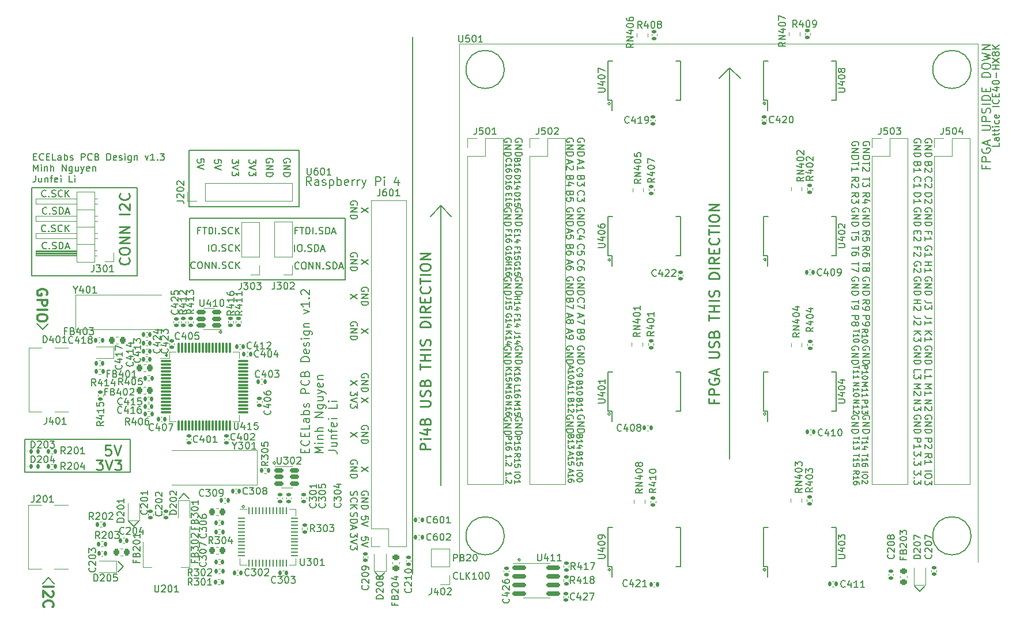
<source format=gto>
G04 #@! TF.GenerationSoftware,KiCad,Pcbnew,(6.0.7)*
G04 #@! TF.CreationDate,2023-08-17T19:04:11+07:00*
G04 #@! TF.ProjectId,ECELab_v1,4543454c-6162-45f7-9631-2e6b69636164,rev?*
G04 #@! TF.SameCoordinates,Original*
G04 #@! TF.FileFunction,Legend,Top*
G04 #@! TF.FilePolarity,Positive*
%FSLAX46Y46*%
G04 Gerber Fmt 4.6, Leading zero omitted, Abs format (unit mm)*
G04 Created by KiCad (PCBNEW (6.0.7)) date 2023-08-17 19:04:11*
%MOMM*%
%LPD*%
G01*
G04 APERTURE LIST*
G04 Aperture macros list*
%AMRoundRect*
0 Rectangle with rounded corners*
0 $1 Rounding radius*
0 $2 $3 $4 $5 $6 $7 $8 $9 X,Y pos of 4 corners*
0 Add a 4 corners polygon primitive as box body*
4,1,4,$2,$3,$4,$5,$6,$7,$8,$9,$2,$3,0*
0 Add four circle primitives for the rounded corners*
1,1,$1+$1,$2,$3*
1,1,$1+$1,$4,$5*
1,1,$1+$1,$6,$7*
1,1,$1+$1,$8,$9*
0 Add four rect primitives between the rounded corners*
20,1,$1+$1,$2,$3,$4,$5,0*
20,1,$1+$1,$4,$5,$6,$7,0*
20,1,$1+$1,$6,$7,$8,$9,0*
20,1,$1+$1,$8,$9,$2,$3,0*%
G04 Aperture macros list end*
%ADD10C,0.150000*%
%ADD11C,0.250000*%
%ADD12C,0.300000*%
%ADD13C,0.130000*%
%ADD14C,0.200000*%
%ADD15C,0.127000*%
%ADD16C,0.120000*%
%ADD17C,0.100000*%
%ADD18RoundRect,0.135000X-0.185000X0.135000X-0.185000X-0.135000X0.185000X-0.135000X0.185000X0.135000X0*%
%ADD19RoundRect,0.140000X-0.170000X0.140000X-0.170000X-0.140000X0.170000X-0.140000X0.170000X0.140000X0*%
%ADD20R,0.600000X0.450000*%
%ADD21RoundRect,0.140000X0.170000X-0.140000X0.170000X0.140000X-0.170000X0.140000X-0.170000X-0.140000X0*%
%ADD22R,0.400000X0.500000*%
%ADD23RoundRect,0.140000X0.140000X0.170000X-0.140000X0.170000X-0.140000X-0.170000X0.140000X-0.170000X0*%
%ADD24R,1.700000X1.700000*%
%ADD25O,1.700000X1.700000*%
%ADD26RoundRect,0.150000X-0.825000X-0.150000X0.825000X-0.150000X0.825000X0.150000X-0.825000X0.150000X0*%
%ADD27RoundRect,0.135000X-0.135000X-0.185000X0.135000X-0.185000X0.135000X0.185000X-0.135000X0.185000X0*%
%ADD28RoundRect,0.218750X0.256250X-0.218750X0.256250X0.218750X-0.256250X0.218750X-0.256250X-0.218750X0*%
%ADD29RoundRect,0.140000X-0.140000X-0.170000X0.140000X-0.170000X0.140000X0.170000X-0.140000X0.170000X0*%
%ADD30R,0.450000X1.750000*%
%ADD31C,3.500000*%
%ADD32RoundRect,0.135000X0.135000X0.185000X-0.135000X0.185000X-0.135000X-0.185000X0.135000X-0.185000X0*%
%ADD33RoundRect,0.135000X0.185000X-0.135000X0.185000X0.135000X-0.185000X0.135000X-0.185000X-0.135000X0*%
%ADD34RoundRect,0.218750X-0.218750X-0.256250X0.218750X-0.256250X0.218750X0.256250X-0.218750X0.256250X0*%
%ADD35RoundRect,0.147500X-0.147500X-0.172500X0.147500X-0.172500X0.147500X0.172500X-0.147500X0.172500X0*%
%ADD36C,0.650000*%
%ADD37R,1.450000X0.600000*%
%ADD38R,1.450000X0.300000*%
%ADD39O,1.600000X1.000000*%
%ADD40O,2.100000X1.000000*%
%ADD41R,1.500000X2.000000*%
%ADD42R,3.800000X2.000000*%
%ADD43RoundRect,0.218750X0.218750X0.256250X-0.218750X0.256250X-0.218750X-0.256250X0.218750X-0.256250X0*%
%ADD44RoundRect,0.075000X-0.700000X-0.075000X0.700000X-0.075000X0.700000X0.075000X-0.700000X0.075000X0*%
%ADD45RoundRect,0.075000X-0.075000X-0.700000X0.075000X-0.700000X0.075000X0.700000X-0.075000X0.700000X0*%
%ADD46R,0.450000X0.600000*%
%ADD47RoundRect,0.062500X-0.412500X-0.062500X0.412500X-0.062500X0.412500X0.062500X-0.412500X0.062500X0*%
%ADD48RoundRect,0.062500X-0.062500X-0.412500X0.062500X-0.412500X0.062500X0.412500X-0.062500X0.412500X0*%
%ADD49R,6.200000X6.200000*%
%ADD50R,4.500000X2.000000*%
%ADD51RoundRect,0.150000X-0.512500X-0.150000X0.512500X-0.150000X0.512500X0.150000X-0.512500X0.150000X0*%
%ADD52RoundRect,0.150000X0.512500X0.150000X-0.512500X0.150000X-0.512500X-0.150000X0.512500X-0.150000X0*%
G04 APERTURE END LIST*
D10*
X105847195Y-84881771D02*
X106180528Y-84881771D01*
X106323385Y-85405580D02*
X105847195Y-85405580D01*
X105847195Y-84405580D01*
X106323385Y-84405580D01*
X107323385Y-85310342D02*
X107275766Y-85357961D01*
X107132909Y-85405580D01*
X107037671Y-85405580D01*
X106894814Y-85357961D01*
X106799576Y-85262723D01*
X106751957Y-85167485D01*
X106704338Y-84977009D01*
X106704338Y-84834152D01*
X106751957Y-84643676D01*
X106799576Y-84548438D01*
X106894814Y-84453200D01*
X107037671Y-84405580D01*
X107132909Y-84405580D01*
X107275766Y-84453200D01*
X107323385Y-84500819D01*
X107751957Y-84881771D02*
X108085290Y-84881771D01*
X108228147Y-85405580D02*
X107751957Y-85405580D01*
X107751957Y-84405580D01*
X108228147Y-84405580D01*
X109132909Y-85405580D02*
X108656719Y-85405580D01*
X108656719Y-84405580D01*
X109894814Y-85405580D02*
X109894814Y-84881771D01*
X109847195Y-84786533D01*
X109751957Y-84738914D01*
X109561480Y-84738914D01*
X109466242Y-84786533D01*
X109894814Y-85357961D02*
X109799576Y-85405580D01*
X109561480Y-85405580D01*
X109466242Y-85357961D01*
X109418623Y-85262723D01*
X109418623Y-85167485D01*
X109466242Y-85072247D01*
X109561480Y-85024628D01*
X109799576Y-85024628D01*
X109894814Y-84977009D01*
X110371004Y-85405580D02*
X110371004Y-84405580D01*
X110371004Y-84786533D02*
X110466242Y-84738914D01*
X110656719Y-84738914D01*
X110751957Y-84786533D01*
X110799576Y-84834152D01*
X110847195Y-84929390D01*
X110847195Y-85215104D01*
X110799576Y-85310342D01*
X110751957Y-85357961D01*
X110656719Y-85405580D01*
X110466242Y-85405580D01*
X110371004Y-85357961D01*
X111228147Y-85357961D02*
X111323385Y-85405580D01*
X111513861Y-85405580D01*
X111609100Y-85357961D01*
X111656719Y-85262723D01*
X111656719Y-85215104D01*
X111609100Y-85119866D01*
X111513861Y-85072247D01*
X111371004Y-85072247D01*
X111275766Y-85024628D01*
X111228147Y-84929390D01*
X111228147Y-84881771D01*
X111275766Y-84786533D01*
X111371004Y-84738914D01*
X111513861Y-84738914D01*
X111609100Y-84786533D01*
X112847195Y-85405580D02*
X112847195Y-84405580D01*
X113228147Y-84405580D01*
X113323385Y-84453200D01*
X113371004Y-84500819D01*
X113418623Y-84596057D01*
X113418623Y-84738914D01*
X113371004Y-84834152D01*
X113323385Y-84881771D01*
X113228147Y-84929390D01*
X112847195Y-84929390D01*
X114418623Y-85310342D02*
X114371004Y-85357961D01*
X114228147Y-85405580D01*
X114132909Y-85405580D01*
X113990052Y-85357961D01*
X113894814Y-85262723D01*
X113847195Y-85167485D01*
X113799576Y-84977009D01*
X113799576Y-84834152D01*
X113847195Y-84643676D01*
X113894814Y-84548438D01*
X113990052Y-84453200D01*
X114132909Y-84405580D01*
X114228147Y-84405580D01*
X114371004Y-84453200D01*
X114418623Y-84500819D01*
X115180528Y-84881771D02*
X115323385Y-84929390D01*
X115371004Y-84977009D01*
X115418623Y-85072247D01*
X115418623Y-85215104D01*
X115371004Y-85310342D01*
X115323385Y-85357961D01*
X115228147Y-85405580D01*
X114847195Y-85405580D01*
X114847195Y-84405580D01*
X115180528Y-84405580D01*
X115275766Y-84453200D01*
X115323385Y-84500819D01*
X115371004Y-84596057D01*
X115371004Y-84691295D01*
X115323385Y-84786533D01*
X115275766Y-84834152D01*
X115180528Y-84881771D01*
X114847195Y-84881771D01*
X116609100Y-85405580D02*
X116609100Y-84405580D01*
X116847195Y-84405580D01*
X116990052Y-84453200D01*
X117085290Y-84548438D01*
X117132909Y-84643676D01*
X117180528Y-84834152D01*
X117180528Y-84977009D01*
X117132909Y-85167485D01*
X117085290Y-85262723D01*
X116990052Y-85357961D01*
X116847195Y-85405580D01*
X116609100Y-85405580D01*
X117990052Y-85357961D02*
X117894814Y-85405580D01*
X117704338Y-85405580D01*
X117609100Y-85357961D01*
X117561480Y-85262723D01*
X117561480Y-84881771D01*
X117609100Y-84786533D01*
X117704338Y-84738914D01*
X117894814Y-84738914D01*
X117990052Y-84786533D01*
X118037671Y-84881771D01*
X118037671Y-84977009D01*
X117561480Y-85072247D01*
X118418623Y-85357961D02*
X118513861Y-85405580D01*
X118704338Y-85405580D01*
X118799576Y-85357961D01*
X118847195Y-85262723D01*
X118847195Y-85215104D01*
X118799576Y-85119866D01*
X118704338Y-85072247D01*
X118561480Y-85072247D01*
X118466242Y-85024628D01*
X118418623Y-84929390D01*
X118418623Y-84881771D01*
X118466242Y-84786533D01*
X118561480Y-84738914D01*
X118704338Y-84738914D01*
X118799576Y-84786533D01*
X119275766Y-85405580D02*
X119275766Y-84738914D01*
X119275766Y-84405580D02*
X119228147Y-84453200D01*
X119275766Y-84500819D01*
X119323385Y-84453200D01*
X119275766Y-84405580D01*
X119275766Y-84500819D01*
X120180528Y-84738914D02*
X120180528Y-85548438D01*
X120132909Y-85643676D01*
X120085290Y-85691295D01*
X119990052Y-85738914D01*
X119847195Y-85738914D01*
X119751957Y-85691295D01*
X120180528Y-85357961D02*
X120085290Y-85405580D01*
X119894814Y-85405580D01*
X119799576Y-85357961D01*
X119751957Y-85310342D01*
X119704338Y-85215104D01*
X119704338Y-84929390D01*
X119751957Y-84834152D01*
X119799576Y-84786533D01*
X119894814Y-84738914D01*
X120085290Y-84738914D01*
X120180528Y-84786533D01*
X120656719Y-84738914D02*
X120656719Y-85405580D01*
X120656719Y-84834152D02*
X120704338Y-84786533D01*
X120799576Y-84738914D01*
X120942433Y-84738914D01*
X121037671Y-84786533D01*
X121085290Y-84881771D01*
X121085290Y-85405580D01*
X122228147Y-84738914D02*
X122466242Y-85405580D01*
X122704338Y-84738914D01*
X123609100Y-85405580D02*
X123037671Y-85405580D01*
X123323385Y-85405580D02*
X123323385Y-84405580D01*
X123228147Y-84548438D01*
X123132909Y-84643676D01*
X123037671Y-84691295D01*
X124037671Y-85310342D02*
X124085290Y-85357961D01*
X124037671Y-85405580D01*
X123990052Y-85357961D01*
X124037671Y-85310342D01*
X124037671Y-85405580D01*
X124418623Y-84405580D02*
X125037671Y-84405580D01*
X124704338Y-84786533D01*
X124847195Y-84786533D01*
X124942433Y-84834152D01*
X124990052Y-84881771D01*
X125037671Y-84977009D01*
X125037671Y-85215104D01*
X124990052Y-85310342D01*
X124942433Y-85357961D01*
X124847195Y-85405580D01*
X124561480Y-85405580D01*
X124466242Y-85357961D01*
X124418623Y-85310342D01*
X105847195Y-87015580D02*
X105847195Y-86015580D01*
X106180528Y-86729866D01*
X106513861Y-86015580D01*
X106513861Y-87015580D01*
X106990052Y-87015580D02*
X106990052Y-86348914D01*
X106990052Y-86015580D02*
X106942433Y-86063200D01*
X106990052Y-86110819D01*
X107037671Y-86063200D01*
X106990052Y-86015580D01*
X106990052Y-86110819D01*
X107466242Y-86348914D02*
X107466242Y-87015580D01*
X107466242Y-86444152D02*
X107513861Y-86396533D01*
X107609100Y-86348914D01*
X107751957Y-86348914D01*
X107847195Y-86396533D01*
X107894814Y-86491771D01*
X107894814Y-87015580D01*
X108371004Y-87015580D02*
X108371004Y-86015580D01*
X108799576Y-87015580D02*
X108799576Y-86491771D01*
X108751957Y-86396533D01*
X108656719Y-86348914D01*
X108513861Y-86348914D01*
X108418623Y-86396533D01*
X108371004Y-86444152D01*
X110037671Y-87015580D02*
X110037671Y-86015580D01*
X110609100Y-87015580D01*
X110609100Y-86015580D01*
X111513861Y-86348914D02*
X111513861Y-87158438D01*
X111466242Y-87253676D01*
X111418623Y-87301295D01*
X111323385Y-87348914D01*
X111180528Y-87348914D01*
X111085290Y-87301295D01*
X111513861Y-86967961D02*
X111418623Y-87015580D01*
X111228147Y-87015580D01*
X111132909Y-86967961D01*
X111085290Y-86920342D01*
X111037671Y-86825104D01*
X111037671Y-86539390D01*
X111085290Y-86444152D01*
X111132909Y-86396533D01*
X111228147Y-86348914D01*
X111418623Y-86348914D01*
X111513861Y-86396533D01*
X112418623Y-86348914D02*
X112418623Y-87015580D01*
X111990052Y-86348914D02*
X111990052Y-86872723D01*
X112037671Y-86967961D01*
X112132909Y-87015580D01*
X112275766Y-87015580D01*
X112371004Y-86967961D01*
X112418623Y-86920342D01*
X112799576Y-86348914D02*
X113037671Y-87015580D01*
X113275766Y-86348914D02*
X113037671Y-87015580D01*
X112942433Y-87253676D01*
X112894814Y-87301295D01*
X112799576Y-87348914D01*
X114037671Y-86967961D02*
X113942433Y-87015580D01*
X113751957Y-87015580D01*
X113656719Y-86967961D01*
X113609100Y-86872723D01*
X113609100Y-86491771D01*
X113656719Y-86396533D01*
X113751957Y-86348914D01*
X113942433Y-86348914D01*
X114037671Y-86396533D01*
X114085290Y-86491771D01*
X114085290Y-86587009D01*
X113609100Y-86682247D01*
X114513861Y-86348914D02*
X114513861Y-87015580D01*
X114513861Y-86444152D02*
X114561480Y-86396533D01*
X114656719Y-86348914D01*
X114799576Y-86348914D01*
X114894814Y-86396533D01*
X114942433Y-86491771D01*
X114942433Y-87015580D01*
X106132909Y-87625580D02*
X106132909Y-88339866D01*
X106085290Y-88482723D01*
X105990052Y-88577961D01*
X105847195Y-88625580D01*
X105751957Y-88625580D01*
X107037671Y-87958914D02*
X107037671Y-88625580D01*
X106609100Y-87958914D02*
X106609100Y-88482723D01*
X106656719Y-88577961D01*
X106751957Y-88625580D01*
X106894814Y-88625580D01*
X106990052Y-88577961D01*
X107037671Y-88530342D01*
X107513861Y-87958914D02*
X107513861Y-88625580D01*
X107513861Y-88054152D02*
X107561480Y-88006533D01*
X107656719Y-87958914D01*
X107799576Y-87958914D01*
X107894814Y-88006533D01*
X107942433Y-88101771D01*
X107942433Y-88625580D01*
X108275766Y-87958914D02*
X108656719Y-87958914D01*
X108418623Y-88625580D02*
X108418623Y-87768438D01*
X108466242Y-87673200D01*
X108561480Y-87625580D01*
X108656719Y-87625580D01*
X109371004Y-88577961D02*
X109275766Y-88625580D01*
X109085290Y-88625580D01*
X108990052Y-88577961D01*
X108942433Y-88482723D01*
X108942433Y-88101771D01*
X108990052Y-88006533D01*
X109085290Y-87958914D01*
X109275766Y-87958914D01*
X109371004Y-88006533D01*
X109418623Y-88101771D01*
X109418623Y-88197009D01*
X108942433Y-88292247D01*
X109847195Y-88625580D02*
X109847195Y-87958914D01*
X109847195Y-87625580D02*
X109799576Y-87673200D01*
X109847195Y-87720819D01*
X109894814Y-87673200D01*
X109847195Y-87625580D01*
X109847195Y-87720819D01*
X111561480Y-88625580D02*
X111085290Y-88625580D01*
X111085290Y-87625580D01*
X111894814Y-88625580D02*
X111894814Y-87958914D01*
X111894814Y-87625580D02*
X111847195Y-87673200D01*
X111894814Y-87720819D01*
X111942433Y-87673200D01*
X111894814Y-87625580D01*
X111894814Y-87720819D01*
X165684200Y-92087700D02*
X164134800Y-93637100D01*
X165684200Y-92087700D02*
X167233600Y-93637100D01*
X165684200Y-133197600D02*
X165684200Y-92087700D01*
D11*
X164127571Y-127892757D02*
X162627571Y-127892757D01*
X162627571Y-127321328D01*
X162699000Y-127178471D01*
X162770428Y-127107042D01*
X162913285Y-127035614D01*
X163127571Y-127035614D01*
X163270428Y-127107042D01*
X163341857Y-127178471D01*
X163413285Y-127321328D01*
X163413285Y-127892757D01*
X164127571Y-126392757D02*
X163127571Y-126392757D01*
X162627571Y-126392757D02*
X162699000Y-126464185D01*
X162770428Y-126392757D01*
X162699000Y-126321328D01*
X162627571Y-126392757D01*
X162770428Y-126392757D01*
X163127571Y-125035614D02*
X164127571Y-125035614D01*
X162556142Y-125392757D02*
X163627571Y-125749900D01*
X163627571Y-124821328D01*
X163341857Y-123749900D02*
X163413285Y-123535614D01*
X163484714Y-123464185D01*
X163627571Y-123392757D01*
X163841857Y-123392757D01*
X163984714Y-123464185D01*
X164056142Y-123535614D01*
X164127571Y-123678471D01*
X164127571Y-124249900D01*
X162627571Y-124249900D01*
X162627571Y-123749900D01*
X162699000Y-123607042D01*
X162770428Y-123535614D01*
X162913285Y-123464185D01*
X163056142Y-123464185D01*
X163199000Y-123535614D01*
X163270428Y-123607042D01*
X163341857Y-123749900D01*
X163341857Y-124249900D01*
X162627571Y-121607042D02*
X163841857Y-121607042D01*
X163984714Y-121535614D01*
X164056142Y-121464185D01*
X164127571Y-121321328D01*
X164127571Y-121035614D01*
X164056142Y-120892757D01*
X163984714Y-120821328D01*
X163841857Y-120749900D01*
X162627571Y-120749900D01*
X164056142Y-120107042D02*
X164127571Y-119892757D01*
X164127571Y-119535614D01*
X164056142Y-119392757D01*
X163984714Y-119321328D01*
X163841857Y-119249900D01*
X163699000Y-119249900D01*
X163556142Y-119321328D01*
X163484714Y-119392757D01*
X163413285Y-119535614D01*
X163341857Y-119821328D01*
X163270428Y-119964185D01*
X163199000Y-120035614D01*
X163056142Y-120107042D01*
X162913285Y-120107042D01*
X162770428Y-120035614D01*
X162699000Y-119964185D01*
X162627571Y-119821328D01*
X162627571Y-119464185D01*
X162699000Y-119249900D01*
X163341857Y-118107042D02*
X163413285Y-117892757D01*
X163484714Y-117821328D01*
X163627571Y-117749900D01*
X163841857Y-117749900D01*
X163984714Y-117821328D01*
X164056142Y-117892757D01*
X164127571Y-118035614D01*
X164127571Y-118607042D01*
X162627571Y-118607042D01*
X162627571Y-118107042D01*
X162699000Y-117964185D01*
X162770428Y-117892757D01*
X162913285Y-117821328D01*
X163056142Y-117821328D01*
X163199000Y-117892757D01*
X163270428Y-117964185D01*
X163341857Y-118107042D01*
X163341857Y-118607042D01*
X162627571Y-116178471D02*
X162627571Y-115321328D01*
X164127571Y-115749900D02*
X162627571Y-115749900D01*
X164127571Y-114821328D02*
X162627571Y-114821328D01*
X163341857Y-114821328D02*
X163341857Y-113964185D01*
X164127571Y-113964185D02*
X162627571Y-113964185D01*
X164127571Y-113249900D02*
X162627571Y-113249900D01*
X164056142Y-112607042D02*
X164127571Y-112392757D01*
X164127571Y-112035614D01*
X164056142Y-111892757D01*
X163984714Y-111821328D01*
X163841857Y-111749900D01*
X163699000Y-111749900D01*
X163556142Y-111821328D01*
X163484714Y-111892757D01*
X163413285Y-112035614D01*
X163341857Y-112321328D01*
X163270428Y-112464185D01*
X163199000Y-112535614D01*
X163056142Y-112607042D01*
X162913285Y-112607042D01*
X162770428Y-112535614D01*
X162699000Y-112464185D01*
X162627571Y-112321328D01*
X162627571Y-111964185D01*
X162699000Y-111749900D01*
X164127571Y-109964185D02*
X162627571Y-109964185D01*
X162627571Y-109607042D01*
X162699000Y-109392757D01*
X162841857Y-109249900D01*
X162984714Y-109178471D01*
X163270428Y-109107042D01*
X163484714Y-109107042D01*
X163770428Y-109178471D01*
X163913285Y-109249900D01*
X164056142Y-109392757D01*
X164127571Y-109607042D01*
X164127571Y-109964185D01*
X164127571Y-108464185D02*
X162627571Y-108464185D01*
X164127571Y-106892757D02*
X163413285Y-107392757D01*
X164127571Y-107749900D02*
X162627571Y-107749900D01*
X162627571Y-107178471D01*
X162699000Y-107035614D01*
X162770428Y-106964185D01*
X162913285Y-106892757D01*
X163127571Y-106892757D01*
X163270428Y-106964185D01*
X163341857Y-107035614D01*
X163413285Y-107178471D01*
X163413285Y-107749900D01*
X163341857Y-106249900D02*
X163341857Y-105749900D01*
X164127571Y-105535614D02*
X164127571Y-106249900D01*
X162627571Y-106249900D01*
X162627571Y-105535614D01*
X163984714Y-104035614D02*
X164056142Y-104107042D01*
X164127571Y-104321328D01*
X164127571Y-104464185D01*
X164056142Y-104678471D01*
X163913285Y-104821328D01*
X163770428Y-104892757D01*
X163484714Y-104964185D01*
X163270428Y-104964185D01*
X162984714Y-104892757D01*
X162841857Y-104821328D01*
X162699000Y-104678471D01*
X162627571Y-104464185D01*
X162627571Y-104321328D01*
X162699000Y-104107042D01*
X162770428Y-104035614D01*
X162627571Y-103607042D02*
X162627571Y-102749900D01*
X164127571Y-103178471D02*
X162627571Y-103178471D01*
X164127571Y-102249900D02*
X162627571Y-102249900D01*
X162627571Y-101249900D02*
X162627571Y-100964185D01*
X162699000Y-100821328D01*
X162841857Y-100678471D01*
X163127571Y-100607042D01*
X163627571Y-100607042D01*
X163913285Y-100678471D01*
X164056142Y-100821328D01*
X164127571Y-100964185D01*
X164127571Y-101249900D01*
X164056142Y-101392757D01*
X163913285Y-101535614D01*
X163627571Y-101607042D01*
X163127571Y-101607042D01*
X162841857Y-101535614D01*
X162699000Y-101392757D01*
X162627571Y-101249900D01*
X164127571Y-99964185D02*
X162627571Y-99964185D01*
X164127571Y-99107042D01*
X162627571Y-99107042D01*
D10*
X208127600Y-71831200D02*
X209677000Y-73380600D01*
X208127600Y-71831200D02*
X206578200Y-73380600D01*
X208127600Y-129311400D02*
X208127600Y-71831200D01*
X108889800Y-147650200D02*
X108026200Y-146786600D01*
X108026200Y-146786600D02*
X107162600Y-147650200D01*
D12*
X107296828Y-148116314D02*
X108796828Y-148116314D01*
X108653971Y-148759171D02*
X108725400Y-148830600D01*
X108796828Y-148973457D01*
X108796828Y-149330600D01*
X108725400Y-149473457D01*
X108653971Y-149544885D01*
X108511114Y-149616314D01*
X108368257Y-149616314D01*
X108153971Y-149544885D01*
X107296828Y-148687742D01*
X107296828Y-149616314D01*
X107439685Y-151116314D02*
X107368257Y-151044885D01*
X107296828Y-150830600D01*
X107296828Y-150687742D01*
X107368257Y-150473457D01*
X107511114Y-150330600D01*
X107653971Y-150259171D01*
X107939685Y-150187742D01*
X108153971Y-150187742D01*
X108439685Y-150259171D01*
X108582542Y-150330600D01*
X108725400Y-150473457D01*
X108796828Y-150687742D01*
X108796828Y-150830600D01*
X108725400Y-151044885D01*
X108653971Y-151116314D01*
D10*
X107188000Y-110286800D02*
X108051600Y-109423200D01*
X106324400Y-109423200D02*
X107188000Y-110286800D01*
D12*
X107811000Y-105205400D02*
X107882428Y-105062542D01*
X107882428Y-104848257D01*
X107811000Y-104633971D01*
X107668142Y-104491114D01*
X107525285Y-104419685D01*
X107239571Y-104348257D01*
X107025285Y-104348257D01*
X106739571Y-104419685D01*
X106596714Y-104491114D01*
X106453857Y-104633971D01*
X106382428Y-104848257D01*
X106382428Y-104991114D01*
X106453857Y-105205400D01*
X106525285Y-105276828D01*
X107025285Y-105276828D01*
X107025285Y-104991114D01*
X106382428Y-105919685D02*
X107882428Y-105919685D01*
X107882428Y-106491114D01*
X107811000Y-106633971D01*
X107739571Y-106705400D01*
X107596714Y-106776828D01*
X107382428Y-106776828D01*
X107239571Y-106705400D01*
X107168142Y-106633971D01*
X107096714Y-106491114D01*
X107096714Y-105919685D01*
X106382428Y-107419685D02*
X107882428Y-107419685D01*
X107882428Y-108419685D02*
X107882428Y-108705400D01*
X107811000Y-108848257D01*
X107668142Y-108991114D01*
X107382428Y-109062542D01*
X106882428Y-109062542D01*
X106596714Y-108991114D01*
X106453857Y-108848257D01*
X106382428Y-108705400D01*
X106382428Y-108419685D01*
X106453857Y-108276828D01*
X106596714Y-108133971D01*
X106882428Y-108062542D01*
X107382428Y-108062542D01*
X107668142Y-108133971D01*
X107811000Y-108276828D01*
X107882428Y-108419685D01*
D10*
X167525914Y-144343380D02*
X167525914Y-143343380D01*
X167906866Y-143343380D01*
X168002104Y-143391000D01*
X168049723Y-143438619D01*
X168097342Y-143533857D01*
X168097342Y-143676714D01*
X168049723Y-143771952D01*
X168002104Y-143819571D01*
X167906866Y-143867190D01*
X167525914Y-143867190D01*
X168859247Y-143819571D02*
X169002104Y-143867190D01*
X169049723Y-143914809D01*
X169097342Y-144010047D01*
X169097342Y-144152904D01*
X169049723Y-144248142D01*
X169002104Y-144295761D01*
X168906866Y-144343380D01*
X168525914Y-144343380D01*
X168525914Y-143343380D01*
X168859247Y-143343380D01*
X168954485Y-143391000D01*
X169002104Y-143438619D01*
X169049723Y-143533857D01*
X169049723Y-143629095D01*
X169002104Y-143724333D01*
X168954485Y-143771952D01*
X168859247Y-143819571D01*
X168525914Y-143819571D01*
X169478295Y-143438619D02*
X169525914Y-143391000D01*
X169621152Y-143343380D01*
X169859247Y-143343380D01*
X169954485Y-143391000D01*
X170002104Y-143438619D01*
X170049723Y-143533857D01*
X170049723Y-143629095D01*
X170002104Y-143771952D01*
X169430676Y-144343380D01*
X170049723Y-144343380D01*
X170668771Y-143343380D02*
X170764009Y-143343380D01*
X170859247Y-143391000D01*
X170906866Y-143438619D01*
X170954485Y-143533857D01*
X171002104Y-143724333D01*
X171002104Y-143962428D01*
X170954485Y-144152904D01*
X170906866Y-144248142D01*
X170859247Y-144295761D01*
X170764009Y-144343380D01*
X170668771Y-144343380D01*
X170573533Y-144295761D01*
X170525914Y-144248142D01*
X170478295Y-144152904D01*
X170430676Y-143962428D01*
X170430676Y-143724333D01*
X170478295Y-143533857D01*
X170525914Y-143438619D01*
X170573533Y-143391000D01*
X170668771Y-143343380D01*
X168130790Y-146889742D02*
X168083171Y-146937361D01*
X167940314Y-146984980D01*
X167845076Y-146984980D01*
X167702219Y-146937361D01*
X167606980Y-146842123D01*
X167559361Y-146746885D01*
X167511742Y-146556409D01*
X167511742Y-146413552D01*
X167559361Y-146223076D01*
X167606980Y-146127838D01*
X167702219Y-146032600D01*
X167845076Y-145984980D01*
X167940314Y-145984980D01*
X168083171Y-146032600D01*
X168130790Y-146080219D01*
X169035552Y-146984980D02*
X168559361Y-146984980D01*
X168559361Y-145984980D01*
X169368885Y-146984980D02*
X169368885Y-145984980D01*
X169940314Y-146984980D02*
X169511742Y-146413552D01*
X169940314Y-145984980D02*
X169368885Y-146556409D01*
X170892695Y-146984980D02*
X170321266Y-146984980D01*
X170606980Y-146984980D02*
X170606980Y-145984980D01*
X170511742Y-146127838D01*
X170416504Y-146223076D01*
X170321266Y-146270695D01*
X171511742Y-145984980D02*
X171606980Y-145984980D01*
X171702219Y-146032600D01*
X171749838Y-146080219D01*
X171797457Y-146175457D01*
X171845076Y-146365933D01*
X171845076Y-146604028D01*
X171797457Y-146794504D01*
X171749838Y-146889742D01*
X171702219Y-146937361D01*
X171606980Y-146984980D01*
X171511742Y-146984980D01*
X171416504Y-146937361D01*
X171368885Y-146889742D01*
X171321266Y-146794504D01*
X171273647Y-146604028D01*
X171273647Y-146365933D01*
X171321266Y-146175457D01*
X171368885Y-146080219D01*
X171416504Y-146032600D01*
X171511742Y-145984980D01*
X172464123Y-145984980D02*
X172559361Y-145984980D01*
X172654600Y-146032600D01*
X172702219Y-146080219D01*
X172749838Y-146175457D01*
X172797457Y-146365933D01*
X172797457Y-146604028D01*
X172749838Y-146794504D01*
X172702219Y-146889742D01*
X172654600Y-146937361D01*
X172559361Y-146984980D01*
X172464123Y-146984980D01*
X172368885Y-146937361D01*
X172321266Y-146889742D01*
X172273647Y-146794504D01*
X172226028Y-146604028D01*
X172226028Y-146365933D01*
X172273647Y-146175457D01*
X172321266Y-146080219D01*
X172368885Y-146032600D01*
X172464123Y-145984980D01*
X190576200Y-122707400D02*
G75*
G03*
X190576200Y-122707400I-179605J0D01*
G01*
X118262400Y-144411700D02*
X118999000Y-145148300D01*
X121285000Y-138480800D02*
X120548400Y-139217400D01*
X120548400Y-139217400D02*
X119811800Y-138480800D01*
X213461600Y-100025200D02*
G75*
G03*
X213461600Y-100025200I-179605J0D01*
G01*
X156743400Y-146761200D02*
X156006800Y-146024600D01*
X177342800Y-144170400D02*
G75*
G03*
X177342800Y-144170400I-179605J0D01*
G01*
X190576200Y-100050600D02*
G75*
G03*
X190576200Y-100050600I-179605J0D01*
G01*
X105581600Y-89468800D02*
X121024800Y-89468800D01*
X121024800Y-89468800D02*
X121024800Y-102372000D01*
X121024800Y-102372000D02*
X105581600Y-102372000D01*
X105581600Y-102372000D02*
X105581600Y-89468800D01*
X213385400Y-77038200D02*
G75*
G03*
X213385400Y-77038200I-179605J0D01*
G01*
X190601600Y-145592800D02*
G75*
G03*
X190601600Y-145592800I-179605J0D01*
G01*
X190576200Y-77063600D02*
G75*
G03*
X190576200Y-77063600I-179605J0D01*
G01*
X141376400Y-129921000D02*
G75*
G03*
X141376400Y-129921000I-179605J0D01*
G01*
X127939800Y-134416800D02*
X128676400Y-135153400D01*
X118999000Y-145148300D02*
X118262400Y-145884900D01*
X157480000Y-146024600D02*
X156743400Y-146761200D01*
X236042200Y-148793200D02*
X235305600Y-148056600D01*
X236778800Y-148056600D02*
X236042200Y-148793200D01*
X133477000Y-110642400D02*
G75*
G03*
X133477000Y-110642400I-179605J0D01*
G01*
X213410800Y-145618200D02*
G75*
G03*
X213410800Y-145618200I-179605J0D01*
G01*
X144879000Y-83957200D02*
X128673800Y-83957200D01*
X128673800Y-83957200D02*
X128673800Y-92237600D01*
X128673800Y-92237600D02*
X144879000Y-92237600D01*
X144879000Y-92237600D02*
X144879000Y-83957200D01*
X213436200Y-122707400D02*
G75*
G03*
X213436200Y-122707400I-179605J0D01*
G01*
X136804400Y-136321800D02*
G75*
G03*
X136804400Y-136321800I-179605J0D01*
G01*
X127203200Y-135153400D02*
X127939800Y-134416800D01*
X125503205Y-114071400D02*
G75*
G03*
X125503205Y-114071400I-179605J0D01*
G01*
X128802800Y-93918600D02*
X151611000Y-93918600D01*
X151611000Y-93918600D02*
X151611000Y-103023400D01*
X151611000Y-103023400D02*
X128802800Y-103023400D01*
X128802800Y-103023400D02*
X128802800Y-93918600D01*
X104571800Y-126466600D02*
X120015000Y-126466600D01*
X120015000Y-126466600D02*
X120015000Y-131241800D01*
X120015000Y-131241800D02*
X104571800Y-131241800D01*
X104571800Y-131241800D02*
X104571800Y-126466600D01*
X155022619Y-110156666D02*
X154022619Y-110823333D01*
X155022619Y-110823333D02*
X154022619Y-110156666D01*
X153365000Y-109728095D02*
X153412619Y-109632857D01*
X153412619Y-109490000D01*
X153365000Y-109347142D01*
X153269761Y-109251904D01*
X153174523Y-109204285D01*
X152984047Y-109156666D01*
X152841190Y-109156666D01*
X152650714Y-109204285D01*
X152555476Y-109251904D01*
X152460238Y-109347142D01*
X152412619Y-109490000D01*
X152412619Y-109585238D01*
X152460238Y-109728095D01*
X152507857Y-109775714D01*
X152841190Y-109775714D01*
X152841190Y-109585238D01*
X152412619Y-110204285D02*
X153412619Y-110204285D01*
X152412619Y-110775714D01*
X153412619Y-110775714D01*
X152412619Y-111251904D02*
X153412619Y-111251904D01*
X153412619Y-111490000D01*
X153365000Y-111632857D01*
X153269761Y-111728095D01*
X153174523Y-111775714D01*
X152984047Y-111823333D01*
X152841190Y-111823333D01*
X152650714Y-111775714D01*
X152555476Y-111728095D01*
X152460238Y-111632857D01*
X152412619Y-111490000D01*
X152412619Y-111251904D01*
D11*
X115084457Y-129455171D02*
X116013028Y-129455171D01*
X115513028Y-130026600D01*
X115727314Y-130026600D01*
X115870171Y-130098028D01*
X115941600Y-130169457D01*
X116013028Y-130312314D01*
X116013028Y-130669457D01*
X115941600Y-130812314D01*
X115870171Y-130883742D01*
X115727314Y-130955171D01*
X115298742Y-130955171D01*
X115155885Y-130883742D01*
X115084457Y-130812314D01*
X116441600Y-129455171D02*
X116941600Y-130955171D01*
X117441600Y-129455171D01*
X117798742Y-129455171D02*
X118727314Y-129455171D01*
X118227314Y-130026600D01*
X118441600Y-130026600D01*
X118584457Y-130098028D01*
X118655885Y-130169457D01*
X118727314Y-130312314D01*
X118727314Y-130669457D01*
X118655885Y-130812314D01*
X118584457Y-130883742D01*
X118441600Y-130955171D01*
X118013028Y-130955171D01*
X117870171Y-130883742D01*
X117798742Y-130812314D01*
D13*
X176977142Y-108318380D02*
X176977142Y-108051714D01*
X176558095Y-108051714D02*
X177358095Y-108051714D01*
X177358095Y-108432666D01*
X176558095Y-109156476D02*
X176558095Y-108699333D01*
X176558095Y-108927904D02*
X177358095Y-108927904D01*
X177243809Y-108851714D01*
X177167619Y-108775523D01*
X177129523Y-108699333D01*
X177091428Y-109842190D02*
X176558095Y-109842190D01*
X177396190Y-109651714D02*
X176824761Y-109461238D01*
X176824761Y-109956476D01*
X176032000Y-108413619D02*
X176070095Y-108337428D01*
X176070095Y-108223142D01*
X176032000Y-108108857D01*
X175955809Y-108032666D01*
X175879619Y-107994571D01*
X175727238Y-107956476D01*
X175612952Y-107956476D01*
X175460571Y-107994571D01*
X175384380Y-108032666D01*
X175308190Y-108108857D01*
X175270095Y-108223142D01*
X175270095Y-108299333D01*
X175308190Y-108413619D01*
X175346285Y-108451714D01*
X175612952Y-108451714D01*
X175612952Y-108299333D01*
X175270095Y-109213619D02*
X175270095Y-108756476D01*
X175270095Y-108985047D02*
X176070095Y-108985047D01*
X175955809Y-108908857D01*
X175879619Y-108832666D01*
X175841523Y-108756476D01*
X175803428Y-109899333D02*
X175270095Y-109899333D01*
X176108190Y-109708857D02*
X175536761Y-109518380D01*
X175536761Y-110013619D01*
D10*
X107753466Y-98360342D02*
X107705847Y-98407961D01*
X107562990Y-98455580D01*
X107467752Y-98455580D01*
X107324895Y-98407961D01*
X107229657Y-98312723D01*
X107182038Y-98217485D01*
X107134419Y-98027009D01*
X107134419Y-97884152D01*
X107182038Y-97693676D01*
X107229657Y-97598438D01*
X107324895Y-97503200D01*
X107467752Y-97455580D01*
X107562990Y-97455580D01*
X107705847Y-97503200D01*
X107753466Y-97550819D01*
X108182038Y-98360342D02*
X108229657Y-98407961D01*
X108182038Y-98455580D01*
X108134419Y-98407961D01*
X108182038Y-98360342D01*
X108182038Y-98455580D01*
X108610609Y-98407961D02*
X108753466Y-98455580D01*
X108991561Y-98455580D01*
X109086800Y-98407961D01*
X109134419Y-98360342D01*
X109182038Y-98265104D01*
X109182038Y-98169866D01*
X109134419Y-98074628D01*
X109086800Y-98027009D01*
X108991561Y-97979390D01*
X108801085Y-97931771D01*
X108705847Y-97884152D01*
X108658228Y-97836533D01*
X108610609Y-97741295D01*
X108610609Y-97646057D01*
X108658228Y-97550819D01*
X108705847Y-97503200D01*
X108801085Y-97455580D01*
X109039180Y-97455580D01*
X109182038Y-97503200D01*
X109610609Y-98455580D02*
X109610609Y-97455580D01*
X109848704Y-97455580D01*
X109991561Y-97503200D01*
X110086800Y-97598438D01*
X110134419Y-97693676D01*
X110182038Y-97884152D01*
X110182038Y-98027009D01*
X110134419Y-98217485D01*
X110086800Y-98312723D01*
X109991561Y-98407961D01*
X109848704Y-98455580D01*
X109610609Y-98455580D01*
X110562990Y-98169866D02*
X111039180Y-98169866D01*
X110467752Y-98455580D02*
X110801085Y-97455580D01*
X111134419Y-98455580D01*
X155022619Y-92376666D02*
X154022619Y-93043333D01*
X155022619Y-93043333D02*
X154022619Y-92376666D01*
X153365000Y-91948095D02*
X153412619Y-91852857D01*
X153412619Y-91710000D01*
X153365000Y-91567142D01*
X153269761Y-91471904D01*
X153174523Y-91424285D01*
X152984047Y-91376666D01*
X152841190Y-91376666D01*
X152650714Y-91424285D01*
X152555476Y-91471904D01*
X152460238Y-91567142D01*
X152412619Y-91710000D01*
X152412619Y-91805238D01*
X152460238Y-91948095D01*
X152507857Y-91995714D01*
X152841190Y-91995714D01*
X152841190Y-91805238D01*
X152412619Y-92424285D02*
X153412619Y-92424285D01*
X152412619Y-92995714D01*
X153412619Y-92995714D01*
X152412619Y-93471904D02*
X153412619Y-93471904D01*
X153412619Y-93710000D01*
X153365000Y-93852857D01*
X153269761Y-93948095D01*
X153174523Y-93995714D01*
X152984047Y-94043333D01*
X152841190Y-94043333D01*
X152650714Y-93995714D01*
X152555476Y-93948095D01*
X152460238Y-93852857D01*
X152412619Y-93710000D01*
X152412619Y-93471904D01*
X236826619Y-116673333D02*
X236826619Y-116197142D01*
X237826619Y-116197142D01*
X236826619Y-117530476D02*
X236826619Y-116959047D01*
X236826619Y-117244761D02*
X237826619Y-117244761D01*
X237683761Y-117149523D01*
X237588523Y-117054285D01*
X237540904Y-116959047D01*
X235216619Y-116673333D02*
X235216619Y-116197142D01*
X236216619Y-116197142D01*
X236216619Y-116911428D02*
X236216619Y-117530476D01*
X235835666Y-117197142D01*
X235835666Y-117340000D01*
X235788047Y-117435238D01*
X235740428Y-117482857D01*
X235645190Y-117530476D01*
X235407095Y-117530476D01*
X235311857Y-117482857D01*
X235264238Y-117435238D01*
X235216619Y-117340000D01*
X235216619Y-117054285D01*
X235264238Y-116959047D01*
X235311857Y-116911428D01*
X236826619Y-126261904D02*
X237826619Y-126261904D01*
X237826619Y-126642857D01*
X237779000Y-126738095D01*
X237731380Y-126785714D01*
X237636142Y-126833333D01*
X237493285Y-126833333D01*
X237398047Y-126785714D01*
X237350428Y-126738095D01*
X237302809Y-126642857D01*
X237302809Y-126261904D01*
X237731380Y-127214285D02*
X237779000Y-127261904D01*
X237826619Y-127357142D01*
X237826619Y-127595238D01*
X237779000Y-127690476D01*
X237731380Y-127738095D01*
X237636142Y-127785714D01*
X237540904Y-127785714D01*
X237398047Y-127738095D01*
X236826619Y-127166666D01*
X236826619Y-127785714D01*
X235216619Y-126261904D02*
X236216619Y-126261904D01*
X236216619Y-126642857D01*
X236169000Y-126738095D01*
X236121380Y-126785714D01*
X236026142Y-126833333D01*
X235883285Y-126833333D01*
X235788047Y-126785714D01*
X235740428Y-126738095D01*
X235692809Y-126642857D01*
X235692809Y-126261904D01*
X235216619Y-127785714D02*
X235216619Y-127214285D01*
X235216619Y-127500000D02*
X236216619Y-127500000D01*
X236073761Y-127404761D01*
X235978523Y-127309523D01*
X235930904Y-127214285D01*
X186058333Y-107997714D02*
X186058333Y-108473904D01*
X185772619Y-107902476D02*
X186772619Y-108235809D01*
X185772619Y-108569142D01*
X186772619Y-108807238D02*
X186772619Y-109473904D01*
X185772619Y-109045333D01*
X184448333Y-107997714D02*
X184448333Y-108473904D01*
X184162619Y-107902476D02*
X185162619Y-108235809D01*
X184162619Y-108569142D01*
X184734047Y-109045333D02*
X184781666Y-108950095D01*
X184829285Y-108902476D01*
X184924523Y-108854857D01*
X184972142Y-108854857D01*
X185067380Y-108902476D01*
X185115000Y-108950095D01*
X185162619Y-109045333D01*
X185162619Y-109235809D01*
X185115000Y-109331047D01*
X185067380Y-109378666D01*
X184972142Y-109426285D01*
X184924523Y-109426285D01*
X184829285Y-109378666D01*
X184781666Y-109331047D01*
X184734047Y-109235809D01*
X184734047Y-109045333D01*
X184686428Y-108950095D01*
X184638809Y-108902476D01*
X184543571Y-108854857D01*
X184353095Y-108854857D01*
X184257857Y-108902476D01*
X184210238Y-108950095D01*
X184162619Y-109045333D01*
X184162619Y-109235809D01*
X184210238Y-109331047D01*
X184257857Y-109378666D01*
X184353095Y-109426285D01*
X184543571Y-109426285D01*
X184638809Y-109378666D01*
X184686428Y-109331047D01*
X184734047Y-109235809D01*
X236921857Y-88479333D02*
X236874238Y-88431714D01*
X236826619Y-88288857D01*
X236826619Y-88193619D01*
X236874238Y-88050761D01*
X236969476Y-87955523D01*
X237064714Y-87907904D01*
X237255190Y-87860285D01*
X237398047Y-87860285D01*
X237588523Y-87907904D01*
X237683761Y-87955523D01*
X237779000Y-88050761D01*
X237826619Y-88193619D01*
X237826619Y-88288857D01*
X237779000Y-88431714D01*
X237731380Y-88479333D01*
X237731380Y-88860285D02*
X237779000Y-88907904D01*
X237826619Y-89003142D01*
X237826619Y-89241238D01*
X237779000Y-89336476D01*
X237731380Y-89384095D01*
X237636142Y-89431714D01*
X237540904Y-89431714D01*
X237398047Y-89384095D01*
X236826619Y-88812666D01*
X236826619Y-89431714D01*
X235311857Y-88479333D02*
X235264238Y-88431714D01*
X235216619Y-88288857D01*
X235216619Y-88193619D01*
X235264238Y-88050761D01*
X235359476Y-87955523D01*
X235454714Y-87907904D01*
X235645190Y-87860285D01*
X235788047Y-87860285D01*
X235978523Y-87907904D01*
X236073761Y-87955523D01*
X236169000Y-88050761D01*
X236216619Y-88193619D01*
X236216619Y-88288857D01*
X236169000Y-88431714D01*
X236121380Y-88479333D01*
X235216619Y-89431714D02*
X235216619Y-88860285D01*
X235216619Y-89146000D02*
X236216619Y-89146000D01*
X236073761Y-89050761D01*
X235978523Y-88955523D01*
X235930904Y-88860285D01*
X186725000Y-113258695D02*
X186772619Y-113163457D01*
X186772619Y-113020600D01*
X186725000Y-112877742D01*
X186629761Y-112782504D01*
X186534523Y-112734885D01*
X186344047Y-112687266D01*
X186201190Y-112687266D01*
X186010714Y-112734885D01*
X185915476Y-112782504D01*
X185820238Y-112877742D01*
X185772619Y-113020600D01*
X185772619Y-113115838D01*
X185820238Y-113258695D01*
X185867857Y-113306314D01*
X186201190Y-113306314D01*
X186201190Y-113115838D01*
X185772619Y-113734885D02*
X186772619Y-113734885D01*
X185772619Y-114306314D01*
X186772619Y-114306314D01*
X185772619Y-114782504D02*
X186772619Y-114782504D01*
X186772619Y-115020600D01*
X186725000Y-115163457D01*
X186629761Y-115258695D01*
X186534523Y-115306314D01*
X186344047Y-115353933D01*
X186201190Y-115353933D01*
X186010714Y-115306314D01*
X185915476Y-115258695D01*
X185820238Y-115163457D01*
X185772619Y-115020600D01*
X185772619Y-114782504D01*
X185115000Y-113258695D02*
X185162619Y-113163457D01*
X185162619Y-113020600D01*
X185115000Y-112877742D01*
X185019761Y-112782504D01*
X184924523Y-112734885D01*
X184734047Y-112687266D01*
X184591190Y-112687266D01*
X184400714Y-112734885D01*
X184305476Y-112782504D01*
X184210238Y-112877742D01*
X184162619Y-113020600D01*
X184162619Y-113115838D01*
X184210238Y-113258695D01*
X184257857Y-113306314D01*
X184591190Y-113306314D01*
X184591190Y-113115838D01*
X184162619Y-113734885D02*
X185162619Y-113734885D01*
X184162619Y-114306314D01*
X185162619Y-114306314D01*
X184162619Y-114782504D02*
X185162619Y-114782504D01*
X185162619Y-115020600D01*
X185115000Y-115163457D01*
X185019761Y-115258695D01*
X184924523Y-115306314D01*
X184734047Y-115353933D01*
X184591190Y-115353933D01*
X184400714Y-115306314D01*
X184305476Y-115258695D01*
X184210238Y-115163457D01*
X184162619Y-115020600D01*
X184162619Y-114782504D01*
D13*
X227612095Y-115614571D02*
X228412095Y-115614571D01*
X228412095Y-115919333D01*
X228374000Y-115995523D01*
X228335904Y-116033619D01*
X228259714Y-116071714D01*
X228145428Y-116071714D01*
X228069238Y-116033619D01*
X228031142Y-115995523D01*
X227993047Y-115919333D01*
X227993047Y-115614571D01*
X227612095Y-116833619D02*
X227612095Y-116376476D01*
X227612095Y-116605047D02*
X228412095Y-116605047D01*
X228297809Y-116528857D01*
X228221619Y-116452666D01*
X228183523Y-116376476D01*
X228412095Y-117328857D02*
X228412095Y-117405047D01*
X228374000Y-117481238D01*
X228335904Y-117519333D01*
X228259714Y-117557428D01*
X228107333Y-117595523D01*
X227916857Y-117595523D01*
X227764476Y-117557428D01*
X227688285Y-117519333D01*
X227650190Y-117481238D01*
X227612095Y-117405047D01*
X227612095Y-117328857D01*
X227650190Y-117252666D01*
X227688285Y-117214571D01*
X227764476Y-117176476D01*
X227916857Y-117138380D01*
X228107333Y-117138380D01*
X228259714Y-117176476D01*
X228335904Y-117214571D01*
X228374000Y-117252666D01*
X228412095Y-117328857D01*
X227124095Y-115595523D02*
X227124095Y-116052666D01*
X226324095Y-115824095D02*
X227124095Y-115824095D01*
X226324095Y-116738380D02*
X226324095Y-116281238D01*
X226324095Y-116509809D02*
X227124095Y-116509809D01*
X227009809Y-116433619D01*
X226933619Y-116357428D01*
X226895523Y-116281238D01*
X226324095Y-117500285D02*
X226324095Y-117043142D01*
X226324095Y-117271714D02*
X227124095Y-117271714D01*
X227009809Y-117195523D01*
X226933619Y-117119333D01*
X226895523Y-117043142D01*
D10*
X186058333Y-85391714D02*
X186058333Y-85867904D01*
X185772619Y-85296476D02*
X186772619Y-85629809D01*
X185772619Y-85963142D01*
X185772619Y-86820285D02*
X185772619Y-86248857D01*
X185772619Y-86534571D02*
X186772619Y-86534571D01*
X186629761Y-86439333D01*
X186534523Y-86344095D01*
X186486904Y-86248857D01*
X184448333Y-85391714D02*
X184448333Y-85867904D01*
X184162619Y-85296476D02*
X185162619Y-85629809D01*
X184162619Y-85963142D01*
X185067380Y-86248857D02*
X185115000Y-86296476D01*
X185162619Y-86391714D01*
X185162619Y-86629809D01*
X185115000Y-86725047D01*
X185067380Y-86772666D01*
X184972142Y-86820285D01*
X184876904Y-86820285D01*
X184734047Y-86772666D01*
X184162619Y-86201238D01*
X184162619Y-86820285D01*
X185867857Y-100671333D02*
X185820238Y-100623714D01*
X185772619Y-100480857D01*
X185772619Y-100385619D01*
X185820238Y-100242761D01*
X185915476Y-100147523D01*
X186010714Y-100099904D01*
X186201190Y-100052285D01*
X186344047Y-100052285D01*
X186534523Y-100099904D01*
X186629761Y-100147523D01*
X186725000Y-100242761D01*
X186772619Y-100385619D01*
X186772619Y-100480857D01*
X186725000Y-100623714D01*
X186677380Y-100671333D01*
X186772619Y-101528476D02*
X186772619Y-101338000D01*
X186725000Y-101242761D01*
X186677380Y-101195142D01*
X186534523Y-101099904D01*
X186344047Y-101052285D01*
X185963095Y-101052285D01*
X185867857Y-101099904D01*
X185820238Y-101147523D01*
X185772619Y-101242761D01*
X185772619Y-101433238D01*
X185820238Y-101528476D01*
X185867857Y-101576095D01*
X185963095Y-101623714D01*
X186201190Y-101623714D01*
X186296428Y-101576095D01*
X186344047Y-101528476D01*
X186391666Y-101433238D01*
X186391666Y-101242761D01*
X186344047Y-101147523D01*
X186296428Y-101099904D01*
X186201190Y-101052285D01*
X184448333Y-100123714D02*
X184448333Y-100599904D01*
X184162619Y-100028476D02*
X185162619Y-100361809D01*
X184162619Y-100695142D01*
X185162619Y-101457047D02*
X185162619Y-101266571D01*
X185115000Y-101171333D01*
X185067380Y-101123714D01*
X184924523Y-101028476D01*
X184734047Y-100980857D01*
X184353095Y-100980857D01*
X184257857Y-101028476D01*
X184210238Y-101076095D01*
X184162619Y-101171333D01*
X184162619Y-101361809D01*
X184210238Y-101457047D01*
X184257857Y-101504666D01*
X184353095Y-101552285D01*
X184591190Y-101552285D01*
X184686428Y-101504666D01*
X184734047Y-101457047D01*
X184781666Y-101361809D01*
X184781666Y-101171333D01*
X184734047Y-101076095D01*
X184686428Y-101028476D01*
X184591190Y-100980857D01*
D13*
X176558095Y-126028571D02*
X177358095Y-126028571D01*
X177358095Y-126333333D01*
X177320000Y-126409523D01*
X177281904Y-126447619D01*
X177205714Y-126485714D01*
X177091428Y-126485714D01*
X177015238Y-126447619D01*
X176977142Y-126409523D01*
X176939047Y-126333333D01*
X176939047Y-126028571D01*
X176558095Y-127247619D02*
X176558095Y-126790476D01*
X176558095Y-127019047D02*
X177358095Y-127019047D01*
X177243809Y-126942857D01*
X177167619Y-126866666D01*
X177129523Y-126790476D01*
X177358095Y-127971428D02*
X177358095Y-127590476D01*
X176977142Y-127552380D01*
X177015238Y-127590476D01*
X177053333Y-127666666D01*
X177053333Y-127857142D01*
X177015238Y-127933333D01*
X176977142Y-127971428D01*
X176900952Y-128009523D01*
X176710476Y-128009523D01*
X176634285Y-127971428D01*
X176596190Y-127933333D01*
X176558095Y-127857142D01*
X176558095Y-127666666D01*
X176596190Y-127590476D01*
X176634285Y-127552380D01*
X175270095Y-126028571D02*
X176070095Y-126028571D01*
X176070095Y-126333333D01*
X176032000Y-126409523D01*
X175993904Y-126447619D01*
X175917714Y-126485714D01*
X175803428Y-126485714D01*
X175727238Y-126447619D01*
X175689142Y-126409523D01*
X175651047Y-126333333D01*
X175651047Y-126028571D01*
X175270095Y-127247619D02*
X175270095Y-126790476D01*
X175270095Y-127019047D02*
X176070095Y-127019047D01*
X175955809Y-126942857D01*
X175879619Y-126866666D01*
X175841523Y-126790476D01*
X176070095Y-127933333D02*
X176070095Y-127780952D01*
X176032000Y-127704761D01*
X175993904Y-127666666D01*
X175879619Y-127590476D01*
X175727238Y-127552380D01*
X175422476Y-127552380D01*
X175346285Y-127590476D01*
X175308190Y-127628571D01*
X175270095Y-127704761D01*
X175270095Y-127857142D01*
X175308190Y-127933333D01*
X175346285Y-127971428D01*
X175422476Y-128009523D01*
X175612952Y-128009523D01*
X175689142Y-127971428D01*
X175727238Y-127933333D01*
X175765333Y-127857142D01*
X175765333Y-127704761D01*
X175727238Y-127628571D01*
X175689142Y-127590476D01*
X175612952Y-127552380D01*
D10*
X136003219Y-85259104D02*
X136003219Y-85878152D01*
X135622266Y-85544819D01*
X135622266Y-85687676D01*
X135574647Y-85782914D01*
X135527028Y-85830533D01*
X135431790Y-85878152D01*
X135193695Y-85878152D01*
X135098457Y-85830533D01*
X135050838Y-85782914D01*
X135003219Y-85687676D01*
X135003219Y-85401961D01*
X135050838Y-85306723D01*
X135098457Y-85259104D01*
X136003219Y-86163866D02*
X135003219Y-86497200D01*
X136003219Y-86830533D01*
X136003219Y-87068628D02*
X136003219Y-87687676D01*
X135622266Y-87354342D01*
X135622266Y-87497200D01*
X135574647Y-87592438D01*
X135527028Y-87640057D01*
X135431790Y-87687676D01*
X135193695Y-87687676D01*
X135098457Y-87640057D01*
X135050838Y-87592438D01*
X135003219Y-87497200D01*
X135003219Y-87211485D01*
X135050838Y-87116247D01*
X135098457Y-87068628D01*
D13*
X186121142Y-120707238D02*
X186083047Y-120821523D01*
X186044952Y-120859619D01*
X185968761Y-120897714D01*
X185854476Y-120897714D01*
X185778285Y-120859619D01*
X185740190Y-120821523D01*
X185702095Y-120745333D01*
X185702095Y-120440571D01*
X186502095Y-120440571D01*
X186502095Y-120707238D01*
X186464000Y-120783428D01*
X186425904Y-120821523D01*
X186349714Y-120859619D01*
X186273523Y-120859619D01*
X186197333Y-120821523D01*
X186159238Y-120783428D01*
X186121142Y-120707238D01*
X186121142Y-120440571D01*
X185702095Y-121659619D02*
X185702095Y-121202476D01*
X185702095Y-121431047D02*
X186502095Y-121431047D01*
X186387809Y-121354857D01*
X186311619Y-121278666D01*
X186273523Y-121202476D01*
X185702095Y-122421523D02*
X185702095Y-121964380D01*
X185702095Y-122192952D02*
X186502095Y-122192952D01*
X186387809Y-122116761D01*
X186311619Y-122040571D01*
X186273523Y-121964380D01*
X184833142Y-120707238D02*
X184795047Y-120821523D01*
X184756952Y-120859619D01*
X184680761Y-120897714D01*
X184566476Y-120897714D01*
X184490285Y-120859619D01*
X184452190Y-120821523D01*
X184414095Y-120745333D01*
X184414095Y-120440571D01*
X185214095Y-120440571D01*
X185214095Y-120707238D01*
X185176000Y-120783428D01*
X185137904Y-120821523D01*
X185061714Y-120859619D01*
X184985523Y-120859619D01*
X184909333Y-120821523D01*
X184871238Y-120783428D01*
X184833142Y-120707238D01*
X184833142Y-120440571D01*
X184414095Y-121659619D02*
X184414095Y-121202476D01*
X184414095Y-121431047D02*
X185214095Y-121431047D01*
X185099809Y-121354857D01*
X185023619Y-121278666D01*
X184985523Y-121202476D01*
X185137904Y-121964380D02*
X185176000Y-122002476D01*
X185214095Y-122078666D01*
X185214095Y-122269142D01*
X185176000Y-122345333D01*
X185137904Y-122383428D01*
X185061714Y-122421523D01*
X184985523Y-122421523D01*
X184871238Y-122383428D01*
X184414095Y-121926285D01*
X184414095Y-122421523D01*
X185778285Y-116452666D02*
X185740190Y-116414571D01*
X185702095Y-116300285D01*
X185702095Y-116224095D01*
X185740190Y-116109809D01*
X185816380Y-116033619D01*
X185892571Y-115995523D01*
X186044952Y-115957428D01*
X186159238Y-115957428D01*
X186311619Y-115995523D01*
X186387809Y-116033619D01*
X186464000Y-116109809D01*
X186502095Y-116224095D01*
X186502095Y-116300285D01*
X186464000Y-116414571D01*
X186425904Y-116452666D01*
X185702095Y-116833619D02*
X185702095Y-116986000D01*
X185740190Y-117062190D01*
X185778285Y-117100285D01*
X185892571Y-117176476D01*
X186044952Y-117214571D01*
X186349714Y-117214571D01*
X186425904Y-117176476D01*
X186464000Y-117138380D01*
X186502095Y-117062190D01*
X186502095Y-116909809D01*
X186464000Y-116833619D01*
X186425904Y-116795523D01*
X186349714Y-116757428D01*
X186159238Y-116757428D01*
X186083047Y-116795523D01*
X186044952Y-116833619D01*
X186006857Y-116909809D01*
X186006857Y-117062190D01*
X186044952Y-117138380D01*
X186083047Y-117176476D01*
X186159238Y-117214571D01*
X184642666Y-115633619D02*
X184642666Y-116014571D01*
X184414095Y-115557428D02*
X185214095Y-115824095D01*
X184414095Y-116090761D01*
X184414095Y-116776476D02*
X184414095Y-116319333D01*
X184414095Y-116547904D02*
X185214095Y-116547904D01*
X185099809Y-116471714D01*
X185023619Y-116395523D01*
X184985523Y-116319333D01*
X185214095Y-117271714D02*
X185214095Y-117347904D01*
X185176000Y-117424095D01*
X185137904Y-117462190D01*
X185061714Y-117500285D01*
X184909333Y-117538380D01*
X184718857Y-117538380D01*
X184566476Y-117500285D01*
X184490285Y-117462190D01*
X184452190Y-117424095D01*
X184414095Y-117347904D01*
X184414095Y-117271714D01*
X184452190Y-117195523D01*
X184490285Y-117157428D01*
X184566476Y-117119333D01*
X184718857Y-117081238D01*
X184909333Y-117081238D01*
X185061714Y-117119333D01*
X185137904Y-117157428D01*
X185176000Y-117195523D01*
X185214095Y-117271714D01*
D14*
X145726214Y-128426580D02*
X145726214Y-128009914D01*
X146380976Y-127831342D02*
X146380976Y-128426580D01*
X145130976Y-128426580D01*
X145130976Y-127831342D01*
X146261928Y-126581342D02*
X146321452Y-126640866D01*
X146380976Y-126819438D01*
X146380976Y-126938485D01*
X146321452Y-127117057D01*
X146202404Y-127236104D01*
X146083357Y-127295628D01*
X145845261Y-127355152D01*
X145666690Y-127355152D01*
X145428595Y-127295628D01*
X145309547Y-127236104D01*
X145190500Y-127117057D01*
X145130976Y-126938485D01*
X145130976Y-126819438D01*
X145190500Y-126640866D01*
X145250023Y-126581342D01*
X145726214Y-126045628D02*
X145726214Y-125628961D01*
X146380976Y-125450390D02*
X146380976Y-126045628D01*
X145130976Y-126045628D01*
X145130976Y-125450390D01*
X146380976Y-124319438D02*
X146380976Y-124914676D01*
X145130976Y-124914676D01*
X146380976Y-123367057D02*
X145726214Y-123367057D01*
X145607166Y-123426580D01*
X145547642Y-123545628D01*
X145547642Y-123783723D01*
X145607166Y-123902771D01*
X146321452Y-123367057D02*
X146380976Y-123486104D01*
X146380976Y-123783723D01*
X146321452Y-123902771D01*
X146202404Y-123962295D01*
X146083357Y-123962295D01*
X145964309Y-123902771D01*
X145904785Y-123783723D01*
X145904785Y-123486104D01*
X145845261Y-123367057D01*
X146380976Y-122771819D02*
X145130976Y-122771819D01*
X145607166Y-122771819D02*
X145547642Y-122652771D01*
X145547642Y-122414676D01*
X145607166Y-122295628D01*
X145666690Y-122236104D01*
X145785738Y-122176580D01*
X146142880Y-122176580D01*
X146261928Y-122236104D01*
X146321452Y-122295628D01*
X146380976Y-122414676D01*
X146380976Y-122652771D01*
X146321452Y-122771819D01*
X146321452Y-121700390D02*
X146380976Y-121581342D01*
X146380976Y-121343247D01*
X146321452Y-121224200D01*
X146202404Y-121164676D01*
X146142880Y-121164676D01*
X146023833Y-121224200D01*
X145964309Y-121343247D01*
X145964309Y-121521819D01*
X145904785Y-121640866D01*
X145785738Y-121700390D01*
X145726214Y-121700390D01*
X145607166Y-121640866D01*
X145547642Y-121521819D01*
X145547642Y-121343247D01*
X145607166Y-121224200D01*
X146380976Y-119676580D02*
X145130976Y-119676580D01*
X145130976Y-119200390D01*
X145190500Y-119081342D01*
X145250023Y-119021819D01*
X145369071Y-118962295D01*
X145547642Y-118962295D01*
X145666690Y-119021819D01*
X145726214Y-119081342D01*
X145785738Y-119200390D01*
X145785738Y-119676580D01*
X146261928Y-117712295D02*
X146321452Y-117771819D01*
X146380976Y-117950390D01*
X146380976Y-118069438D01*
X146321452Y-118248009D01*
X146202404Y-118367057D01*
X146083357Y-118426580D01*
X145845261Y-118486104D01*
X145666690Y-118486104D01*
X145428595Y-118426580D01*
X145309547Y-118367057D01*
X145190500Y-118248009D01*
X145130976Y-118069438D01*
X145130976Y-117950390D01*
X145190500Y-117771819D01*
X145250023Y-117712295D01*
X145726214Y-116759914D02*
X145785738Y-116581342D01*
X145845261Y-116521819D01*
X145964309Y-116462295D01*
X146142880Y-116462295D01*
X146261928Y-116521819D01*
X146321452Y-116581342D01*
X146380976Y-116700390D01*
X146380976Y-117176580D01*
X145130976Y-117176580D01*
X145130976Y-116759914D01*
X145190500Y-116640866D01*
X145250023Y-116581342D01*
X145369071Y-116521819D01*
X145488119Y-116521819D01*
X145607166Y-116581342D01*
X145666690Y-116640866D01*
X145726214Y-116759914D01*
X145726214Y-117176580D01*
X146380976Y-114974200D02*
X145130976Y-114974200D01*
X145130976Y-114676580D01*
X145190500Y-114498009D01*
X145309547Y-114378961D01*
X145428595Y-114319438D01*
X145666690Y-114259914D01*
X145845261Y-114259914D01*
X146083357Y-114319438D01*
X146202404Y-114378961D01*
X146321452Y-114498009D01*
X146380976Y-114676580D01*
X146380976Y-114974200D01*
X146321452Y-113248009D02*
X146380976Y-113367057D01*
X146380976Y-113605152D01*
X146321452Y-113724200D01*
X146202404Y-113783723D01*
X145726214Y-113783723D01*
X145607166Y-113724200D01*
X145547642Y-113605152D01*
X145547642Y-113367057D01*
X145607166Y-113248009D01*
X145726214Y-113188485D01*
X145845261Y-113188485D01*
X145964309Y-113783723D01*
X146321452Y-112712295D02*
X146380976Y-112593247D01*
X146380976Y-112355152D01*
X146321452Y-112236104D01*
X146202404Y-112176580D01*
X146142880Y-112176580D01*
X146023833Y-112236104D01*
X145964309Y-112355152D01*
X145964309Y-112533723D01*
X145904785Y-112652771D01*
X145785738Y-112712295D01*
X145726214Y-112712295D01*
X145607166Y-112652771D01*
X145547642Y-112533723D01*
X145547642Y-112355152D01*
X145607166Y-112236104D01*
X146380976Y-111640866D02*
X145547642Y-111640866D01*
X145130976Y-111640866D02*
X145190500Y-111700390D01*
X145250023Y-111640866D01*
X145190500Y-111581342D01*
X145130976Y-111640866D01*
X145250023Y-111640866D01*
X145547642Y-110509914D02*
X146559547Y-110509914D01*
X146678595Y-110569438D01*
X146738119Y-110628961D01*
X146797642Y-110748009D01*
X146797642Y-110926580D01*
X146738119Y-111045628D01*
X146321452Y-110509914D02*
X146380976Y-110628961D01*
X146380976Y-110867057D01*
X146321452Y-110986104D01*
X146261928Y-111045628D01*
X146142880Y-111105152D01*
X145785738Y-111105152D01*
X145666690Y-111045628D01*
X145607166Y-110986104D01*
X145547642Y-110867057D01*
X145547642Y-110628961D01*
X145607166Y-110509914D01*
X145547642Y-109914676D02*
X146380976Y-109914676D01*
X145666690Y-109914676D02*
X145607166Y-109855152D01*
X145547642Y-109736104D01*
X145547642Y-109557533D01*
X145607166Y-109438485D01*
X145726214Y-109378961D01*
X146380976Y-109378961D01*
X145547642Y-107950390D02*
X146380976Y-107652771D01*
X145547642Y-107355152D01*
X146380976Y-106224200D02*
X146380976Y-106938485D01*
X146380976Y-106581342D02*
X145130976Y-106581342D01*
X145309547Y-106700390D01*
X145428595Y-106819438D01*
X145488119Y-106938485D01*
X146261928Y-105688485D02*
X146321452Y-105628961D01*
X146380976Y-105688485D01*
X146321452Y-105748009D01*
X146261928Y-105688485D01*
X146380976Y-105688485D01*
X145250023Y-105152771D02*
X145190500Y-105093247D01*
X145130976Y-104974200D01*
X145130976Y-104676580D01*
X145190500Y-104557533D01*
X145250023Y-104498009D01*
X145369071Y-104438485D01*
X145488119Y-104438485D01*
X145666690Y-104498009D01*
X146380976Y-105212295D01*
X146380976Y-104438485D01*
X148393476Y-128426580D02*
X147143476Y-128426580D01*
X148036333Y-128009914D01*
X147143476Y-127593247D01*
X148393476Y-127593247D01*
X148393476Y-126998009D02*
X147560142Y-126998009D01*
X147143476Y-126998009D02*
X147203000Y-127057533D01*
X147262523Y-126998009D01*
X147203000Y-126938485D01*
X147143476Y-126998009D01*
X147262523Y-126998009D01*
X147560142Y-126402771D02*
X148393476Y-126402771D01*
X147679190Y-126402771D02*
X147619666Y-126343247D01*
X147560142Y-126224200D01*
X147560142Y-126045628D01*
X147619666Y-125926580D01*
X147738714Y-125867057D01*
X148393476Y-125867057D01*
X148393476Y-125271819D02*
X147143476Y-125271819D01*
X148393476Y-124736104D02*
X147738714Y-124736104D01*
X147619666Y-124795628D01*
X147560142Y-124914676D01*
X147560142Y-125093247D01*
X147619666Y-125212295D01*
X147679190Y-125271819D01*
X148393476Y-123188485D02*
X147143476Y-123188485D01*
X148393476Y-122474200D01*
X147143476Y-122474200D01*
X147560142Y-121343247D02*
X148572047Y-121343247D01*
X148691095Y-121402771D01*
X148750619Y-121462295D01*
X148810142Y-121581342D01*
X148810142Y-121759914D01*
X148750619Y-121878961D01*
X148333952Y-121343247D02*
X148393476Y-121462295D01*
X148393476Y-121700390D01*
X148333952Y-121819438D01*
X148274428Y-121878961D01*
X148155380Y-121938485D01*
X147798238Y-121938485D01*
X147679190Y-121878961D01*
X147619666Y-121819438D01*
X147560142Y-121700390D01*
X147560142Y-121462295D01*
X147619666Y-121343247D01*
X147560142Y-120212295D02*
X148393476Y-120212295D01*
X147560142Y-120748009D02*
X148214904Y-120748009D01*
X148333952Y-120688485D01*
X148393476Y-120569438D01*
X148393476Y-120390866D01*
X148333952Y-120271819D01*
X148274428Y-120212295D01*
X147560142Y-119736104D02*
X148393476Y-119438485D01*
X147560142Y-119140866D02*
X148393476Y-119438485D01*
X148691095Y-119557533D01*
X148750619Y-119617057D01*
X148810142Y-119736104D01*
X148333952Y-118188485D02*
X148393476Y-118307533D01*
X148393476Y-118545628D01*
X148333952Y-118664676D01*
X148214904Y-118724200D01*
X147738714Y-118724200D01*
X147619666Y-118664676D01*
X147560142Y-118545628D01*
X147560142Y-118307533D01*
X147619666Y-118188485D01*
X147738714Y-118128961D01*
X147857761Y-118128961D01*
X147976809Y-118724200D01*
X147560142Y-117593247D02*
X148393476Y-117593247D01*
X147679190Y-117593247D02*
X147619666Y-117533723D01*
X147560142Y-117414676D01*
X147560142Y-117236104D01*
X147619666Y-117117057D01*
X147738714Y-117057533D01*
X148393476Y-117057533D01*
X149155976Y-128069438D02*
X150048833Y-128069438D01*
X150227404Y-128128961D01*
X150346452Y-128248009D01*
X150405976Y-128426580D01*
X150405976Y-128545628D01*
X149572642Y-126938485D02*
X150405976Y-126938485D01*
X149572642Y-127474200D02*
X150227404Y-127474200D01*
X150346452Y-127414676D01*
X150405976Y-127295628D01*
X150405976Y-127117057D01*
X150346452Y-126998009D01*
X150286928Y-126938485D01*
X149572642Y-126343247D02*
X150405976Y-126343247D01*
X149691690Y-126343247D02*
X149632166Y-126283723D01*
X149572642Y-126164676D01*
X149572642Y-125986104D01*
X149632166Y-125867057D01*
X149751214Y-125807533D01*
X150405976Y-125807533D01*
X149572642Y-125390866D02*
X149572642Y-124914676D01*
X150405976Y-125212295D02*
X149334547Y-125212295D01*
X149215500Y-125152771D01*
X149155976Y-125033723D01*
X149155976Y-124914676D01*
X150346452Y-124021819D02*
X150405976Y-124140866D01*
X150405976Y-124378961D01*
X150346452Y-124498009D01*
X150227404Y-124557533D01*
X149751214Y-124557533D01*
X149632166Y-124498009D01*
X149572642Y-124378961D01*
X149572642Y-124140866D01*
X149632166Y-124021819D01*
X149751214Y-123962295D01*
X149870261Y-123962295D01*
X149989309Y-124557533D01*
X150405976Y-123426580D02*
X149572642Y-123426580D01*
X149155976Y-123426580D02*
X149215500Y-123486104D01*
X149275023Y-123426580D01*
X149215500Y-123367057D01*
X149155976Y-123426580D01*
X149275023Y-123426580D01*
X150405976Y-121283723D02*
X150405976Y-121878961D01*
X149155976Y-121878961D01*
X150405976Y-120867057D02*
X149572642Y-120867057D01*
X149155976Y-120867057D02*
X149215500Y-120926580D01*
X149275023Y-120867057D01*
X149215500Y-120807533D01*
X149155976Y-120867057D01*
X149275023Y-120867057D01*
D13*
X227612095Y-118097428D02*
X228412095Y-118097428D01*
X227840666Y-118364095D01*
X228412095Y-118630761D01*
X227612095Y-118630761D01*
X227612095Y-119430761D02*
X227612095Y-118973619D01*
X227612095Y-119202190D02*
X228412095Y-119202190D01*
X228297809Y-119126000D01*
X228221619Y-119049809D01*
X228183523Y-118973619D01*
X227612095Y-120192666D02*
X227612095Y-119735523D01*
X227612095Y-119964095D02*
X228412095Y-119964095D01*
X228297809Y-119887904D01*
X228221619Y-119811714D01*
X228183523Y-119735523D01*
X226324095Y-118135523D02*
X227124095Y-118135523D01*
X226324095Y-118592666D01*
X227124095Y-118592666D01*
X226324095Y-119392666D02*
X226324095Y-118935523D01*
X226324095Y-119164095D02*
X227124095Y-119164095D01*
X227009809Y-119087904D01*
X226933619Y-119011714D01*
X226895523Y-118935523D01*
X227124095Y-119887904D02*
X227124095Y-119964095D01*
X227086000Y-120040285D01*
X227047904Y-120078380D01*
X226971714Y-120116476D01*
X226819333Y-120154571D01*
X226628857Y-120154571D01*
X226476476Y-120116476D01*
X226400285Y-120078380D01*
X226362190Y-120040285D01*
X226324095Y-119964095D01*
X226324095Y-119887904D01*
X226362190Y-119811714D01*
X226400285Y-119773619D01*
X226476476Y-119735523D01*
X226628857Y-119697428D01*
X226819333Y-119697428D01*
X226971714Y-119735523D01*
X227047904Y-119773619D01*
X227086000Y-119811714D01*
X227124095Y-119887904D01*
X186121142Y-118167238D02*
X186083047Y-118281523D01*
X186044952Y-118319619D01*
X185968761Y-118357714D01*
X185854476Y-118357714D01*
X185778285Y-118319619D01*
X185740190Y-118281523D01*
X185702095Y-118205333D01*
X185702095Y-117900571D01*
X186502095Y-117900571D01*
X186502095Y-118167238D01*
X186464000Y-118243428D01*
X186425904Y-118281523D01*
X186349714Y-118319619D01*
X186273523Y-118319619D01*
X186197333Y-118281523D01*
X186159238Y-118243428D01*
X186121142Y-118167238D01*
X186121142Y-117900571D01*
X185702095Y-119119619D02*
X185702095Y-118662476D01*
X185702095Y-118891047D02*
X186502095Y-118891047D01*
X186387809Y-118814857D01*
X186311619Y-118738666D01*
X186273523Y-118662476D01*
X186502095Y-119614857D02*
X186502095Y-119691047D01*
X186464000Y-119767238D01*
X186425904Y-119805333D01*
X186349714Y-119843428D01*
X186197333Y-119881523D01*
X186006857Y-119881523D01*
X185854476Y-119843428D01*
X185778285Y-119805333D01*
X185740190Y-119767238D01*
X185702095Y-119691047D01*
X185702095Y-119614857D01*
X185740190Y-119538666D01*
X185778285Y-119500571D01*
X185854476Y-119462476D01*
X186006857Y-119424380D01*
X186197333Y-119424380D01*
X186349714Y-119462476D01*
X186425904Y-119500571D01*
X186464000Y-119538666D01*
X186502095Y-119614857D01*
X184642666Y-117919619D02*
X184642666Y-118300571D01*
X184414095Y-117843428D02*
X185214095Y-118110095D01*
X184414095Y-118376761D01*
X184414095Y-119062476D02*
X184414095Y-118605333D01*
X184414095Y-118833904D02*
X185214095Y-118833904D01*
X185099809Y-118757714D01*
X185023619Y-118681523D01*
X184985523Y-118605333D01*
X184414095Y-119824380D02*
X184414095Y-119367238D01*
X184414095Y-119595809D02*
X185214095Y-119595809D01*
X185099809Y-119519619D01*
X185023619Y-119443428D01*
X184985523Y-119367238D01*
D10*
X228635000Y-92989495D02*
X228682619Y-92894257D01*
X228682619Y-92751400D01*
X228635000Y-92608542D01*
X228539761Y-92513304D01*
X228444523Y-92465685D01*
X228254047Y-92418066D01*
X228111190Y-92418066D01*
X227920714Y-92465685D01*
X227825476Y-92513304D01*
X227730238Y-92608542D01*
X227682619Y-92751400D01*
X227682619Y-92846638D01*
X227730238Y-92989495D01*
X227777857Y-93037114D01*
X228111190Y-93037114D01*
X228111190Y-92846638D01*
X227682619Y-93465685D02*
X228682619Y-93465685D01*
X227682619Y-94037114D01*
X228682619Y-94037114D01*
X227682619Y-94513304D02*
X228682619Y-94513304D01*
X228682619Y-94751400D01*
X228635000Y-94894257D01*
X228539761Y-94989495D01*
X228444523Y-95037114D01*
X228254047Y-95084733D01*
X228111190Y-95084733D01*
X227920714Y-95037114D01*
X227825476Y-94989495D01*
X227730238Y-94894257D01*
X227682619Y-94751400D01*
X227682619Y-94513304D01*
X227025000Y-92989495D02*
X227072619Y-92894257D01*
X227072619Y-92751400D01*
X227025000Y-92608542D01*
X226929761Y-92513304D01*
X226834523Y-92465685D01*
X226644047Y-92418066D01*
X226501190Y-92418066D01*
X226310714Y-92465685D01*
X226215476Y-92513304D01*
X226120238Y-92608542D01*
X226072619Y-92751400D01*
X226072619Y-92846638D01*
X226120238Y-92989495D01*
X226167857Y-93037114D01*
X226501190Y-93037114D01*
X226501190Y-92846638D01*
X226072619Y-93465685D02*
X227072619Y-93465685D01*
X226072619Y-94037114D01*
X227072619Y-94037114D01*
X226072619Y-94513304D02*
X227072619Y-94513304D01*
X227072619Y-94751400D01*
X227025000Y-94894257D01*
X226929761Y-94989495D01*
X226834523Y-95037114D01*
X226644047Y-95084733D01*
X226501190Y-95084733D01*
X226310714Y-95037114D01*
X226215476Y-94989495D01*
X226120238Y-94894257D01*
X226072619Y-94751400D01*
X226072619Y-94513304D01*
D11*
X119807914Y-99799714D02*
X119879342Y-99871142D01*
X119950771Y-100085428D01*
X119950771Y-100228285D01*
X119879342Y-100442571D01*
X119736485Y-100585428D01*
X119593628Y-100656857D01*
X119307914Y-100728285D01*
X119093628Y-100728285D01*
X118807914Y-100656857D01*
X118665057Y-100585428D01*
X118522200Y-100442571D01*
X118450771Y-100228285D01*
X118450771Y-100085428D01*
X118522200Y-99871142D01*
X118593628Y-99799714D01*
X118450771Y-98871142D02*
X118450771Y-98585428D01*
X118522200Y-98442571D01*
X118665057Y-98299714D01*
X118950771Y-98228285D01*
X119450771Y-98228285D01*
X119736485Y-98299714D01*
X119879342Y-98442571D01*
X119950771Y-98585428D01*
X119950771Y-98871142D01*
X119879342Y-99014000D01*
X119736485Y-99156857D01*
X119450771Y-99228285D01*
X118950771Y-99228285D01*
X118665057Y-99156857D01*
X118522200Y-99014000D01*
X118450771Y-98871142D01*
X119950771Y-97585428D02*
X118450771Y-97585428D01*
X119950771Y-96728285D01*
X118450771Y-96728285D01*
X119950771Y-96014000D02*
X118450771Y-96014000D01*
X119950771Y-95156857D01*
X118450771Y-95156857D01*
X119950771Y-93299714D02*
X118450771Y-93299714D01*
X118593628Y-92656857D02*
X118522200Y-92585428D01*
X118450771Y-92442571D01*
X118450771Y-92085428D01*
X118522200Y-91942571D01*
X118593628Y-91871142D01*
X118736485Y-91799714D01*
X118879342Y-91799714D01*
X119093628Y-91871142D01*
X119950771Y-92728285D01*
X119950771Y-91799714D01*
X119807914Y-90299714D02*
X119879342Y-90371142D01*
X119950771Y-90585428D01*
X119950771Y-90728285D01*
X119879342Y-90942571D01*
X119736485Y-91085428D01*
X119593628Y-91156857D01*
X119307914Y-91228285D01*
X119093628Y-91228285D01*
X118807914Y-91156857D01*
X118665057Y-91085428D01*
X118522200Y-90942571D01*
X118450771Y-90728285D01*
X118450771Y-90585428D01*
X118522200Y-90371142D01*
X118593628Y-90299714D01*
D13*
X186121142Y-128581238D02*
X186083047Y-128695523D01*
X186044952Y-128733619D01*
X185968761Y-128771714D01*
X185854476Y-128771714D01*
X185778285Y-128733619D01*
X185740190Y-128695523D01*
X185702095Y-128619333D01*
X185702095Y-128314571D01*
X186502095Y-128314571D01*
X186502095Y-128581238D01*
X186464000Y-128657428D01*
X186425904Y-128695523D01*
X186349714Y-128733619D01*
X186273523Y-128733619D01*
X186197333Y-128695523D01*
X186159238Y-128657428D01*
X186121142Y-128581238D01*
X186121142Y-128314571D01*
X185702095Y-129533619D02*
X185702095Y-129076476D01*
X185702095Y-129305047D02*
X186502095Y-129305047D01*
X186387809Y-129228857D01*
X186311619Y-129152666D01*
X186273523Y-129076476D01*
X186502095Y-130257428D02*
X186502095Y-129876476D01*
X186121142Y-129838380D01*
X186159238Y-129876476D01*
X186197333Y-129952666D01*
X186197333Y-130143142D01*
X186159238Y-130219333D01*
X186121142Y-130257428D01*
X186044952Y-130295523D01*
X185854476Y-130295523D01*
X185778285Y-130257428D01*
X185740190Y-130219333D01*
X185702095Y-130143142D01*
X185702095Y-129952666D01*
X185740190Y-129876476D01*
X185778285Y-129838380D01*
X184642666Y-128333619D02*
X184642666Y-128714571D01*
X184414095Y-128257428D02*
X185214095Y-128524095D01*
X184414095Y-128790761D01*
X184414095Y-129476476D02*
X184414095Y-129019333D01*
X184414095Y-129247904D02*
X185214095Y-129247904D01*
X185099809Y-129171714D01*
X185023619Y-129095523D01*
X184985523Y-129019333D01*
X185214095Y-130200285D02*
X185214095Y-129819333D01*
X184833142Y-129781238D01*
X184871238Y-129819333D01*
X184909333Y-129895523D01*
X184909333Y-130086000D01*
X184871238Y-130162190D01*
X184833142Y-130200285D01*
X184756952Y-130238380D01*
X184566476Y-130238380D01*
X184490285Y-130200285D01*
X184452190Y-130162190D01*
X184414095Y-130086000D01*
X184414095Y-129895523D01*
X184452190Y-129819333D01*
X184490285Y-129781238D01*
D10*
X155022619Y-141287523D02*
X155022619Y-140811333D01*
X154546428Y-140763714D01*
X154594047Y-140811333D01*
X154641666Y-140906571D01*
X154641666Y-141144666D01*
X154594047Y-141239904D01*
X154546428Y-141287523D01*
X154451190Y-141335142D01*
X154213095Y-141335142D01*
X154117857Y-141287523D01*
X154070238Y-141239904D01*
X154022619Y-141144666D01*
X154022619Y-140906571D01*
X154070238Y-140811333D01*
X154117857Y-140763714D01*
X155022619Y-141620857D02*
X154022619Y-141954190D01*
X155022619Y-142287523D01*
X153412619Y-140239904D02*
X153412619Y-140858952D01*
X153031666Y-140525619D01*
X153031666Y-140668476D01*
X152984047Y-140763714D01*
X152936428Y-140811333D01*
X152841190Y-140858952D01*
X152603095Y-140858952D01*
X152507857Y-140811333D01*
X152460238Y-140763714D01*
X152412619Y-140668476D01*
X152412619Y-140382761D01*
X152460238Y-140287523D01*
X152507857Y-140239904D01*
X153412619Y-141144666D02*
X152412619Y-141478000D01*
X153412619Y-141811333D01*
X153412619Y-142049428D02*
X153412619Y-142668476D01*
X153031666Y-142335142D01*
X153031666Y-142478000D01*
X152984047Y-142573238D01*
X152936428Y-142620857D01*
X152841190Y-142668476D01*
X152603095Y-142668476D01*
X152507857Y-142620857D01*
X152460238Y-142573238D01*
X152412619Y-142478000D01*
X152412619Y-142192285D01*
X152460238Y-142097047D01*
X152507857Y-142049428D01*
X186725000Y-103098695D02*
X186772619Y-103003457D01*
X186772619Y-102860600D01*
X186725000Y-102717742D01*
X186629761Y-102622504D01*
X186534523Y-102574885D01*
X186344047Y-102527266D01*
X186201190Y-102527266D01*
X186010714Y-102574885D01*
X185915476Y-102622504D01*
X185820238Y-102717742D01*
X185772619Y-102860600D01*
X185772619Y-102955838D01*
X185820238Y-103098695D01*
X185867857Y-103146314D01*
X186201190Y-103146314D01*
X186201190Y-102955838D01*
X185772619Y-103574885D02*
X186772619Y-103574885D01*
X185772619Y-104146314D01*
X186772619Y-104146314D01*
X185772619Y-104622504D02*
X186772619Y-104622504D01*
X186772619Y-104860600D01*
X186725000Y-105003457D01*
X186629761Y-105098695D01*
X186534523Y-105146314D01*
X186344047Y-105193933D01*
X186201190Y-105193933D01*
X186010714Y-105146314D01*
X185915476Y-105098695D01*
X185820238Y-105003457D01*
X185772619Y-104860600D01*
X185772619Y-104622504D01*
X185115000Y-103098695D02*
X185162619Y-103003457D01*
X185162619Y-102860600D01*
X185115000Y-102717742D01*
X185019761Y-102622504D01*
X184924523Y-102574885D01*
X184734047Y-102527266D01*
X184591190Y-102527266D01*
X184400714Y-102574885D01*
X184305476Y-102622504D01*
X184210238Y-102717742D01*
X184162619Y-102860600D01*
X184162619Y-102955838D01*
X184210238Y-103098695D01*
X184257857Y-103146314D01*
X184591190Y-103146314D01*
X184591190Y-102955838D01*
X184162619Y-103574885D02*
X185162619Y-103574885D01*
X184162619Y-104146314D01*
X185162619Y-104146314D01*
X184162619Y-104622504D02*
X185162619Y-104622504D01*
X185162619Y-104860600D01*
X185115000Y-105003457D01*
X185019761Y-105098695D01*
X184924523Y-105146314D01*
X184734047Y-105193933D01*
X184591190Y-105193933D01*
X184400714Y-105146314D01*
X184305476Y-105098695D01*
X184210238Y-105003457D01*
X184162619Y-104860600D01*
X184162619Y-104622504D01*
X138517819Y-85259104D02*
X138517819Y-85878152D01*
X138136866Y-85544819D01*
X138136866Y-85687676D01*
X138089247Y-85782914D01*
X138041628Y-85830533D01*
X137946390Y-85878152D01*
X137708295Y-85878152D01*
X137613057Y-85830533D01*
X137565438Y-85782914D01*
X137517819Y-85687676D01*
X137517819Y-85401961D01*
X137565438Y-85306723D01*
X137613057Y-85259104D01*
X138517819Y-86163866D02*
X137517819Y-86497200D01*
X138517819Y-86830533D01*
X138517819Y-87068628D02*
X138517819Y-87687676D01*
X138136866Y-87354342D01*
X138136866Y-87497200D01*
X138089247Y-87592438D01*
X138041628Y-87640057D01*
X137946390Y-87687676D01*
X137708295Y-87687676D01*
X137613057Y-87640057D01*
X137565438Y-87592438D01*
X137517819Y-87497200D01*
X137517819Y-87211485D01*
X137565438Y-87116247D01*
X137613057Y-87068628D01*
X177581000Y-92964095D02*
X177628619Y-92868857D01*
X177628619Y-92726000D01*
X177581000Y-92583142D01*
X177485761Y-92487904D01*
X177390523Y-92440285D01*
X177200047Y-92392666D01*
X177057190Y-92392666D01*
X176866714Y-92440285D01*
X176771476Y-92487904D01*
X176676238Y-92583142D01*
X176628619Y-92726000D01*
X176628619Y-92821238D01*
X176676238Y-92964095D01*
X176723857Y-93011714D01*
X177057190Y-93011714D01*
X177057190Y-92821238D01*
X176628619Y-93440285D02*
X177628619Y-93440285D01*
X176628619Y-94011714D01*
X177628619Y-94011714D01*
X176628619Y-94487904D02*
X177628619Y-94487904D01*
X177628619Y-94726000D01*
X177581000Y-94868857D01*
X177485761Y-94964095D01*
X177390523Y-95011714D01*
X177200047Y-95059333D01*
X177057190Y-95059333D01*
X176866714Y-95011714D01*
X176771476Y-94964095D01*
X176676238Y-94868857D01*
X176628619Y-94726000D01*
X176628619Y-94487904D01*
X175971000Y-92964095D02*
X176018619Y-92868857D01*
X176018619Y-92726000D01*
X175971000Y-92583142D01*
X175875761Y-92487904D01*
X175780523Y-92440285D01*
X175590047Y-92392666D01*
X175447190Y-92392666D01*
X175256714Y-92440285D01*
X175161476Y-92487904D01*
X175066238Y-92583142D01*
X175018619Y-92726000D01*
X175018619Y-92821238D01*
X175066238Y-92964095D01*
X175113857Y-93011714D01*
X175447190Y-93011714D01*
X175447190Y-92821238D01*
X175018619Y-93440285D02*
X176018619Y-93440285D01*
X175018619Y-94011714D01*
X176018619Y-94011714D01*
X175018619Y-94487904D02*
X176018619Y-94487904D01*
X176018619Y-94726000D01*
X175971000Y-94868857D01*
X175875761Y-94964095D01*
X175780523Y-95011714D01*
X175590047Y-95059333D01*
X175447190Y-95059333D01*
X175256714Y-95011714D01*
X175161476Y-94964095D01*
X175066238Y-94868857D01*
X175018619Y-94726000D01*
X175018619Y-94487904D01*
X236826619Y-131080000D02*
X237826619Y-131080000D01*
X237826619Y-131746666D02*
X237826619Y-131937142D01*
X237779000Y-132032380D01*
X237683761Y-132127619D01*
X237493285Y-132175238D01*
X237159952Y-132175238D01*
X236969476Y-132127619D01*
X236874238Y-132032380D01*
X236826619Y-131937142D01*
X236826619Y-131746666D01*
X236874238Y-131651428D01*
X236969476Y-131556190D01*
X237159952Y-131508571D01*
X237493285Y-131508571D01*
X237683761Y-131556190D01*
X237779000Y-131651428D01*
X237826619Y-131746666D01*
X237826619Y-132508571D02*
X237826619Y-133127619D01*
X237445666Y-132794285D01*
X237445666Y-132937142D01*
X237398047Y-133032380D01*
X237350428Y-133080000D01*
X237255190Y-133127619D01*
X237017095Y-133127619D01*
X236921857Y-133080000D01*
X236874238Y-133032380D01*
X236826619Y-132937142D01*
X236826619Y-132651428D01*
X236874238Y-132556190D01*
X236921857Y-132508571D01*
X236216619Y-131032380D02*
X236216619Y-131651428D01*
X235835666Y-131318095D01*
X235835666Y-131460952D01*
X235788047Y-131556190D01*
X235740428Y-131603809D01*
X235645190Y-131651428D01*
X235407095Y-131651428D01*
X235311857Y-131603809D01*
X235264238Y-131556190D01*
X235216619Y-131460952D01*
X235216619Y-131175238D01*
X235264238Y-131080000D01*
X235311857Y-131032380D01*
X235311857Y-132080000D02*
X235264238Y-132127619D01*
X235216619Y-132080000D01*
X235264238Y-132032380D01*
X235311857Y-132080000D01*
X235216619Y-132080000D01*
X236216619Y-132460952D02*
X236216619Y-133080000D01*
X235835666Y-132746666D01*
X235835666Y-132889523D01*
X235788047Y-132984761D01*
X235740428Y-133032380D01*
X235645190Y-133080000D01*
X235407095Y-133080000D01*
X235311857Y-133032380D01*
X235264238Y-132984761D01*
X235216619Y-132889523D01*
X235216619Y-132603809D01*
X235264238Y-132508571D01*
X235311857Y-132460952D01*
D13*
X227612095Y-120694571D02*
X228412095Y-120694571D01*
X228412095Y-120999333D01*
X228374000Y-121075523D01*
X228335904Y-121113619D01*
X228259714Y-121151714D01*
X228145428Y-121151714D01*
X228069238Y-121113619D01*
X228031142Y-121075523D01*
X227993047Y-120999333D01*
X227993047Y-120694571D01*
X227612095Y-121913619D02*
X227612095Y-121456476D01*
X227612095Y-121685047D02*
X228412095Y-121685047D01*
X228297809Y-121608857D01*
X228221619Y-121532666D01*
X228183523Y-121456476D01*
X228412095Y-122180285D02*
X228412095Y-122675523D01*
X228107333Y-122408857D01*
X228107333Y-122523142D01*
X228069238Y-122599333D01*
X228031142Y-122637428D01*
X227954952Y-122675523D01*
X227764476Y-122675523D01*
X227688285Y-122637428D01*
X227650190Y-122599333D01*
X227612095Y-122523142D01*
X227612095Y-122294571D01*
X227650190Y-122218380D01*
X227688285Y-122180285D01*
X226324095Y-120675523D02*
X227124095Y-120675523D01*
X226324095Y-121132666D01*
X227124095Y-121132666D01*
X226324095Y-121932666D02*
X226324095Y-121475523D01*
X226324095Y-121704095D02*
X227124095Y-121704095D01*
X227009809Y-121627904D01*
X226933619Y-121551714D01*
X226895523Y-121475523D01*
X227047904Y-122237428D02*
X227086000Y-122275523D01*
X227124095Y-122351714D01*
X227124095Y-122542190D01*
X227086000Y-122618380D01*
X227047904Y-122656476D01*
X226971714Y-122694571D01*
X226895523Y-122694571D01*
X226781238Y-122656476D01*
X226324095Y-122199333D01*
X226324095Y-122694571D01*
X185702095Y-131026000D02*
X186502095Y-131026000D01*
X186502095Y-131559333D02*
X186502095Y-131711714D01*
X186464000Y-131787904D01*
X186387809Y-131864095D01*
X186235428Y-131902190D01*
X185968761Y-131902190D01*
X185816380Y-131864095D01*
X185740190Y-131787904D01*
X185702095Y-131711714D01*
X185702095Y-131559333D01*
X185740190Y-131483142D01*
X185816380Y-131406952D01*
X185968761Y-131368857D01*
X186235428Y-131368857D01*
X186387809Y-131406952D01*
X186464000Y-131483142D01*
X186502095Y-131559333D01*
X186502095Y-132397428D02*
X186502095Y-132473619D01*
X186464000Y-132549809D01*
X186425904Y-132587904D01*
X186349714Y-132626000D01*
X186197333Y-132664095D01*
X186006857Y-132664095D01*
X185854476Y-132626000D01*
X185778285Y-132587904D01*
X185740190Y-132549809D01*
X185702095Y-132473619D01*
X185702095Y-132397428D01*
X185740190Y-132321238D01*
X185778285Y-132283142D01*
X185854476Y-132245047D01*
X186006857Y-132206952D01*
X186197333Y-132206952D01*
X186349714Y-132245047D01*
X186425904Y-132283142D01*
X186464000Y-132321238D01*
X186502095Y-132397428D01*
X184642666Y-130873619D02*
X184642666Y-131254571D01*
X184414095Y-130797428D02*
X185214095Y-131064095D01*
X184414095Y-131330761D01*
X184414095Y-132016476D02*
X184414095Y-131559333D01*
X184414095Y-131787904D02*
X185214095Y-131787904D01*
X185099809Y-131711714D01*
X185023619Y-131635523D01*
X184985523Y-131559333D01*
X185214095Y-132702190D02*
X185214095Y-132549809D01*
X185176000Y-132473619D01*
X185137904Y-132435523D01*
X185023619Y-132359333D01*
X184871238Y-132321238D01*
X184566476Y-132321238D01*
X184490285Y-132359333D01*
X184452190Y-132397428D01*
X184414095Y-132473619D01*
X184414095Y-132626000D01*
X184452190Y-132702190D01*
X184490285Y-132740285D01*
X184566476Y-132778380D01*
X184756952Y-132778380D01*
X184833142Y-132740285D01*
X184871238Y-132702190D01*
X184909333Y-132626000D01*
X184909333Y-132473619D01*
X184871238Y-132397428D01*
X184833142Y-132359333D01*
X184756952Y-132321238D01*
X228412095Y-126009523D02*
X228412095Y-126466666D01*
X227612095Y-126238095D02*
X228412095Y-126238095D01*
X227612095Y-127152380D02*
X227612095Y-126695238D01*
X227612095Y-126923809D02*
X228412095Y-126923809D01*
X228297809Y-126847619D01*
X228221619Y-126771428D01*
X228183523Y-126695238D01*
X228145428Y-127838095D02*
X227612095Y-127838095D01*
X228450190Y-127647619D02*
X227878761Y-127457142D01*
X227878761Y-127952380D01*
X227124095Y-126009523D02*
X227124095Y-126466666D01*
X226324095Y-126238095D02*
X227124095Y-126238095D01*
X226324095Y-127152380D02*
X226324095Y-126695238D01*
X226324095Y-126923809D02*
X227124095Y-126923809D01*
X227009809Y-126847619D01*
X226933619Y-126771428D01*
X226895523Y-126695238D01*
X227124095Y-127419047D02*
X227124095Y-127914285D01*
X226819333Y-127647619D01*
X226819333Y-127761904D01*
X226781238Y-127838095D01*
X226743142Y-127876190D01*
X226666952Y-127914285D01*
X226476476Y-127914285D01*
X226400285Y-127876190D01*
X226362190Y-127838095D01*
X226324095Y-127761904D01*
X226324095Y-127533333D01*
X226362190Y-127457142D01*
X226400285Y-127419047D01*
X176558095Y-118865714D02*
X176558095Y-118484761D01*
X177358095Y-118484761D01*
X176558095Y-119551428D02*
X176558095Y-119094285D01*
X176558095Y-119322857D02*
X177358095Y-119322857D01*
X177243809Y-119246666D01*
X177167619Y-119170476D01*
X177129523Y-119094285D01*
X177358095Y-120237142D02*
X177358095Y-120084761D01*
X177320000Y-120008571D01*
X177281904Y-119970476D01*
X177167619Y-119894285D01*
X177015238Y-119856190D01*
X176710476Y-119856190D01*
X176634285Y-119894285D01*
X176596190Y-119932380D01*
X176558095Y-120008571D01*
X176558095Y-120160952D01*
X176596190Y-120237142D01*
X176634285Y-120275238D01*
X176710476Y-120313333D01*
X176900952Y-120313333D01*
X176977142Y-120275238D01*
X177015238Y-120237142D01*
X177053333Y-120160952D01*
X177053333Y-120008571D01*
X177015238Y-119932380D01*
X176977142Y-119894285D01*
X176900952Y-119856190D01*
X175270095Y-118351428D02*
X176070095Y-118351428D01*
X175498666Y-118618095D01*
X176070095Y-118884761D01*
X175270095Y-118884761D01*
X175270095Y-119684761D02*
X175270095Y-119227619D01*
X175270095Y-119456190D02*
X176070095Y-119456190D01*
X175955809Y-119380000D01*
X175879619Y-119303809D01*
X175841523Y-119227619D01*
X176070095Y-120370476D02*
X176070095Y-120218095D01*
X176032000Y-120141904D01*
X175993904Y-120103809D01*
X175879619Y-120027619D01*
X175727238Y-119989523D01*
X175422476Y-119989523D01*
X175346285Y-120027619D01*
X175308190Y-120065714D01*
X175270095Y-120141904D01*
X175270095Y-120294285D01*
X175308190Y-120370476D01*
X175346285Y-120408571D01*
X175422476Y-120446666D01*
X175612952Y-120446666D01*
X175689142Y-120408571D01*
X175727238Y-120370476D01*
X175765333Y-120294285D01*
X175765333Y-120141904D01*
X175727238Y-120065714D01*
X175689142Y-120027619D01*
X175612952Y-119989523D01*
D10*
X185867857Y-106259333D02*
X185820238Y-106211714D01*
X185772619Y-106068857D01*
X185772619Y-105973619D01*
X185820238Y-105830761D01*
X185915476Y-105735523D01*
X186010714Y-105687904D01*
X186201190Y-105640285D01*
X186344047Y-105640285D01*
X186534523Y-105687904D01*
X186629761Y-105735523D01*
X186725000Y-105830761D01*
X186772619Y-105973619D01*
X186772619Y-106068857D01*
X186725000Y-106211714D01*
X186677380Y-106259333D01*
X186772619Y-106592666D02*
X186772619Y-107259333D01*
X185772619Y-106830761D01*
X184686428Y-106021238D02*
X184638809Y-106164095D01*
X184591190Y-106211714D01*
X184495952Y-106259333D01*
X184353095Y-106259333D01*
X184257857Y-106211714D01*
X184210238Y-106164095D01*
X184162619Y-106068857D01*
X184162619Y-105687904D01*
X185162619Y-105687904D01*
X185162619Y-106021238D01*
X185115000Y-106116476D01*
X185067380Y-106164095D01*
X184972142Y-106211714D01*
X184876904Y-106211714D01*
X184781666Y-106164095D01*
X184734047Y-106116476D01*
X184686428Y-106021238D01*
X184686428Y-105687904D01*
X185162619Y-106592666D02*
X185162619Y-107259333D01*
X184162619Y-106830761D01*
X237350428Y-96186666D02*
X237350428Y-95853333D01*
X236826619Y-95853333D02*
X237826619Y-95853333D01*
X237826619Y-96329523D01*
X236826619Y-97234285D02*
X236826619Y-96662857D01*
X236826619Y-96948571D02*
X237826619Y-96948571D01*
X237683761Y-96853333D01*
X237588523Y-96758095D01*
X237540904Y-96662857D01*
X235740428Y-95829523D02*
X235740428Y-96162857D01*
X235216619Y-96305714D02*
X235216619Y-95829523D01*
X236216619Y-95829523D01*
X236216619Y-96305714D01*
X236121380Y-96686666D02*
X236169000Y-96734285D01*
X236216619Y-96829523D01*
X236216619Y-97067619D01*
X236169000Y-97162857D01*
X236121380Y-97210476D01*
X236026142Y-97258095D01*
X235930904Y-97258095D01*
X235788047Y-97210476D01*
X235216619Y-96639047D01*
X235216619Y-97258095D01*
X186725000Y-92938695D02*
X186772619Y-92843457D01*
X186772619Y-92700600D01*
X186725000Y-92557742D01*
X186629761Y-92462504D01*
X186534523Y-92414885D01*
X186344047Y-92367266D01*
X186201190Y-92367266D01*
X186010714Y-92414885D01*
X185915476Y-92462504D01*
X185820238Y-92557742D01*
X185772619Y-92700600D01*
X185772619Y-92795838D01*
X185820238Y-92938695D01*
X185867857Y-92986314D01*
X186201190Y-92986314D01*
X186201190Y-92795838D01*
X185772619Y-93414885D02*
X186772619Y-93414885D01*
X185772619Y-93986314D01*
X186772619Y-93986314D01*
X185772619Y-94462504D02*
X186772619Y-94462504D01*
X186772619Y-94700600D01*
X186725000Y-94843457D01*
X186629761Y-94938695D01*
X186534523Y-94986314D01*
X186344047Y-95033933D01*
X186201190Y-95033933D01*
X186010714Y-94986314D01*
X185915476Y-94938695D01*
X185820238Y-94843457D01*
X185772619Y-94700600D01*
X185772619Y-94462504D01*
X185115000Y-92938695D02*
X185162619Y-92843457D01*
X185162619Y-92700600D01*
X185115000Y-92557742D01*
X185019761Y-92462504D01*
X184924523Y-92414885D01*
X184734047Y-92367266D01*
X184591190Y-92367266D01*
X184400714Y-92414885D01*
X184305476Y-92462504D01*
X184210238Y-92557742D01*
X184162619Y-92700600D01*
X184162619Y-92795838D01*
X184210238Y-92938695D01*
X184257857Y-92986314D01*
X184591190Y-92986314D01*
X184591190Y-92795838D01*
X184162619Y-93414885D02*
X185162619Y-93414885D01*
X184162619Y-93986314D01*
X185162619Y-93986314D01*
X184162619Y-94462504D02*
X185162619Y-94462504D01*
X185162619Y-94700600D01*
X185115000Y-94843457D01*
X185019761Y-94938695D01*
X184924523Y-94986314D01*
X184734047Y-95033933D01*
X184591190Y-95033933D01*
X184400714Y-94986314D01*
X184305476Y-94938695D01*
X184210238Y-94843457D01*
X184162619Y-94700600D01*
X184162619Y-94462504D01*
X228635000Y-123469495D02*
X228682619Y-123374257D01*
X228682619Y-123231400D01*
X228635000Y-123088542D01*
X228539761Y-122993304D01*
X228444523Y-122945685D01*
X228254047Y-122898066D01*
X228111190Y-122898066D01*
X227920714Y-122945685D01*
X227825476Y-122993304D01*
X227730238Y-123088542D01*
X227682619Y-123231400D01*
X227682619Y-123326638D01*
X227730238Y-123469495D01*
X227777857Y-123517114D01*
X228111190Y-123517114D01*
X228111190Y-123326638D01*
X227682619Y-123945685D02*
X228682619Y-123945685D01*
X227682619Y-124517114D01*
X228682619Y-124517114D01*
X227682619Y-124993304D02*
X228682619Y-124993304D01*
X228682619Y-125231400D01*
X228635000Y-125374257D01*
X228539761Y-125469495D01*
X228444523Y-125517114D01*
X228254047Y-125564733D01*
X228111190Y-125564733D01*
X227920714Y-125517114D01*
X227825476Y-125469495D01*
X227730238Y-125374257D01*
X227682619Y-125231400D01*
X227682619Y-124993304D01*
X227025000Y-123469495D02*
X227072619Y-123374257D01*
X227072619Y-123231400D01*
X227025000Y-123088542D01*
X226929761Y-122993304D01*
X226834523Y-122945685D01*
X226644047Y-122898066D01*
X226501190Y-122898066D01*
X226310714Y-122945685D01*
X226215476Y-122993304D01*
X226120238Y-123088542D01*
X226072619Y-123231400D01*
X226072619Y-123326638D01*
X226120238Y-123469495D01*
X226167857Y-123517114D01*
X226501190Y-123517114D01*
X226501190Y-123326638D01*
X226072619Y-123945685D02*
X227072619Y-123945685D01*
X226072619Y-124517114D01*
X227072619Y-124517114D01*
X226072619Y-124993304D02*
X227072619Y-124993304D01*
X227072619Y-125231400D01*
X227025000Y-125374257D01*
X226929761Y-125469495D01*
X226834523Y-125517114D01*
X226644047Y-125564733D01*
X226501190Y-125564733D01*
X226310714Y-125517114D01*
X226215476Y-125469495D01*
X226120238Y-125374257D01*
X226072619Y-125231400D01*
X226072619Y-124993304D01*
X154975000Y-104648095D02*
X155022619Y-104552857D01*
X155022619Y-104410000D01*
X154975000Y-104267142D01*
X154879761Y-104171904D01*
X154784523Y-104124285D01*
X154594047Y-104076666D01*
X154451190Y-104076666D01*
X154260714Y-104124285D01*
X154165476Y-104171904D01*
X154070238Y-104267142D01*
X154022619Y-104410000D01*
X154022619Y-104505238D01*
X154070238Y-104648095D01*
X154117857Y-104695714D01*
X154451190Y-104695714D01*
X154451190Y-104505238D01*
X154022619Y-105124285D02*
X155022619Y-105124285D01*
X154022619Y-105695714D01*
X155022619Y-105695714D01*
X154022619Y-106171904D02*
X155022619Y-106171904D01*
X155022619Y-106410000D01*
X154975000Y-106552857D01*
X154879761Y-106648095D01*
X154784523Y-106695714D01*
X154594047Y-106743333D01*
X154451190Y-106743333D01*
X154260714Y-106695714D01*
X154165476Y-106648095D01*
X154070238Y-106552857D01*
X154022619Y-106410000D01*
X154022619Y-106171904D01*
X153412619Y-105076666D02*
X152412619Y-105743333D01*
X153412619Y-105743333D02*
X152412619Y-105076666D01*
D13*
X177358095Y-110858380D02*
X176786666Y-110858380D01*
X176672380Y-110820285D01*
X176596190Y-110744095D01*
X176558095Y-110629809D01*
X176558095Y-110553619D01*
X176558095Y-111658380D02*
X176558095Y-111201238D01*
X176558095Y-111429809D02*
X177358095Y-111429809D01*
X177243809Y-111353619D01*
X177167619Y-111277428D01*
X177129523Y-111201238D01*
X177091428Y-112344095D02*
X176558095Y-112344095D01*
X177396190Y-112153619D02*
X176824761Y-111963142D01*
X176824761Y-112458380D01*
X175270095Y-110534571D02*
X176070095Y-110534571D01*
X175270095Y-110991714D02*
X175727238Y-110648857D01*
X176070095Y-110991714D02*
X175612952Y-110534571D01*
X175270095Y-111753619D02*
X175270095Y-111296476D01*
X175270095Y-111525047D02*
X176070095Y-111525047D01*
X175955809Y-111448857D01*
X175879619Y-111372666D01*
X175841523Y-111296476D01*
X175803428Y-112439333D02*
X175270095Y-112439333D01*
X176108190Y-112248857D02*
X175536761Y-112058380D01*
X175536761Y-112553619D01*
X176558095Y-87674571D02*
X177358095Y-87674571D01*
X177358095Y-87865047D01*
X177320000Y-87979333D01*
X177243809Y-88055523D01*
X177167619Y-88093619D01*
X177015238Y-88131714D01*
X176900952Y-88131714D01*
X176748571Y-88093619D01*
X176672380Y-88055523D01*
X176596190Y-87979333D01*
X176558095Y-87865047D01*
X176558095Y-87674571D01*
X176558095Y-88893619D02*
X176558095Y-88436476D01*
X176558095Y-88665047D02*
X177358095Y-88665047D01*
X177243809Y-88588857D01*
X177167619Y-88512666D01*
X177129523Y-88436476D01*
X177091428Y-89579333D02*
X176558095Y-89579333D01*
X177396190Y-89388857D02*
X176824761Y-89198380D01*
X176824761Y-89693619D01*
X175270095Y-87674571D02*
X176070095Y-87674571D01*
X176070095Y-87865047D01*
X176032000Y-87979333D01*
X175955809Y-88055523D01*
X175879619Y-88093619D01*
X175727238Y-88131714D01*
X175612952Y-88131714D01*
X175460571Y-88093619D01*
X175384380Y-88055523D01*
X175308190Y-87979333D01*
X175270095Y-87865047D01*
X175270095Y-87674571D01*
X175270095Y-88893619D02*
X175270095Y-88436476D01*
X175270095Y-88665047D02*
X176070095Y-88665047D01*
X175955809Y-88588857D01*
X175879619Y-88512666D01*
X175841523Y-88436476D01*
X176070095Y-89579333D02*
X176070095Y-89426952D01*
X176032000Y-89350761D01*
X175993904Y-89312666D01*
X175879619Y-89236476D01*
X175727238Y-89198380D01*
X175422476Y-89198380D01*
X175346285Y-89236476D01*
X175308190Y-89274571D01*
X175270095Y-89350761D01*
X175270095Y-89503142D01*
X175308190Y-89579333D01*
X175346285Y-89617428D01*
X175422476Y-89655523D01*
X175612952Y-89655523D01*
X175689142Y-89617428D01*
X175727238Y-89579333D01*
X175765333Y-89503142D01*
X175765333Y-89350761D01*
X175727238Y-89274571D01*
X175689142Y-89236476D01*
X175612952Y-89198380D01*
D10*
X228682619Y-87884095D02*
X228682619Y-88455523D01*
X227682619Y-88169809D02*
X228682619Y-88169809D01*
X228682619Y-88693619D02*
X228682619Y-89312666D01*
X228301666Y-88979333D01*
X228301666Y-89122190D01*
X228254047Y-89217428D01*
X228206428Y-89265047D01*
X228111190Y-89312666D01*
X227873095Y-89312666D01*
X227777857Y-89265047D01*
X227730238Y-89217428D01*
X227682619Y-89122190D01*
X227682619Y-88836476D01*
X227730238Y-88741238D01*
X227777857Y-88693619D01*
X226072619Y-88479333D02*
X226548809Y-88146000D01*
X226072619Y-87907904D02*
X227072619Y-87907904D01*
X227072619Y-88288857D01*
X227025000Y-88384095D01*
X226977380Y-88431714D01*
X226882142Y-88479333D01*
X226739285Y-88479333D01*
X226644047Y-88431714D01*
X226596428Y-88384095D01*
X226548809Y-88288857D01*
X226548809Y-87907904D01*
X226977380Y-88860285D02*
X227025000Y-88907904D01*
X227072619Y-89003142D01*
X227072619Y-89241238D01*
X227025000Y-89336476D01*
X226977380Y-89384095D01*
X226882142Y-89431714D01*
X226786904Y-89431714D01*
X226644047Y-89384095D01*
X226072619Y-88812666D01*
X226072619Y-89431714D01*
D13*
X176977142Y-95586666D02*
X176977142Y-95853333D01*
X176558095Y-95967619D02*
X176558095Y-95586666D01*
X177358095Y-95586666D01*
X177358095Y-95967619D01*
X176558095Y-96729523D02*
X176558095Y-96272380D01*
X176558095Y-96500952D02*
X177358095Y-96500952D01*
X177243809Y-96424761D01*
X177167619Y-96348571D01*
X177129523Y-96272380D01*
X177091428Y-97415238D02*
X176558095Y-97415238D01*
X177396190Y-97224761D02*
X176824761Y-97034285D01*
X176824761Y-97529523D01*
X175689142Y-95872380D02*
X175689142Y-95605714D01*
X175270095Y-95605714D02*
X176070095Y-95605714D01*
X176070095Y-95986666D01*
X175270095Y-96710476D02*
X175270095Y-96253333D01*
X175270095Y-96481904D02*
X176070095Y-96481904D01*
X175955809Y-96405714D01*
X175879619Y-96329523D01*
X175841523Y-96253333D01*
X176070095Y-97396190D02*
X176070095Y-97243809D01*
X176032000Y-97167619D01*
X175993904Y-97129523D01*
X175879619Y-97053333D01*
X175727238Y-97015238D01*
X175422476Y-97015238D01*
X175346285Y-97053333D01*
X175308190Y-97091428D01*
X175270095Y-97167619D01*
X175270095Y-97320000D01*
X175308190Y-97396190D01*
X175346285Y-97434285D01*
X175422476Y-97472380D01*
X175612952Y-97472380D01*
X175689142Y-97434285D01*
X175727238Y-97396190D01*
X175765333Y-97320000D01*
X175765333Y-97167619D01*
X175727238Y-97091428D01*
X175689142Y-97053333D01*
X175612952Y-97015238D01*
D10*
X177581000Y-113284095D02*
X177628619Y-113188857D01*
X177628619Y-113046000D01*
X177581000Y-112903142D01*
X177485761Y-112807904D01*
X177390523Y-112760285D01*
X177200047Y-112712666D01*
X177057190Y-112712666D01*
X176866714Y-112760285D01*
X176771476Y-112807904D01*
X176676238Y-112903142D01*
X176628619Y-113046000D01*
X176628619Y-113141238D01*
X176676238Y-113284095D01*
X176723857Y-113331714D01*
X177057190Y-113331714D01*
X177057190Y-113141238D01*
X176628619Y-113760285D02*
X177628619Y-113760285D01*
X176628619Y-114331714D01*
X177628619Y-114331714D01*
X176628619Y-114807904D02*
X177628619Y-114807904D01*
X177628619Y-115046000D01*
X177581000Y-115188857D01*
X177485761Y-115284095D01*
X177390523Y-115331714D01*
X177200047Y-115379333D01*
X177057190Y-115379333D01*
X176866714Y-115331714D01*
X176771476Y-115284095D01*
X176676238Y-115188857D01*
X176628619Y-115046000D01*
X176628619Y-114807904D01*
X175971000Y-113284095D02*
X176018619Y-113188857D01*
X176018619Y-113046000D01*
X175971000Y-112903142D01*
X175875761Y-112807904D01*
X175780523Y-112760285D01*
X175590047Y-112712666D01*
X175447190Y-112712666D01*
X175256714Y-112760285D01*
X175161476Y-112807904D01*
X175066238Y-112903142D01*
X175018619Y-113046000D01*
X175018619Y-113141238D01*
X175066238Y-113284095D01*
X175113857Y-113331714D01*
X175447190Y-113331714D01*
X175447190Y-113141238D01*
X175018619Y-113760285D02*
X176018619Y-113760285D01*
X175018619Y-114331714D01*
X176018619Y-114331714D01*
X175018619Y-114807904D02*
X176018619Y-114807904D01*
X176018619Y-115046000D01*
X175971000Y-115188857D01*
X175875761Y-115284095D01*
X175780523Y-115331714D01*
X175590047Y-115379333D01*
X175447190Y-115379333D01*
X175256714Y-115331714D01*
X175161476Y-115284095D01*
X175066238Y-115188857D01*
X175018619Y-115046000D01*
X175018619Y-114807904D01*
X107778866Y-93229542D02*
X107731247Y-93277161D01*
X107588390Y-93324780D01*
X107493152Y-93324780D01*
X107350295Y-93277161D01*
X107255057Y-93181923D01*
X107207438Y-93086685D01*
X107159819Y-92896209D01*
X107159819Y-92753352D01*
X107207438Y-92562876D01*
X107255057Y-92467638D01*
X107350295Y-92372400D01*
X107493152Y-92324780D01*
X107588390Y-92324780D01*
X107731247Y-92372400D01*
X107778866Y-92420019D01*
X108207438Y-93229542D02*
X108255057Y-93277161D01*
X108207438Y-93324780D01*
X108159819Y-93277161D01*
X108207438Y-93229542D01*
X108207438Y-93324780D01*
X108636009Y-93277161D02*
X108778866Y-93324780D01*
X109016961Y-93324780D01*
X109112200Y-93277161D01*
X109159819Y-93229542D01*
X109207438Y-93134304D01*
X109207438Y-93039066D01*
X109159819Y-92943828D01*
X109112200Y-92896209D01*
X109016961Y-92848590D01*
X108826485Y-92800971D01*
X108731247Y-92753352D01*
X108683628Y-92705733D01*
X108636009Y-92610495D01*
X108636009Y-92515257D01*
X108683628Y-92420019D01*
X108731247Y-92372400D01*
X108826485Y-92324780D01*
X109064580Y-92324780D01*
X109207438Y-92372400D01*
X109636009Y-93324780D02*
X109636009Y-92324780D01*
X109874104Y-92324780D01*
X110016961Y-92372400D01*
X110112200Y-92467638D01*
X110159819Y-92562876D01*
X110207438Y-92753352D01*
X110207438Y-92896209D01*
X110159819Y-93086685D01*
X110112200Y-93181923D01*
X110016961Y-93277161D01*
X109874104Y-93324780D01*
X109636009Y-93324780D01*
X110588390Y-93039066D02*
X111064580Y-93039066D01*
X110493152Y-93324780D02*
X110826485Y-92324780D01*
X111159819Y-93324780D01*
X107656638Y-90689542D02*
X107609019Y-90737161D01*
X107466161Y-90784780D01*
X107370923Y-90784780D01*
X107228066Y-90737161D01*
X107132828Y-90641923D01*
X107085209Y-90546685D01*
X107037590Y-90356209D01*
X107037590Y-90213352D01*
X107085209Y-90022876D01*
X107132828Y-89927638D01*
X107228066Y-89832400D01*
X107370923Y-89784780D01*
X107466161Y-89784780D01*
X107609019Y-89832400D01*
X107656638Y-89880019D01*
X108085209Y-90689542D02*
X108132828Y-90737161D01*
X108085209Y-90784780D01*
X108037590Y-90737161D01*
X108085209Y-90689542D01*
X108085209Y-90784780D01*
X108513780Y-90737161D02*
X108656638Y-90784780D01*
X108894733Y-90784780D01*
X108989971Y-90737161D01*
X109037590Y-90689542D01*
X109085209Y-90594304D01*
X109085209Y-90499066D01*
X109037590Y-90403828D01*
X108989971Y-90356209D01*
X108894733Y-90308590D01*
X108704257Y-90260971D01*
X108609019Y-90213352D01*
X108561400Y-90165733D01*
X108513780Y-90070495D01*
X108513780Y-89975257D01*
X108561400Y-89880019D01*
X108609019Y-89832400D01*
X108704257Y-89784780D01*
X108942352Y-89784780D01*
X109085209Y-89832400D01*
X110085209Y-90689542D02*
X110037590Y-90737161D01*
X109894733Y-90784780D01*
X109799495Y-90784780D01*
X109656638Y-90737161D01*
X109561400Y-90641923D01*
X109513780Y-90546685D01*
X109466161Y-90356209D01*
X109466161Y-90213352D01*
X109513780Y-90022876D01*
X109561400Y-89927638D01*
X109656638Y-89832400D01*
X109799495Y-89784780D01*
X109894733Y-89784780D01*
X110037590Y-89832400D01*
X110085209Y-89880019D01*
X110513780Y-90784780D02*
X110513780Y-89784780D01*
X111085209Y-90784780D02*
X110656638Y-90213352D01*
X111085209Y-89784780D02*
X110513780Y-90356209D01*
D15*
X146658771Y-89109876D02*
X146242104Y-88514638D01*
X145944485Y-89109876D02*
X145944485Y-87859876D01*
X146420676Y-87859876D01*
X146539723Y-87919400D01*
X146599247Y-87978923D01*
X146658771Y-88097971D01*
X146658771Y-88276542D01*
X146599247Y-88395590D01*
X146539723Y-88455114D01*
X146420676Y-88514638D01*
X145944485Y-88514638D01*
X147730200Y-89109876D02*
X147730200Y-88455114D01*
X147670676Y-88336066D01*
X147551628Y-88276542D01*
X147313533Y-88276542D01*
X147194485Y-88336066D01*
X147730200Y-89050352D02*
X147611152Y-89109876D01*
X147313533Y-89109876D01*
X147194485Y-89050352D01*
X147134961Y-88931304D01*
X147134961Y-88812257D01*
X147194485Y-88693209D01*
X147313533Y-88633685D01*
X147611152Y-88633685D01*
X147730200Y-88574161D01*
X148265914Y-89050352D02*
X148384961Y-89109876D01*
X148623057Y-89109876D01*
X148742104Y-89050352D01*
X148801628Y-88931304D01*
X148801628Y-88871780D01*
X148742104Y-88752733D01*
X148623057Y-88693209D01*
X148444485Y-88693209D01*
X148325438Y-88633685D01*
X148265914Y-88514638D01*
X148265914Y-88455114D01*
X148325438Y-88336066D01*
X148444485Y-88276542D01*
X148623057Y-88276542D01*
X148742104Y-88336066D01*
X149337342Y-88276542D02*
X149337342Y-89526542D01*
X149337342Y-88336066D02*
X149456390Y-88276542D01*
X149694485Y-88276542D01*
X149813533Y-88336066D01*
X149873057Y-88395590D01*
X149932580Y-88514638D01*
X149932580Y-88871780D01*
X149873057Y-88990828D01*
X149813533Y-89050352D01*
X149694485Y-89109876D01*
X149456390Y-89109876D01*
X149337342Y-89050352D01*
X150468295Y-89109876D02*
X150468295Y-87859876D01*
X150468295Y-88336066D02*
X150587342Y-88276542D01*
X150825438Y-88276542D01*
X150944485Y-88336066D01*
X151004009Y-88395590D01*
X151063533Y-88514638D01*
X151063533Y-88871780D01*
X151004009Y-88990828D01*
X150944485Y-89050352D01*
X150825438Y-89109876D01*
X150587342Y-89109876D01*
X150468295Y-89050352D01*
X152075438Y-89050352D02*
X151956390Y-89109876D01*
X151718295Y-89109876D01*
X151599247Y-89050352D01*
X151539723Y-88931304D01*
X151539723Y-88455114D01*
X151599247Y-88336066D01*
X151718295Y-88276542D01*
X151956390Y-88276542D01*
X152075438Y-88336066D01*
X152134961Y-88455114D01*
X152134961Y-88574161D01*
X151539723Y-88693209D01*
X152670676Y-89109876D02*
X152670676Y-88276542D01*
X152670676Y-88514638D02*
X152730200Y-88395590D01*
X152789723Y-88336066D01*
X152908771Y-88276542D01*
X153027819Y-88276542D01*
X153444485Y-89109876D02*
X153444485Y-88276542D01*
X153444485Y-88514638D02*
X153504009Y-88395590D01*
X153563533Y-88336066D01*
X153682580Y-88276542D01*
X153801628Y-88276542D01*
X154099247Y-88276542D02*
X154396866Y-89109876D01*
X154694485Y-88276542D02*
X154396866Y-89109876D01*
X154277819Y-89407495D01*
X154218295Y-89467019D01*
X154099247Y-89526542D01*
X156123057Y-89109876D02*
X156123057Y-87859876D01*
X156599247Y-87859876D01*
X156718295Y-87919400D01*
X156777819Y-87978923D01*
X156837342Y-88097971D01*
X156837342Y-88276542D01*
X156777819Y-88395590D01*
X156718295Y-88455114D01*
X156599247Y-88514638D01*
X156123057Y-88514638D01*
X157373057Y-89109876D02*
X157373057Y-88276542D01*
X157373057Y-87859876D02*
X157313533Y-87919400D01*
X157373057Y-87978923D01*
X157432580Y-87919400D01*
X157373057Y-87859876D01*
X157373057Y-87978923D01*
X159456390Y-88276542D02*
X159456390Y-89109876D01*
X159158771Y-87800352D02*
X158861152Y-88693209D01*
X159634961Y-88693209D01*
D13*
X186121142Y-126041238D02*
X186083047Y-126155523D01*
X186044952Y-126193619D01*
X185968761Y-126231714D01*
X185854476Y-126231714D01*
X185778285Y-126193619D01*
X185740190Y-126155523D01*
X185702095Y-126079333D01*
X185702095Y-125774571D01*
X186502095Y-125774571D01*
X186502095Y-126041238D01*
X186464000Y-126117428D01*
X186425904Y-126155523D01*
X186349714Y-126193619D01*
X186273523Y-126193619D01*
X186197333Y-126155523D01*
X186159238Y-126117428D01*
X186121142Y-126041238D01*
X186121142Y-125774571D01*
X185702095Y-126993619D02*
X185702095Y-126536476D01*
X185702095Y-126765047D02*
X186502095Y-126765047D01*
X186387809Y-126688857D01*
X186311619Y-126612666D01*
X186273523Y-126536476D01*
X186235428Y-127679333D02*
X185702095Y-127679333D01*
X186540190Y-127488857D02*
X185968761Y-127298380D01*
X185968761Y-127793619D01*
X184833142Y-126041238D02*
X184795047Y-126155523D01*
X184756952Y-126193619D01*
X184680761Y-126231714D01*
X184566476Y-126231714D01*
X184490285Y-126193619D01*
X184452190Y-126155523D01*
X184414095Y-126079333D01*
X184414095Y-125774571D01*
X185214095Y-125774571D01*
X185214095Y-126041238D01*
X185176000Y-126117428D01*
X185137904Y-126155523D01*
X185061714Y-126193619D01*
X184985523Y-126193619D01*
X184909333Y-126155523D01*
X184871238Y-126117428D01*
X184833142Y-126041238D01*
X184833142Y-125774571D01*
X184414095Y-126993619D02*
X184414095Y-126536476D01*
X184414095Y-126765047D02*
X185214095Y-126765047D01*
X185099809Y-126688857D01*
X185023619Y-126612666D01*
X184985523Y-126536476D01*
X185214095Y-127260285D02*
X185214095Y-127755523D01*
X184909333Y-127488857D01*
X184909333Y-127603142D01*
X184871238Y-127679333D01*
X184833142Y-127717428D01*
X184756952Y-127755523D01*
X184566476Y-127755523D01*
X184490285Y-127717428D01*
X184452190Y-127679333D01*
X184414095Y-127603142D01*
X184414095Y-127374571D01*
X184452190Y-127298380D01*
X184490285Y-127260285D01*
D10*
X177581000Y-103124095D02*
X177628619Y-103028857D01*
X177628619Y-102886000D01*
X177581000Y-102743142D01*
X177485761Y-102647904D01*
X177390523Y-102600285D01*
X177200047Y-102552666D01*
X177057190Y-102552666D01*
X176866714Y-102600285D01*
X176771476Y-102647904D01*
X176676238Y-102743142D01*
X176628619Y-102886000D01*
X176628619Y-102981238D01*
X176676238Y-103124095D01*
X176723857Y-103171714D01*
X177057190Y-103171714D01*
X177057190Y-102981238D01*
X176628619Y-103600285D02*
X177628619Y-103600285D01*
X176628619Y-104171714D01*
X177628619Y-104171714D01*
X176628619Y-104647904D02*
X177628619Y-104647904D01*
X177628619Y-104886000D01*
X177581000Y-105028857D01*
X177485761Y-105124095D01*
X177390523Y-105171714D01*
X177200047Y-105219333D01*
X177057190Y-105219333D01*
X176866714Y-105171714D01*
X176771476Y-105124095D01*
X176676238Y-105028857D01*
X176628619Y-104886000D01*
X176628619Y-104647904D01*
X175971000Y-103124095D02*
X176018619Y-103028857D01*
X176018619Y-102886000D01*
X175971000Y-102743142D01*
X175875761Y-102647904D01*
X175780523Y-102600285D01*
X175590047Y-102552666D01*
X175447190Y-102552666D01*
X175256714Y-102600285D01*
X175161476Y-102647904D01*
X175066238Y-102743142D01*
X175018619Y-102886000D01*
X175018619Y-102981238D01*
X175066238Y-103124095D01*
X175113857Y-103171714D01*
X175447190Y-103171714D01*
X175447190Y-102981238D01*
X175018619Y-103600285D02*
X176018619Y-103600285D01*
X175018619Y-104171714D01*
X176018619Y-104171714D01*
X175018619Y-104647904D02*
X176018619Y-104647904D01*
X176018619Y-104886000D01*
X175971000Y-105028857D01*
X175875761Y-105124095D01*
X175780523Y-105171714D01*
X175590047Y-105219333D01*
X175447190Y-105219333D01*
X175256714Y-105171714D01*
X175161476Y-105124095D01*
X175066238Y-105028857D01*
X175018619Y-104886000D01*
X175018619Y-104647904D01*
D13*
X176558095Y-120891428D02*
X177358095Y-120891428D01*
X176786666Y-121158095D01*
X177358095Y-121424761D01*
X176558095Y-121424761D01*
X176558095Y-122224761D02*
X176558095Y-121767619D01*
X176558095Y-121996190D02*
X177358095Y-121996190D01*
X177243809Y-121920000D01*
X177167619Y-121843809D01*
X177129523Y-121767619D01*
X177358095Y-122948571D02*
X177358095Y-122567619D01*
X176977142Y-122529523D01*
X177015238Y-122567619D01*
X177053333Y-122643809D01*
X177053333Y-122834285D01*
X177015238Y-122910476D01*
X176977142Y-122948571D01*
X176900952Y-122986666D01*
X176710476Y-122986666D01*
X176634285Y-122948571D01*
X176596190Y-122910476D01*
X176558095Y-122834285D01*
X176558095Y-122643809D01*
X176596190Y-122567619D01*
X176634285Y-122529523D01*
X175270095Y-120929523D02*
X176070095Y-120929523D01*
X175270095Y-121386666D01*
X176070095Y-121386666D01*
X175270095Y-122186666D02*
X175270095Y-121729523D01*
X175270095Y-121958095D02*
X176070095Y-121958095D01*
X175955809Y-121881904D01*
X175879619Y-121805714D01*
X175841523Y-121729523D01*
X176070095Y-122872380D02*
X176070095Y-122720000D01*
X176032000Y-122643809D01*
X175993904Y-122605714D01*
X175879619Y-122529523D01*
X175727238Y-122491428D01*
X175422476Y-122491428D01*
X175346285Y-122529523D01*
X175308190Y-122567619D01*
X175270095Y-122643809D01*
X175270095Y-122796190D01*
X175308190Y-122872380D01*
X175346285Y-122910476D01*
X175422476Y-122948571D01*
X175612952Y-122948571D01*
X175689142Y-122910476D01*
X175727238Y-122872380D01*
X175765333Y-122796190D01*
X175765333Y-122643809D01*
X175727238Y-122567619D01*
X175689142Y-122529523D01*
X175612952Y-122491428D01*
D10*
X155022619Y-99996666D02*
X154022619Y-100663333D01*
X155022619Y-100663333D02*
X154022619Y-99996666D01*
X153365000Y-99568095D02*
X153412619Y-99472857D01*
X153412619Y-99330000D01*
X153365000Y-99187142D01*
X153269761Y-99091904D01*
X153174523Y-99044285D01*
X152984047Y-98996666D01*
X152841190Y-98996666D01*
X152650714Y-99044285D01*
X152555476Y-99091904D01*
X152460238Y-99187142D01*
X152412619Y-99330000D01*
X152412619Y-99425238D01*
X152460238Y-99568095D01*
X152507857Y-99615714D01*
X152841190Y-99615714D01*
X152841190Y-99425238D01*
X152412619Y-100044285D02*
X153412619Y-100044285D01*
X152412619Y-100615714D01*
X153412619Y-100615714D01*
X152412619Y-101091904D02*
X153412619Y-101091904D01*
X153412619Y-101330000D01*
X153365000Y-101472857D01*
X153269761Y-101568095D01*
X153174523Y-101615714D01*
X152984047Y-101663333D01*
X152841190Y-101663333D01*
X152650714Y-101615714D01*
X152555476Y-101568095D01*
X152460238Y-101472857D01*
X152412619Y-101330000D01*
X152412619Y-101091904D01*
X227682619Y-98639333D02*
X228158809Y-98306000D01*
X227682619Y-98067904D02*
X228682619Y-98067904D01*
X228682619Y-98448857D01*
X228635000Y-98544095D01*
X228587380Y-98591714D01*
X228492142Y-98639333D01*
X228349285Y-98639333D01*
X228254047Y-98591714D01*
X228206428Y-98544095D01*
X228158809Y-98448857D01*
X228158809Y-98067904D01*
X228682619Y-99496476D02*
X228682619Y-99306000D01*
X228635000Y-99210761D01*
X228587380Y-99163142D01*
X228444523Y-99067904D01*
X228254047Y-99020285D01*
X227873095Y-99020285D01*
X227777857Y-99067904D01*
X227730238Y-99115523D01*
X227682619Y-99210761D01*
X227682619Y-99401238D01*
X227730238Y-99496476D01*
X227777857Y-99544095D01*
X227873095Y-99591714D01*
X228111190Y-99591714D01*
X228206428Y-99544095D01*
X228254047Y-99496476D01*
X228301666Y-99401238D01*
X228301666Y-99210761D01*
X228254047Y-99115523D01*
X228206428Y-99067904D01*
X228111190Y-99020285D01*
X227072619Y-98044095D02*
X227072619Y-98615523D01*
X226072619Y-98329809D02*
X227072619Y-98329809D01*
X227072619Y-99377428D02*
X227072619Y-99186952D01*
X227025000Y-99091714D01*
X226977380Y-99044095D01*
X226834523Y-98948857D01*
X226644047Y-98901238D01*
X226263095Y-98901238D01*
X226167857Y-98948857D01*
X226120238Y-98996476D01*
X226072619Y-99091714D01*
X226072619Y-99282190D01*
X226120238Y-99377428D01*
X226167857Y-99425047D01*
X226263095Y-99472666D01*
X226501190Y-99472666D01*
X226596428Y-99425047D01*
X226644047Y-99377428D01*
X226691666Y-99282190D01*
X226691666Y-99091714D01*
X226644047Y-98996476D01*
X226596428Y-98948857D01*
X226501190Y-98901238D01*
X237826619Y-108632666D02*
X237112333Y-108632666D01*
X236969476Y-108585047D01*
X236874238Y-108489809D01*
X236826619Y-108346952D01*
X236826619Y-108251714D01*
X236826619Y-109632666D02*
X236826619Y-109061238D01*
X236826619Y-109346952D02*
X237826619Y-109346952D01*
X237683761Y-109251714D01*
X237588523Y-109156476D01*
X237540904Y-109061238D01*
X236216619Y-108632666D02*
X235502333Y-108632666D01*
X235359476Y-108585047D01*
X235264238Y-108489809D01*
X235216619Y-108346952D01*
X235216619Y-108251714D01*
X236121380Y-109061238D02*
X236169000Y-109108857D01*
X236216619Y-109204095D01*
X236216619Y-109442190D01*
X236169000Y-109537428D01*
X236121380Y-109585047D01*
X236026142Y-109632666D01*
X235930904Y-109632666D01*
X235788047Y-109585047D01*
X235216619Y-109013619D01*
X235216619Y-109632666D01*
D13*
X176558095Y-90214571D02*
X177358095Y-90214571D01*
X177358095Y-90405047D01*
X177320000Y-90519333D01*
X177243809Y-90595523D01*
X177167619Y-90633619D01*
X177015238Y-90671714D01*
X176900952Y-90671714D01*
X176748571Y-90633619D01*
X176672380Y-90595523D01*
X176596190Y-90519333D01*
X176558095Y-90405047D01*
X176558095Y-90214571D01*
X176558095Y-91433619D02*
X176558095Y-90976476D01*
X176558095Y-91205047D02*
X177358095Y-91205047D01*
X177243809Y-91128857D01*
X177167619Y-91052666D01*
X177129523Y-90976476D01*
X177358095Y-92157428D02*
X177358095Y-91776476D01*
X176977142Y-91738380D01*
X177015238Y-91776476D01*
X177053333Y-91852666D01*
X177053333Y-92043142D01*
X177015238Y-92119333D01*
X176977142Y-92157428D01*
X176900952Y-92195523D01*
X176710476Y-92195523D01*
X176634285Y-92157428D01*
X176596190Y-92119333D01*
X176558095Y-92043142D01*
X176558095Y-91852666D01*
X176596190Y-91776476D01*
X176634285Y-91738380D01*
X175689142Y-90252666D02*
X175689142Y-90519333D01*
X175270095Y-90633619D02*
X175270095Y-90252666D01*
X176070095Y-90252666D01*
X176070095Y-90633619D01*
X175270095Y-91395523D02*
X175270095Y-90938380D01*
X175270095Y-91166952D02*
X176070095Y-91166952D01*
X175955809Y-91090761D01*
X175879619Y-91014571D01*
X175841523Y-90938380D01*
X176070095Y-92081238D02*
X176070095Y-91928857D01*
X176032000Y-91852666D01*
X175993904Y-91814571D01*
X175879619Y-91738380D01*
X175727238Y-91700285D01*
X175422476Y-91700285D01*
X175346285Y-91738380D01*
X175308190Y-91776476D01*
X175270095Y-91852666D01*
X175270095Y-92005047D01*
X175308190Y-92081238D01*
X175346285Y-92119333D01*
X175422476Y-92157428D01*
X175612952Y-92157428D01*
X175689142Y-92119333D01*
X175727238Y-92081238D01*
X175765333Y-92005047D01*
X175765333Y-91852666D01*
X175727238Y-91776476D01*
X175689142Y-91738380D01*
X175612952Y-91700285D01*
D10*
X154975000Y-124968095D02*
X155022619Y-124872857D01*
X155022619Y-124730000D01*
X154975000Y-124587142D01*
X154879761Y-124491904D01*
X154784523Y-124444285D01*
X154594047Y-124396666D01*
X154451190Y-124396666D01*
X154260714Y-124444285D01*
X154165476Y-124491904D01*
X154070238Y-124587142D01*
X154022619Y-124730000D01*
X154022619Y-124825238D01*
X154070238Y-124968095D01*
X154117857Y-125015714D01*
X154451190Y-125015714D01*
X154451190Y-124825238D01*
X154022619Y-125444285D02*
X155022619Y-125444285D01*
X154022619Y-126015714D01*
X155022619Y-126015714D01*
X154022619Y-126491904D02*
X155022619Y-126491904D01*
X155022619Y-126730000D01*
X154975000Y-126872857D01*
X154879761Y-126968095D01*
X154784523Y-127015714D01*
X154594047Y-127063333D01*
X154451190Y-127063333D01*
X154260714Y-127015714D01*
X154165476Y-126968095D01*
X154070238Y-126872857D01*
X154022619Y-126730000D01*
X154022619Y-126491904D01*
X153412619Y-125396666D02*
X152412619Y-126063333D01*
X153412619Y-126063333D02*
X152412619Y-125396666D01*
X237779000Y-98591714D02*
X237826619Y-98496476D01*
X237826619Y-98353619D01*
X237779000Y-98210761D01*
X237683761Y-98115523D01*
X237588523Y-98067904D01*
X237398047Y-98020285D01*
X237255190Y-98020285D01*
X237064714Y-98067904D01*
X236969476Y-98115523D01*
X236874238Y-98210761D01*
X236826619Y-98353619D01*
X236826619Y-98448857D01*
X236874238Y-98591714D01*
X236921857Y-98639333D01*
X237255190Y-98639333D01*
X237255190Y-98448857D01*
X236826619Y-99591714D02*
X236826619Y-99020285D01*
X236826619Y-99306000D02*
X237826619Y-99306000D01*
X237683761Y-99210761D01*
X237588523Y-99115523D01*
X237540904Y-99020285D01*
X235740428Y-98472666D02*
X235740428Y-98139333D01*
X235216619Y-98139333D02*
X236216619Y-98139333D01*
X236216619Y-98615523D01*
X236121380Y-98948857D02*
X236169000Y-98996476D01*
X236216619Y-99091714D01*
X236216619Y-99329809D01*
X236169000Y-99425047D01*
X236121380Y-99472666D01*
X236026142Y-99520285D01*
X235930904Y-99520285D01*
X235788047Y-99472666D01*
X235216619Y-98901238D01*
X235216619Y-99520285D01*
D13*
X227612095Y-110737714D02*
X227993047Y-110471047D01*
X227612095Y-110280571D02*
X228412095Y-110280571D01*
X228412095Y-110585333D01*
X228374000Y-110661523D01*
X228335904Y-110699619D01*
X228259714Y-110737714D01*
X228145428Y-110737714D01*
X228069238Y-110699619D01*
X228031142Y-110661523D01*
X227993047Y-110585333D01*
X227993047Y-110280571D01*
X227612095Y-111499619D02*
X227612095Y-111042476D01*
X227612095Y-111271047D02*
X228412095Y-111271047D01*
X228297809Y-111194857D01*
X228221619Y-111118666D01*
X228183523Y-111042476D01*
X228412095Y-111994857D02*
X228412095Y-112071047D01*
X228374000Y-112147238D01*
X228335904Y-112185333D01*
X228259714Y-112223428D01*
X228107333Y-112261523D01*
X227916857Y-112261523D01*
X227764476Y-112223428D01*
X227688285Y-112185333D01*
X227650190Y-112147238D01*
X227612095Y-112071047D01*
X227612095Y-111994857D01*
X227650190Y-111918666D01*
X227688285Y-111880571D01*
X227764476Y-111842476D01*
X227916857Y-111804380D01*
X228107333Y-111804380D01*
X228259714Y-111842476D01*
X228335904Y-111880571D01*
X228374000Y-111918666D01*
X228412095Y-111994857D01*
X227124095Y-110261523D02*
X227124095Y-110718666D01*
X226324095Y-110490095D02*
X227124095Y-110490095D01*
X226324095Y-111404380D02*
X226324095Y-110947238D01*
X226324095Y-111175809D02*
X227124095Y-111175809D01*
X227009809Y-111099619D01*
X226933619Y-111023428D01*
X226895523Y-110947238D01*
X227124095Y-111899619D02*
X227124095Y-111975809D01*
X227086000Y-112052000D01*
X227047904Y-112090095D01*
X226971714Y-112128190D01*
X226819333Y-112166285D01*
X226628857Y-112166285D01*
X226476476Y-112128190D01*
X226400285Y-112090095D01*
X226362190Y-112052000D01*
X226324095Y-111975809D01*
X226324095Y-111899619D01*
X226362190Y-111823428D01*
X226400285Y-111785333D01*
X226476476Y-111747238D01*
X226628857Y-111709142D01*
X226819333Y-111709142D01*
X226971714Y-111747238D01*
X227047904Y-111785333D01*
X227086000Y-111823428D01*
X227124095Y-111899619D01*
X176558095Y-131280000D02*
X177358095Y-131280000D01*
X177358095Y-131813333D02*
X177358095Y-131965714D01*
X177320000Y-132041904D01*
X177243809Y-132118095D01*
X177091428Y-132156190D01*
X176824761Y-132156190D01*
X176672380Y-132118095D01*
X176596190Y-132041904D01*
X176558095Y-131965714D01*
X176558095Y-131813333D01*
X176596190Y-131737142D01*
X176672380Y-131660952D01*
X176824761Y-131622857D01*
X177091428Y-131622857D01*
X177243809Y-131660952D01*
X177320000Y-131737142D01*
X177358095Y-131813333D01*
X176558095Y-132918095D02*
X176558095Y-132460952D01*
X176558095Y-132689523D02*
X177358095Y-132689523D01*
X177243809Y-132613333D01*
X177167619Y-132537142D01*
X177129523Y-132460952D01*
X175270095Y-131737142D02*
X175270095Y-131280000D01*
X175270095Y-131508571D02*
X176070095Y-131508571D01*
X175955809Y-131432380D01*
X175879619Y-131356190D01*
X175841523Y-131280000D01*
X175346285Y-132080000D02*
X175308190Y-132118095D01*
X175270095Y-132080000D01*
X175308190Y-132041904D01*
X175346285Y-132080000D01*
X175270095Y-132080000D01*
X175993904Y-132422857D02*
X176032000Y-132460952D01*
X176070095Y-132537142D01*
X176070095Y-132727619D01*
X176032000Y-132803809D01*
X175993904Y-132841904D01*
X175917714Y-132880000D01*
X175841523Y-132880000D01*
X175727238Y-132841904D01*
X175270095Y-132384761D01*
X175270095Y-132880000D01*
D10*
X144203133Y-98800780D02*
X144203133Y-97800780D01*
X144869800Y-97800780D02*
X145060276Y-97800780D01*
X145155514Y-97848400D01*
X145250752Y-97943638D01*
X145298371Y-98134114D01*
X145298371Y-98467447D01*
X145250752Y-98657923D01*
X145155514Y-98753161D01*
X145060276Y-98800780D01*
X144869800Y-98800780D01*
X144774561Y-98753161D01*
X144679323Y-98657923D01*
X144631704Y-98467447D01*
X144631704Y-98134114D01*
X144679323Y-97943638D01*
X144774561Y-97848400D01*
X144869800Y-97800780D01*
X145726942Y-98705542D02*
X145774561Y-98753161D01*
X145726942Y-98800780D01*
X145679323Y-98753161D01*
X145726942Y-98705542D01*
X145726942Y-98800780D01*
X146155514Y-98753161D02*
X146298371Y-98800780D01*
X146536466Y-98800780D01*
X146631704Y-98753161D01*
X146679323Y-98705542D01*
X146726942Y-98610304D01*
X146726942Y-98515066D01*
X146679323Y-98419828D01*
X146631704Y-98372209D01*
X146536466Y-98324590D01*
X146345990Y-98276971D01*
X146250752Y-98229352D01*
X146203133Y-98181733D01*
X146155514Y-98086495D01*
X146155514Y-97991257D01*
X146203133Y-97896019D01*
X146250752Y-97848400D01*
X146345990Y-97800780D01*
X146584085Y-97800780D01*
X146726942Y-97848400D01*
X147155514Y-98800780D02*
X147155514Y-97800780D01*
X147393609Y-97800780D01*
X147536466Y-97848400D01*
X147631704Y-97943638D01*
X147679323Y-98038876D01*
X147726942Y-98229352D01*
X147726942Y-98372209D01*
X147679323Y-98562685D01*
X147631704Y-98657923D01*
X147536466Y-98753161D01*
X147393609Y-98800780D01*
X147155514Y-98800780D01*
X148107895Y-98515066D02*
X148584085Y-98515066D01*
X148012657Y-98800780D02*
X148345990Y-97800780D01*
X148679323Y-98800780D01*
X186296428Y-87987238D02*
X186248809Y-88130095D01*
X186201190Y-88177714D01*
X186105952Y-88225333D01*
X185963095Y-88225333D01*
X185867857Y-88177714D01*
X185820238Y-88130095D01*
X185772619Y-88034857D01*
X185772619Y-87653904D01*
X186772619Y-87653904D01*
X186772619Y-87987238D01*
X186725000Y-88082476D01*
X186677380Y-88130095D01*
X186582142Y-88177714D01*
X186486904Y-88177714D01*
X186391666Y-88130095D01*
X186344047Y-88082476D01*
X186296428Y-87987238D01*
X186296428Y-87653904D01*
X186772619Y-88558666D02*
X186772619Y-89177714D01*
X186391666Y-88844380D01*
X186391666Y-88987238D01*
X186344047Y-89082476D01*
X186296428Y-89130095D01*
X186201190Y-89177714D01*
X185963095Y-89177714D01*
X185867857Y-89130095D01*
X185820238Y-89082476D01*
X185772619Y-88987238D01*
X185772619Y-88701523D01*
X185820238Y-88606285D01*
X185867857Y-88558666D01*
X184686428Y-87987238D02*
X184638809Y-88130095D01*
X184591190Y-88177714D01*
X184495952Y-88225333D01*
X184353095Y-88225333D01*
X184257857Y-88177714D01*
X184210238Y-88130095D01*
X184162619Y-88034857D01*
X184162619Y-87653904D01*
X185162619Y-87653904D01*
X185162619Y-87987238D01*
X185115000Y-88082476D01*
X185067380Y-88130095D01*
X184972142Y-88177714D01*
X184876904Y-88177714D01*
X184781666Y-88130095D01*
X184734047Y-88082476D01*
X184686428Y-87987238D01*
X184686428Y-87653904D01*
X184829285Y-89082476D02*
X184162619Y-89082476D01*
X185210238Y-88844380D02*
X184495952Y-88606285D01*
X184495952Y-89225333D01*
X228682619Y-100330095D02*
X228682619Y-100901523D01*
X227682619Y-100615809D02*
X228682619Y-100615809D01*
X228254047Y-101377714D02*
X228301666Y-101282476D01*
X228349285Y-101234857D01*
X228444523Y-101187238D01*
X228492142Y-101187238D01*
X228587380Y-101234857D01*
X228635000Y-101282476D01*
X228682619Y-101377714D01*
X228682619Y-101568190D01*
X228635000Y-101663428D01*
X228587380Y-101711047D01*
X228492142Y-101758666D01*
X228444523Y-101758666D01*
X228349285Y-101711047D01*
X228301666Y-101663428D01*
X228254047Y-101568190D01*
X228254047Y-101377714D01*
X228206428Y-101282476D01*
X228158809Y-101234857D01*
X228063571Y-101187238D01*
X227873095Y-101187238D01*
X227777857Y-101234857D01*
X227730238Y-101282476D01*
X227682619Y-101377714D01*
X227682619Y-101568190D01*
X227730238Y-101663428D01*
X227777857Y-101711047D01*
X227873095Y-101758666D01*
X228063571Y-101758666D01*
X228158809Y-101711047D01*
X228206428Y-101663428D01*
X228254047Y-101568190D01*
X227072619Y-100330095D02*
X227072619Y-100901523D01*
X226072619Y-100615809D02*
X227072619Y-100615809D01*
X227072619Y-101139619D02*
X227072619Y-101806285D01*
X226072619Y-101377714D01*
X177581000Y-123698095D02*
X177628619Y-123602857D01*
X177628619Y-123460000D01*
X177581000Y-123317142D01*
X177485761Y-123221904D01*
X177390523Y-123174285D01*
X177200047Y-123126666D01*
X177057190Y-123126666D01*
X176866714Y-123174285D01*
X176771476Y-123221904D01*
X176676238Y-123317142D01*
X176628619Y-123460000D01*
X176628619Y-123555238D01*
X176676238Y-123698095D01*
X176723857Y-123745714D01*
X177057190Y-123745714D01*
X177057190Y-123555238D01*
X176628619Y-124174285D02*
X177628619Y-124174285D01*
X176628619Y-124745714D01*
X177628619Y-124745714D01*
X176628619Y-125221904D02*
X177628619Y-125221904D01*
X177628619Y-125460000D01*
X177581000Y-125602857D01*
X177485761Y-125698095D01*
X177390523Y-125745714D01*
X177200047Y-125793333D01*
X177057190Y-125793333D01*
X176866714Y-125745714D01*
X176771476Y-125698095D01*
X176676238Y-125602857D01*
X176628619Y-125460000D01*
X176628619Y-125221904D01*
X175971000Y-123698095D02*
X176018619Y-123602857D01*
X176018619Y-123460000D01*
X175971000Y-123317142D01*
X175875761Y-123221904D01*
X175780523Y-123174285D01*
X175590047Y-123126666D01*
X175447190Y-123126666D01*
X175256714Y-123174285D01*
X175161476Y-123221904D01*
X175066238Y-123317142D01*
X175018619Y-123460000D01*
X175018619Y-123555238D01*
X175066238Y-123698095D01*
X175113857Y-123745714D01*
X175447190Y-123745714D01*
X175447190Y-123555238D01*
X175018619Y-124174285D02*
X176018619Y-124174285D01*
X175018619Y-124745714D01*
X176018619Y-124745714D01*
X175018619Y-125221904D02*
X176018619Y-125221904D01*
X176018619Y-125460000D01*
X175971000Y-125602857D01*
X175875761Y-125698095D01*
X175780523Y-125745714D01*
X175590047Y-125793333D01*
X175447190Y-125793333D01*
X175256714Y-125745714D01*
X175161476Y-125698095D01*
X175066238Y-125602857D01*
X175018619Y-125460000D01*
X175018619Y-125221904D01*
X177581000Y-82727895D02*
X177628619Y-82632657D01*
X177628619Y-82489800D01*
X177581000Y-82346942D01*
X177485761Y-82251704D01*
X177390523Y-82204085D01*
X177200047Y-82156466D01*
X177057190Y-82156466D01*
X176866714Y-82204085D01*
X176771476Y-82251704D01*
X176676238Y-82346942D01*
X176628619Y-82489800D01*
X176628619Y-82585038D01*
X176676238Y-82727895D01*
X176723857Y-82775514D01*
X177057190Y-82775514D01*
X177057190Y-82585038D01*
X176628619Y-83204085D02*
X177628619Y-83204085D01*
X176628619Y-83775514D01*
X177628619Y-83775514D01*
X176628619Y-84251704D02*
X177628619Y-84251704D01*
X177628619Y-84489800D01*
X177581000Y-84632657D01*
X177485761Y-84727895D01*
X177390523Y-84775514D01*
X177200047Y-84823133D01*
X177057190Y-84823133D01*
X176866714Y-84775514D01*
X176771476Y-84727895D01*
X176676238Y-84632657D01*
X176628619Y-84489800D01*
X176628619Y-84251704D01*
X175971000Y-82727895D02*
X176018619Y-82632657D01*
X176018619Y-82489800D01*
X175971000Y-82346942D01*
X175875761Y-82251704D01*
X175780523Y-82204085D01*
X175590047Y-82156466D01*
X175447190Y-82156466D01*
X175256714Y-82204085D01*
X175161476Y-82251704D01*
X175066238Y-82346942D01*
X175018619Y-82489800D01*
X175018619Y-82585038D01*
X175066238Y-82727895D01*
X175113857Y-82775514D01*
X175447190Y-82775514D01*
X175447190Y-82585038D01*
X175018619Y-83204085D02*
X176018619Y-83204085D01*
X175018619Y-83775514D01*
X176018619Y-83775514D01*
X175018619Y-84251704D02*
X176018619Y-84251704D01*
X176018619Y-84489800D01*
X175971000Y-84632657D01*
X175875761Y-84727895D01*
X175780523Y-84775514D01*
X175590047Y-84823133D01*
X175447190Y-84823133D01*
X175256714Y-84775514D01*
X175161476Y-84727895D01*
X175066238Y-84632657D01*
X175018619Y-84489800D01*
X175018619Y-84251704D01*
X237779000Y-92964095D02*
X237826619Y-92868857D01*
X237826619Y-92726000D01*
X237779000Y-92583142D01*
X237683761Y-92487904D01*
X237588523Y-92440285D01*
X237398047Y-92392666D01*
X237255190Y-92392666D01*
X237064714Y-92440285D01*
X236969476Y-92487904D01*
X236874238Y-92583142D01*
X236826619Y-92726000D01*
X236826619Y-92821238D01*
X236874238Y-92964095D01*
X236921857Y-93011714D01*
X237255190Y-93011714D01*
X237255190Y-92821238D01*
X236826619Y-93440285D02*
X237826619Y-93440285D01*
X236826619Y-94011714D01*
X237826619Y-94011714D01*
X236826619Y-94487904D02*
X237826619Y-94487904D01*
X237826619Y-94726000D01*
X237779000Y-94868857D01*
X237683761Y-94964095D01*
X237588523Y-95011714D01*
X237398047Y-95059333D01*
X237255190Y-95059333D01*
X237064714Y-95011714D01*
X236969476Y-94964095D01*
X236874238Y-94868857D01*
X236826619Y-94726000D01*
X236826619Y-94487904D01*
X236169000Y-92964095D02*
X236216619Y-92868857D01*
X236216619Y-92726000D01*
X236169000Y-92583142D01*
X236073761Y-92487904D01*
X235978523Y-92440285D01*
X235788047Y-92392666D01*
X235645190Y-92392666D01*
X235454714Y-92440285D01*
X235359476Y-92487904D01*
X235264238Y-92583142D01*
X235216619Y-92726000D01*
X235216619Y-92821238D01*
X235264238Y-92964095D01*
X235311857Y-93011714D01*
X235645190Y-93011714D01*
X235645190Y-92821238D01*
X235216619Y-93440285D02*
X236216619Y-93440285D01*
X235216619Y-94011714D01*
X236216619Y-94011714D01*
X235216619Y-94487904D02*
X236216619Y-94487904D01*
X236216619Y-94726000D01*
X236169000Y-94868857D01*
X236073761Y-94964095D01*
X235978523Y-95011714D01*
X235788047Y-95059333D01*
X235645190Y-95059333D01*
X235454714Y-95011714D01*
X235359476Y-94964095D01*
X235264238Y-94868857D01*
X235216619Y-94726000D01*
X235216619Y-94487904D01*
X237779000Y-113284095D02*
X237826619Y-113188857D01*
X237826619Y-113046000D01*
X237779000Y-112903142D01*
X237683761Y-112807904D01*
X237588523Y-112760285D01*
X237398047Y-112712666D01*
X237255190Y-112712666D01*
X237064714Y-112760285D01*
X236969476Y-112807904D01*
X236874238Y-112903142D01*
X236826619Y-113046000D01*
X236826619Y-113141238D01*
X236874238Y-113284095D01*
X236921857Y-113331714D01*
X237255190Y-113331714D01*
X237255190Y-113141238D01*
X236826619Y-113760285D02*
X237826619Y-113760285D01*
X236826619Y-114331714D01*
X237826619Y-114331714D01*
X236826619Y-114807904D02*
X237826619Y-114807904D01*
X237826619Y-115046000D01*
X237779000Y-115188857D01*
X237683761Y-115284095D01*
X237588523Y-115331714D01*
X237398047Y-115379333D01*
X237255190Y-115379333D01*
X237064714Y-115331714D01*
X236969476Y-115284095D01*
X236874238Y-115188857D01*
X236826619Y-115046000D01*
X236826619Y-114807904D01*
X236169000Y-113284095D02*
X236216619Y-113188857D01*
X236216619Y-113046000D01*
X236169000Y-112903142D01*
X236073761Y-112807904D01*
X235978523Y-112760285D01*
X235788047Y-112712666D01*
X235645190Y-112712666D01*
X235454714Y-112760285D01*
X235359476Y-112807904D01*
X235264238Y-112903142D01*
X235216619Y-113046000D01*
X235216619Y-113141238D01*
X235264238Y-113284095D01*
X235311857Y-113331714D01*
X235645190Y-113331714D01*
X235645190Y-113141238D01*
X235216619Y-113760285D02*
X236216619Y-113760285D01*
X235216619Y-114331714D01*
X236216619Y-114331714D01*
X235216619Y-114807904D02*
X236216619Y-114807904D01*
X236216619Y-115046000D01*
X236169000Y-115188857D01*
X236073761Y-115284095D01*
X235978523Y-115331714D01*
X235788047Y-115379333D01*
X235645190Y-115379333D01*
X235454714Y-115331714D01*
X235359476Y-115284095D01*
X235264238Y-115188857D01*
X235216619Y-115046000D01*
X235216619Y-114807904D01*
D13*
X227612095Y-131280000D02*
X228412095Y-131280000D01*
X228412095Y-131813333D02*
X228412095Y-131965714D01*
X228374000Y-132041904D01*
X228297809Y-132118095D01*
X228145428Y-132156190D01*
X227878761Y-132156190D01*
X227726380Y-132118095D01*
X227650190Y-132041904D01*
X227612095Y-131965714D01*
X227612095Y-131813333D01*
X227650190Y-131737142D01*
X227726380Y-131660952D01*
X227878761Y-131622857D01*
X228145428Y-131622857D01*
X228297809Y-131660952D01*
X228374000Y-131737142D01*
X228412095Y-131813333D01*
X228335904Y-132460952D02*
X228374000Y-132499047D01*
X228412095Y-132575238D01*
X228412095Y-132765714D01*
X228374000Y-132841904D01*
X228335904Y-132880000D01*
X228259714Y-132918095D01*
X228183523Y-132918095D01*
X228069238Y-132880000D01*
X227612095Y-132422857D01*
X227612095Y-132918095D01*
X226324095Y-131565714D02*
X226705047Y-131299047D01*
X226324095Y-131108571D02*
X227124095Y-131108571D01*
X227124095Y-131413333D01*
X227086000Y-131489523D01*
X227047904Y-131527619D01*
X226971714Y-131565714D01*
X226857428Y-131565714D01*
X226781238Y-131527619D01*
X226743142Y-131489523D01*
X226705047Y-131413333D01*
X226705047Y-131108571D01*
X226324095Y-132327619D02*
X226324095Y-131870476D01*
X226324095Y-132099047D02*
X227124095Y-132099047D01*
X227009809Y-132022857D01*
X226933619Y-131946666D01*
X226895523Y-131870476D01*
X227124095Y-133013333D02*
X227124095Y-132860952D01*
X227086000Y-132784761D01*
X227047904Y-132746666D01*
X226933619Y-132670476D01*
X226781238Y-132632380D01*
X226476476Y-132632380D01*
X226400285Y-132670476D01*
X226362190Y-132708571D01*
X226324095Y-132784761D01*
X226324095Y-132937142D01*
X226362190Y-133013333D01*
X226400285Y-133051428D01*
X226476476Y-133089523D01*
X226666952Y-133089523D01*
X226743142Y-133051428D01*
X226781238Y-133013333D01*
X226819333Y-132937142D01*
X226819333Y-132784761D01*
X226781238Y-132708571D01*
X226743142Y-132670476D01*
X226666952Y-132632380D01*
D10*
X155022619Y-130476666D02*
X154022619Y-131143333D01*
X155022619Y-131143333D02*
X154022619Y-130476666D01*
X153365000Y-130048095D02*
X153412619Y-129952857D01*
X153412619Y-129810000D01*
X153365000Y-129667142D01*
X153269761Y-129571904D01*
X153174523Y-129524285D01*
X152984047Y-129476666D01*
X152841190Y-129476666D01*
X152650714Y-129524285D01*
X152555476Y-129571904D01*
X152460238Y-129667142D01*
X152412619Y-129810000D01*
X152412619Y-129905238D01*
X152460238Y-130048095D01*
X152507857Y-130095714D01*
X152841190Y-130095714D01*
X152841190Y-129905238D01*
X152412619Y-130524285D02*
X153412619Y-130524285D01*
X152412619Y-131095714D01*
X153412619Y-131095714D01*
X152412619Y-131571904D02*
X153412619Y-131571904D01*
X153412619Y-131810000D01*
X153365000Y-131952857D01*
X153269761Y-132048095D01*
X153174523Y-132095714D01*
X152984047Y-132143333D01*
X152841190Y-132143333D01*
X152650714Y-132095714D01*
X152555476Y-132048095D01*
X152460238Y-131952857D01*
X152412619Y-131810000D01*
X152412619Y-131571904D01*
X227682619Y-108227904D02*
X228682619Y-108227904D01*
X228682619Y-108608857D01*
X228635000Y-108704095D01*
X228587380Y-108751714D01*
X228492142Y-108799333D01*
X228349285Y-108799333D01*
X228254047Y-108751714D01*
X228206428Y-108704095D01*
X228158809Y-108608857D01*
X228158809Y-108227904D01*
X227682619Y-109275523D02*
X227682619Y-109466000D01*
X227730238Y-109561238D01*
X227777857Y-109608857D01*
X227920714Y-109704095D01*
X228111190Y-109751714D01*
X228492142Y-109751714D01*
X228587380Y-109704095D01*
X228635000Y-109656476D01*
X228682619Y-109561238D01*
X228682619Y-109370761D01*
X228635000Y-109275523D01*
X228587380Y-109227904D01*
X228492142Y-109180285D01*
X228254047Y-109180285D01*
X228158809Y-109227904D01*
X228111190Y-109275523D01*
X228063571Y-109370761D01*
X228063571Y-109561238D01*
X228111190Y-109656476D01*
X228158809Y-109704095D01*
X228254047Y-109751714D01*
X226072619Y-108227904D02*
X227072619Y-108227904D01*
X227072619Y-108608857D01*
X227025000Y-108704095D01*
X226977380Y-108751714D01*
X226882142Y-108799333D01*
X226739285Y-108799333D01*
X226644047Y-108751714D01*
X226596428Y-108704095D01*
X226548809Y-108608857D01*
X226548809Y-108227904D01*
X226644047Y-109370761D02*
X226691666Y-109275523D01*
X226739285Y-109227904D01*
X226834523Y-109180285D01*
X226882142Y-109180285D01*
X226977380Y-109227904D01*
X227025000Y-109275523D01*
X227072619Y-109370761D01*
X227072619Y-109561238D01*
X227025000Y-109656476D01*
X226977380Y-109704095D01*
X226882142Y-109751714D01*
X226834523Y-109751714D01*
X226739285Y-109704095D01*
X226691666Y-109656476D01*
X226644047Y-109561238D01*
X226644047Y-109370761D01*
X226596428Y-109275523D01*
X226548809Y-109227904D01*
X226453571Y-109180285D01*
X226263095Y-109180285D01*
X226167857Y-109227904D01*
X226120238Y-109275523D01*
X226072619Y-109370761D01*
X226072619Y-109561238D01*
X226120238Y-109656476D01*
X226167857Y-109704095D01*
X226263095Y-109751714D01*
X226453571Y-109751714D01*
X226548809Y-109704095D01*
X226596428Y-109656476D01*
X226644047Y-109561238D01*
D13*
X176558095Y-129025714D02*
X176939047Y-128759047D01*
X176558095Y-128568571D02*
X177358095Y-128568571D01*
X177358095Y-128873333D01*
X177320000Y-128949523D01*
X177281904Y-128987619D01*
X177205714Y-129025714D01*
X177091428Y-129025714D01*
X177015238Y-128987619D01*
X176977142Y-128949523D01*
X176939047Y-128873333D01*
X176939047Y-128568571D01*
X176558095Y-129787619D02*
X176558095Y-129330476D01*
X176558095Y-129559047D02*
X177358095Y-129559047D01*
X177243809Y-129482857D01*
X177167619Y-129406666D01*
X177129523Y-129330476D01*
X177358095Y-130511428D02*
X177358095Y-130130476D01*
X176977142Y-130092380D01*
X177015238Y-130130476D01*
X177053333Y-130206666D01*
X177053333Y-130397142D01*
X177015238Y-130473333D01*
X176977142Y-130511428D01*
X176900952Y-130549523D01*
X176710476Y-130549523D01*
X176634285Y-130511428D01*
X176596190Y-130473333D01*
X176558095Y-130397142D01*
X176558095Y-130206666D01*
X176596190Y-130130476D01*
X176634285Y-130092380D01*
X175270095Y-129197142D02*
X175270095Y-128740000D01*
X175270095Y-128968571D02*
X176070095Y-128968571D01*
X175955809Y-128892380D01*
X175879619Y-128816190D01*
X175841523Y-128740000D01*
X175346285Y-129540000D02*
X175308190Y-129578095D01*
X175270095Y-129540000D01*
X175308190Y-129501904D01*
X175346285Y-129540000D01*
X175270095Y-129540000D01*
X175993904Y-129882857D02*
X176032000Y-129920952D01*
X176070095Y-129997142D01*
X176070095Y-130187619D01*
X176032000Y-130263809D01*
X175993904Y-130301904D01*
X175917714Y-130340000D01*
X175841523Y-130340000D01*
X175727238Y-130301904D01*
X175270095Y-129844761D01*
X175270095Y-130340000D01*
D10*
X131581704Y-98790580D02*
X131581704Y-97790580D01*
X132248371Y-97790580D02*
X132438847Y-97790580D01*
X132534085Y-97838200D01*
X132629323Y-97933438D01*
X132676942Y-98123914D01*
X132676942Y-98457247D01*
X132629323Y-98647723D01*
X132534085Y-98742961D01*
X132438847Y-98790580D01*
X132248371Y-98790580D01*
X132153133Y-98742961D01*
X132057895Y-98647723D01*
X132010276Y-98457247D01*
X132010276Y-98123914D01*
X132057895Y-97933438D01*
X132153133Y-97838200D01*
X132248371Y-97790580D01*
X133105514Y-98695342D02*
X133153133Y-98742961D01*
X133105514Y-98790580D01*
X133057895Y-98742961D01*
X133105514Y-98695342D01*
X133105514Y-98790580D01*
X133534085Y-98742961D02*
X133676942Y-98790580D01*
X133915038Y-98790580D01*
X134010276Y-98742961D01*
X134057895Y-98695342D01*
X134105514Y-98600104D01*
X134105514Y-98504866D01*
X134057895Y-98409628D01*
X134010276Y-98362009D01*
X133915038Y-98314390D01*
X133724561Y-98266771D01*
X133629323Y-98219152D01*
X133581704Y-98171533D01*
X133534085Y-98076295D01*
X133534085Y-97981057D01*
X133581704Y-97885819D01*
X133629323Y-97838200D01*
X133724561Y-97790580D01*
X133962657Y-97790580D01*
X134105514Y-97838200D01*
X135105514Y-98695342D02*
X135057895Y-98742961D01*
X134915038Y-98790580D01*
X134819800Y-98790580D01*
X134676942Y-98742961D01*
X134581704Y-98647723D01*
X134534085Y-98552485D01*
X134486466Y-98362009D01*
X134486466Y-98219152D01*
X134534085Y-98028676D01*
X134581704Y-97933438D01*
X134676942Y-97838200D01*
X134819800Y-97790580D01*
X134915038Y-97790580D01*
X135057895Y-97838200D01*
X135105514Y-97885819D01*
X135534085Y-98790580D02*
X135534085Y-97790580D01*
X136105514Y-98790580D02*
X135676942Y-98219152D01*
X136105514Y-97790580D02*
X135534085Y-98362009D01*
D13*
X228412095Y-128549523D02*
X228412095Y-129006666D01*
X227612095Y-128778095D02*
X228412095Y-128778095D01*
X227612095Y-129692380D02*
X227612095Y-129235238D01*
X227612095Y-129463809D02*
X228412095Y-129463809D01*
X228297809Y-129387619D01*
X228221619Y-129311428D01*
X228183523Y-129235238D01*
X228412095Y-130378095D02*
X228412095Y-130225714D01*
X228374000Y-130149523D01*
X228335904Y-130111428D01*
X228221619Y-130035238D01*
X228069238Y-129997142D01*
X227764476Y-129997142D01*
X227688285Y-130035238D01*
X227650190Y-130073333D01*
X227612095Y-130149523D01*
X227612095Y-130301904D01*
X227650190Y-130378095D01*
X227688285Y-130416190D01*
X227764476Y-130454285D01*
X227954952Y-130454285D01*
X228031142Y-130416190D01*
X228069238Y-130378095D01*
X228107333Y-130301904D01*
X228107333Y-130149523D01*
X228069238Y-130073333D01*
X228031142Y-130035238D01*
X227954952Y-129997142D01*
X227124095Y-128549523D02*
X227124095Y-129006666D01*
X226324095Y-128778095D02*
X227124095Y-128778095D01*
X226324095Y-129692380D02*
X226324095Y-129235238D01*
X226324095Y-129463809D02*
X227124095Y-129463809D01*
X227009809Y-129387619D01*
X226933619Y-129311428D01*
X226895523Y-129235238D01*
X227124095Y-130416190D02*
X227124095Y-130035238D01*
X226743142Y-129997142D01*
X226781238Y-130035238D01*
X226819333Y-130111428D01*
X226819333Y-130301904D01*
X226781238Y-130378095D01*
X226743142Y-130416190D01*
X226666952Y-130454285D01*
X226476476Y-130454285D01*
X226400285Y-130416190D01*
X226362190Y-130378095D01*
X226324095Y-130301904D01*
X226324095Y-130111428D01*
X226362190Y-130035238D01*
X226400285Y-129997142D01*
X176977142Y-85401238D02*
X176939047Y-85515523D01*
X176900952Y-85553619D01*
X176824761Y-85591714D01*
X176710476Y-85591714D01*
X176634285Y-85553619D01*
X176596190Y-85515523D01*
X176558095Y-85439333D01*
X176558095Y-85134571D01*
X177358095Y-85134571D01*
X177358095Y-85401238D01*
X177320000Y-85477428D01*
X177281904Y-85515523D01*
X177205714Y-85553619D01*
X177129523Y-85553619D01*
X177053333Y-85515523D01*
X177015238Y-85477428D01*
X176977142Y-85401238D01*
X176977142Y-85134571D01*
X176558095Y-86353619D02*
X176558095Y-85896476D01*
X176558095Y-86125047D02*
X177358095Y-86125047D01*
X177243809Y-86048857D01*
X177167619Y-85972666D01*
X177129523Y-85896476D01*
X177358095Y-87039333D02*
X177358095Y-86886952D01*
X177320000Y-86810761D01*
X177281904Y-86772666D01*
X177167619Y-86696476D01*
X177015238Y-86658380D01*
X176710476Y-86658380D01*
X176634285Y-86696476D01*
X176596190Y-86734571D01*
X176558095Y-86810761D01*
X176558095Y-86963142D01*
X176596190Y-87039333D01*
X176634285Y-87077428D01*
X176710476Y-87115523D01*
X176900952Y-87115523D01*
X176977142Y-87077428D01*
X177015238Y-87039333D01*
X177053333Y-86963142D01*
X177053333Y-86810761D01*
X177015238Y-86734571D01*
X176977142Y-86696476D01*
X176900952Y-86658380D01*
X175346285Y-85591714D02*
X175308190Y-85553619D01*
X175270095Y-85439333D01*
X175270095Y-85363142D01*
X175308190Y-85248857D01*
X175384380Y-85172666D01*
X175460571Y-85134571D01*
X175612952Y-85096476D01*
X175727238Y-85096476D01*
X175879619Y-85134571D01*
X175955809Y-85172666D01*
X176032000Y-85248857D01*
X176070095Y-85363142D01*
X176070095Y-85439333D01*
X176032000Y-85553619D01*
X175993904Y-85591714D01*
X175270095Y-86353619D02*
X175270095Y-85896476D01*
X175270095Y-86125047D02*
X176070095Y-86125047D01*
X175955809Y-86048857D01*
X175879619Y-85972666D01*
X175841523Y-85896476D01*
X176070095Y-87039333D02*
X176070095Y-86886952D01*
X176032000Y-86810761D01*
X175993904Y-86772666D01*
X175879619Y-86696476D01*
X175727238Y-86658380D01*
X175422476Y-86658380D01*
X175346285Y-86696476D01*
X175308190Y-86734571D01*
X175270095Y-86810761D01*
X175270095Y-86963142D01*
X175308190Y-87039333D01*
X175346285Y-87077428D01*
X175422476Y-87115523D01*
X175612952Y-87115523D01*
X175689142Y-87077428D01*
X175727238Y-87039333D01*
X175765333Y-86963142D01*
X175765333Y-86810761D01*
X175727238Y-86734571D01*
X175689142Y-86696476D01*
X175612952Y-86658380D01*
D10*
X185867857Y-96099333D02*
X185820238Y-96051714D01*
X185772619Y-95908857D01*
X185772619Y-95813619D01*
X185820238Y-95670761D01*
X185915476Y-95575523D01*
X186010714Y-95527904D01*
X186201190Y-95480285D01*
X186344047Y-95480285D01*
X186534523Y-95527904D01*
X186629761Y-95575523D01*
X186725000Y-95670761D01*
X186772619Y-95813619D01*
X186772619Y-95908857D01*
X186725000Y-96051714D01*
X186677380Y-96099333D01*
X186439285Y-96956476D02*
X185772619Y-96956476D01*
X186820238Y-96718380D02*
X186105952Y-96480285D01*
X186105952Y-97099333D01*
X184448333Y-95551714D02*
X184448333Y-96027904D01*
X184162619Y-95456476D02*
X185162619Y-95789809D01*
X184162619Y-96123142D01*
X185162619Y-96932666D02*
X185162619Y-96456476D01*
X184686428Y-96408857D01*
X184734047Y-96456476D01*
X184781666Y-96551714D01*
X184781666Y-96789809D01*
X184734047Y-96885047D01*
X184686428Y-96932666D01*
X184591190Y-96980285D01*
X184353095Y-96980285D01*
X184257857Y-96932666D01*
X184210238Y-96885047D01*
X184162619Y-96789809D01*
X184162619Y-96551714D01*
X184210238Y-96456476D01*
X184257857Y-96408857D01*
X227682619Y-90765333D02*
X228158809Y-90432000D01*
X227682619Y-90193904D02*
X228682619Y-90193904D01*
X228682619Y-90574857D01*
X228635000Y-90670095D01*
X228587380Y-90717714D01*
X228492142Y-90765333D01*
X228349285Y-90765333D01*
X228254047Y-90717714D01*
X228206428Y-90670095D01*
X228158809Y-90574857D01*
X228158809Y-90193904D01*
X228349285Y-91622476D02*
X227682619Y-91622476D01*
X228730238Y-91384380D02*
X228015952Y-91146285D01*
X228015952Y-91765333D01*
X226072619Y-90765333D02*
X226548809Y-90432000D01*
X226072619Y-90193904D02*
X227072619Y-90193904D01*
X227072619Y-90574857D01*
X227025000Y-90670095D01*
X226977380Y-90717714D01*
X226882142Y-90765333D01*
X226739285Y-90765333D01*
X226644047Y-90717714D01*
X226596428Y-90670095D01*
X226548809Y-90574857D01*
X226548809Y-90193904D01*
X227072619Y-91098666D02*
X227072619Y-91717714D01*
X226691666Y-91384380D01*
X226691666Y-91527238D01*
X226644047Y-91622476D01*
X226596428Y-91670095D01*
X226501190Y-91717714D01*
X226263095Y-91717714D01*
X226167857Y-91670095D01*
X226120238Y-91622476D01*
X226072619Y-91527238D01*
X226072619Y-91241523D01*
X226120238Y-91146285D01*
X226167857Y-91098666D01*
X186296428Y-110593238D02*
X186248809Y-110736095D01*
X186201190Y-110783714D01*
X186105952Y-110831333D01*
X185963095Y-110831333D01*
X185867857Y-110783714D01*
X185820238Y-110736095D01*
X185772619Y-110640857D01*
X185772619Y-110259904D01*
X186772619Y-110259904D01*
X186772619Y-110593238D01*
X186725000Y-110688476D01*
X186677380Y-110736095D01*
X186582142Y-110783714D01*
X186486904Y-110783714D01*
X186391666Y-110736095D01*
X186344047Y-110688476D01*
X186296428Y-110593238D01*
X186296428Y-110259904D01*
X185772619Y-111307523D02*
X185772619Y-111498000D01*
X185820238Y-111593238D01*
X185867857Y-111640857D01*
X186010714Y-111736095D01*
X186201190Y-111783714D01*
X186582142Y-111783714D01*
X186677380Y-111736095D01*
X186725000Y-111688476D01*
X186772619Y-111593238D01*
X186772619Y-111402761D01*
X186725000Y-111307523D01*
X186677380Y-111259904D01*
X186582142Y-111212285D01*
X186344047Y-111212285D01*
X186248809Y-111259904D01*
X186201190Y-111307523D01*
X186153571Y-111402761D01*
X186153571Y-111593238D01*
X186201190Y-111688476D01*
X186248809Y-111736095D01*
X186344047Y-111783714D01*
X184448333Y-110283714D02*
X184448333Y-110759904D01*
X184162619Y-110188476D02*
X185162619Y-110521809D01*
X184162619Y-110855142D01*
X184162619Y-111236095D02*
X184162619Y-111426571D01*
X184210238Y-111521809D01*
X184257857Y-111569428D01*
X184400714Y-111664666D01*
X184591190Y-111712285D01*
X184972142Y-111712285D01*
X185067380Y-111664666D01*
X185115000Y-111617047D01*
X185162619Y-111521809D01*
X185162619Y-111331333D01*
X185115000Y-111236095D01*
X185067380Y-111188476D01*
X184972142Y-111140857D01*
X184734047Y-111140857D01*
X184638809Y-111188476D01*
X184591190Y-111236095D01*
X184543571Y-111331333D01*
X184543571Y-111521809D01*
X184591190Y-111617047D01*
X184638809Y-111664666D01*
X184734047Y-111712285D01*
X237779000Y-123444095D02*
X237826619Y-123348857D01*
X237826619Y-123206000D01*
X237779000Y-123063142D01*
X237683761Y-122967904D01*
X237588523Y-122920285D01*
X237398047Y-122872666D01*
X237255190Y-122872666D01*
X237064714Y-122920285D01*
X236969476Y-122967904D01*
X236874238Y-123063142D01*
X236826619Y-123206000D01*
X236826619Y-123301238D01*
X236874238Y-123444095D01*
X236921857Y-123491714D01*
X237255190Y-123491714D01*
X237255190Y-123301238D01*
X236826619Y-123920285D02*
X237826619Y-123920285D01*
X236826619Y-124491714D01*
X237826619Y-124491714D01*
X236826619Y-124967904D02*
X237826619Y-124967904D01*
X237826619Y-125206000D01*
X237779000Y-125348857D01*
X237683761Y-125444095D01*
X237588523Y-125491714D01*
X237398047Y-125539333D01*
X237255190Y-125539333D01*
X237064714Y-125491714D01*
X236969476Y-125444095D01*
X236874238Y-125348857D01*
X236826619Y-125206000D01*
X236826619Y-124967904D01*
X236169000Y-123444095D02*
X236216619Y-123348857D01*
X236216619Y-123206000D01*
X236169000Y-123063142D01*
X236073761Y-122967904D01*
X235978523Y-122920285D01*
X235788047Y-122872666D01*
X235645190Y-122872666D01*
X235454714Y-122920285D01*
X235359476Y-122967904D01*
X235264238Y-123063142D01*
X235216619Y-123206000D01*
X235216619Y-123301238D01*
X235264238Y-123444095D01*
X235311857Y-123491714D01*
X235645190Y-123491714D01*
X235645190Y-123301238D01*
X235216619Y-123920285D02*
X236216619Y-123920285D01*
X235216619Y-124491714D01*
X236216619Y-124491714D01*
X235216619Y-124967904D02*
X236216619Y-124967904D01*
X236216619Y-125206000D01*
X236169000Y-125348857D01*
X236073761Y-125444095D01*
X235978523Y-125491714D01*
X235788047Y-125539333D01*
X235645190Y-125539333D01*
X235454714Y-125491714D01*
X235359476Y-125444095D01*
X235264238Y-125348857D01*
X235216619Y-125206000D01*
X235216619Y-124967904D01*
D13*
X176977142Y-98412380D02*
X176977142Y-98145714D01*
X176558095Y-98145714D02*
X177358095Y-98145714D01*
X177358095Y-98526666D01*
X176558095Y-99250476D02*
X176558095Y-98793333D01*
X176558095Y-99021904D02*
X177358095Y-99021904D01*
X177243809Y-98945714D01*
X177167619Y-98869523D01*
X177129523Y-98793333D01*
X177358095Y-99974285D02*
X177358095Y-99593333D01*
X176977142Y-99555238D01*
X177015238Y-99593333D01*
X177053333Y-99669523D01*
X177053333Y-99860000D01*
X177015238Y-99936190D01*
X176977142Y-99974285D01*
X176900952Y-100012380D01*
X176710476Y-100012380D01*
X176634285Y-99974285D01*
X176596190Y-99936190D01*
X176558095Y-99860000D01*
X176558095Y-99669523D01*
X176596190Y-99593333D01*
X176634285Y-99555238D01*
X176032000Y-98507619D02*
X176070095Y-98431428D01*
X176070095Y-98317142D01*
X176032000Y-98202857D01*
X175955809Y-98126666D01*
X175879619Y-98088571D01*
X175727238Y-98050476D01*
X175612952Y-98050476D01*
X175460571Y-98088571D01*
X175384380Y-98126666D01*
X175308190Y-98202857D01*
X175270095Y-98317142D01*
X175270095Y-98393333D01*
X175308190Y-98507619D01*
X175346285Y-98545714D01*
X175612952Y-98545714D01*
X175612952Y-98393333D01*
X175270095Y-99307619D02*
X175270095Y-98850476D01*
X175270095Y-99079047D02*
X176070095Y-99079047D01*
X175955809Y-99002857D01*
X175879619Y-98926666D01*
X175841523Y-98850476D01*
X176070095Y-99993333D02*
X176070095Y-99840952D01*
X176032000Y-99764761D01*
X175993904Y-99726666D01*
X175879619Y-99650476D01*
X175727238Y-99612380D01*
X175422476Y-99612380D01*
X175346285Y-99650476D01*
X175308190Y-99688571D01*
X175270095Y-99764761D01*
X175270095Y-99917142D01*
X175308190Y-99993333D01*
X175346285Y-100031428D01*
X175422476Y-100069523D01*
X175612952Y-100069523D01*
X175689142Y-100031428D01*
X175727238Y-99993333D01*
X175765333Y-99917142D01*
X175765333Y-99764761D01*
X175727238Y-99688571D01*
X175689142Y-99650476D01*
X175612952Y-99612380D01*
D10*
X237350428Y-85955238D02*
X237302809Y-86098095D01*
X237255190Y-86145714D01*
X237159952Y-86193333D01*
X237017095Y-86193333D01*
X236921857Y-86145714D01*
X236874238Y-86098095D01*
X236826619Y-86002857D01*
X236826619Y-85621904D01*
X237826619Y-85621904D01*
X237826619Y-85955238D01*
X237779000Y-86050476D01*
X237731380Y-86098095D01*
X237636142Y-86145714D01*
X237540904Y-86145714D01*
X237445666Y-86098095D01*
X237398047Y-86050476D01*
X237350428Y-85955238D01*
X237350428Y-85621904D01*
X237731380Y-86574285D02*
X237779000Y-86621904D01*
X237826619Y-86717142D01*
X237826619Y-86955238D01*
X237779000Y-87050476D01*
X237731380Y-87098095D01*
X237636142Y-87145714D01*
X237540904Y-87145714D01*
X237398047Y-87098095D01*
X236826619Y-86526666D01*
X236826619Y-87145714D01*
X235740428Y-85955238D02*
X235692809Y-86098095D01*
X235645190Y-86145714D01*
X235549952Y-86193333D01*
X235407095Y-86193333D01*
X235311857Y-86145714D01*
X235264238Y-86098095D01*
X235216619Y-86002857D01*
X235216619Y-85621904D01*
X236216619Y-85621904D01*
X236216619Y-85955238D01*
X236169000Y-86050476D01*
X236121380Y-86098095D01*
X236026142Y-86145714D01*
X235930904Y-86145714D01*
X235835666Y-86098095D01*
X235788047Y-86050476D01*
X235740428Y-85955238D01*
X235740428Y-85621904D01*
X235216619Y-87145714D02*
X235216619Y-86574285D01*
X235216619Y-86860000D02*
X236216619Y-86860000D01*
X236073761Y-86764761D01*
X235978523Y-86669523D01*
X235930904Y-86574285D01*
X228682619Y-85598095D02*
X228682619Y-86169523D01*
X227682619Y-85883809D02*
X228682619Y-85883809D01*
X228587380Y-86455238D02*
X228635000Y-86502857D01*
X228682619Y-86598095D01*
X228682619Y-86836190D01*
X228635000Y-86931428D01*
X228587380Y-86979047D01*
X228492142Y-87026666D01*
X228396904Y-87026666D01*
X228254047Y-86979047D01*
X227682619Y-86407619D01*
X227682619Y-87026666D01*
X227072619Y-85598095D02*
X227072619Y-86169523D01*
X226072619Y-85883809D02*
X227072619Y-85883809D01*
X226072619Y-87026666D02*
X226072619Y-86455238D01*
X226072619Y-86740952D02*
X227072619Y-86740952D01*
X226929761Y-86645714D01*
X226834523Y-86550476D01*
X226786904Y-86455238D01*
X185867857Y-90511333D02*
X185820238Y-90463714D01*
X185772619Y-90320857D01*
X185772619Y-90225619D01*
X185820238Y-90082761D01*
X185915476Y-89987523D01*
X186010714Y-89939904D01*
X186201190Y-89892285D01*
X186344047Y-89892285D01*
X186534523Y-89939904D01*
X186629761Y-89987523D01*
X186725000Y-90082761D01*
X186772619Y-90225619D01*
X186772619Y-90320857D01*
X186725000Y-90463714D01*
X186677380Y-90511333D01*
X186772619Y-90844666D02*
X186772619Y-91463714D01*
X186391666Y-91130380D01*
X186391666Y-91273238D01*
X186344047Y-91368476D01*
X186296428Y-91416095D01*
X186201190Y-91463714D01*
X185963095Y-91463714D01*
X185867857Y-91416095D01*
X185820238Y-91368476D01*
X185772619Y-91273238D01*
X185772619Y-90987523D01*
X185820238Y-90892285D01*
X185867857Y-90844666D01*
X184686428Y-90273238D02*
X184638809Y-90416095D01*
X184591190Y-90463714D01*
X184495952Y-90511333D01*
X184353095Y-90511333D01*
X184257857Y-90463714D01*
X184210238Y-90416095D01*
X184162619Y-90320857D01*
X184162619Y-89939904D01*
X185162619Y-89939904D01*
X185162619Y-90273238D01*
X185115000Y-90368476D01*
X185067380Y-90416095D01*
X184972142Y-90463714D01*
X184876904Y-90463714D01*
X184781666Y-90416095D01*
X184734047Y-90368476D01*
X184686428Y-90273238D01*
X184686428Y-89939904D01*
X185162619Y-91416095D02*
X185162619Y-90939904D01*
X184686428Y-90892285D01*
X184734047Y-90939904D01*
X184781666Y-91035142D01*
X184781666Y-91273238D01*
X184734047Y-91368476D01*
X184686428Y-91416095D01*
X184591190Y-91463714D01*
X184353095Y-91463714D01*
X184257857Y-91416095D01*
X184210238Y-91368476D01*
X184162619Y-91273238D01*
X184162619Y-91035142D01*
X184210238Y-90939904D01*
X184257857Y-90892285D01*
X130872419Y-85722571D02*
X130872419Y-85246380D01*
X130396228Y-85198761D01*
X130443847Y-85246380D01*
X130491466Y-85341619D01*
X130491466Y-85579714D01*
X130443847Y-85674952D01*
X130396228Y-85722571D01*
X130300990Y-85770190D01*
X130062895Y-85770190D01*
X129967657Y-85722571D01*
X129920038Y-85674952D01*
X129872419Y-85579714D01*
X129872419Y-85341619D01*
X129920038Y-85246380D01*
X129967657Y-85198761D01*
X130872419Y-86055904D02*
X129872419Y-86389238D01*
X130872419Y-86722571D01*
X237779000Y-82804095D02*
X237826619Y-82708857D01*
X237826619Y-82566000D01*
X237779000Y-82423142D01*
X237683761Y-82327904D01*
X237588523Y-82280285D01*
X237398047Y-82232666D01*
X237255190Y-82232666D01*
X237064714Y-82280285D01*
X236969476Y-82327904D01*
X236874238Y-82423142D01*
X236826619Y-82566000D01*
X236826619Y-82661238D01*
X236874238Y-82804095D01*
X236921857Y-82851714D01*
X237255190Y-82851714D01*
X237255190Y-82661238D01*
X236826619Y-83280285D02*
X237826619Y-83280285D01*
X236826619Y-83851714D01*
X237826619Y-83851714D01*
X236826619Y-84327904D02*
X237826619Y-84327904D01*
X237826619Y-84566000D01*
X237779000Y-84708857D01*
X237683761Y-84804095D01*
X237588523Y-84851714D01*
X237398047Y-84899333D01*
X237255190Y-84899333D01*
X237064714Y-84851714D01*
X236969476Y-84804095D01*
X236874238Y-84708857D01*
X236826619Y-84566000D01*
X236826619Y-84327904D01*
X236169000Y-82804095D02*
X236216619Y-82708857D01*
X236216619Y-82566000D01*
X236169000Y-82423142D01*
X236073761Y-82327904D01*
X235978523Y-82280285D01*
X235788047Y-82232666D01*
X235645190Y-82232666D01*
X235454714Y-82280285D01*
X235359476Y-82327904D01*
X235264238Y-82423142D01*
X235216619Y-82566000D01*
X235216619Y-82661238D01*
X235264238Y-82804095D01*
X235311857Y-82851714D01*
X235645190Y-82851714D01*
X235645190Y-82661238D01*
X235216619Y-83280285D02*
X236216619Y-83280285D01*
X235216619Y-83851714D01*
X236216619Y-83851714D01*
X235216619Y-84327904D02*
X236216619Y-84327904D01*
X236216619Y-84566000D01*
X236169000Y-84708857D01*
X236073761Y-84804095D01*
X235978523Y-84851714D01*
X235788047Y-84899333D01*
X235645190Y-84899333D01*
X235454714Y-84851714D01*
X235359476Y-84804095D01*
X235264238Y-84708857D01*
X235216619Y-84566000D01*
X235216619Y-84327904D01*
X155022619Y-120316666D02*
X154022619Y-120983333D01*
X155022619Y-120983333D02*
X154022619Y-120316666D01*
X153412619Y-119411904D02*
X153412619Y-120030952D01*
X153031666Y-119697619D01*
X153031666Y-119840476D01*
X152984047Y-119935714D01*
X152936428Y-119983333D01*
X152841190Y-120030952D01*
X152603095Y-120030952D01*
X152507857Y-119983333D01*
X152460238Y-119935714D01*
X152412619Y-119840476D01*
X152412619Y-119554761D01*
X152460238Y-119459523D01*
X152507857Y-119411904D01*
X153412619Y-120316666D02*
X152412619Y-120650000D01*
X153412619Y-120983333D01*
X153412619Y-121221428D02*
X153412619Y-121840476D01*
X153031666Y-121507142D01*
X153031666Y-121650000D01*
X152984047Y-121745238D01*
X152936428Y-121792857D01*
X152841190Y-121840476D01*
X152603095Y-121840476D01*
X152507857Y-121792857D01*
X152460238Y-121745238D01*
X152412619Y-121650000D01*
X152412619Y-121364285D01*
X152460238Y-121269047D01*
X152507857Y-121221428D01*
X228635000Y-103149495D02*
X228682619Y-103054257D01*
X228682619Y-102911400D01*
X228635000Y-102768542D01*
X228539761Y-102673304D01*
X228444523Y-102625685D01*
X228254047Y-102578066D01*
X228111190Y-102578066D01*
X227920714Y-102625685D01*
X227825476Y-102673304D01*
X227730238Y-102768542D01*
X227682619Y-102911400D01*
X227682619Y-103006638D01*
X227730238Y-103149495D01*
X227777857Y-103197114D01*
X228111190Y-103197114D01*
X228111190Y-103006638D01*
X227682619Y-103625685D02*
X228682619Y-103625685D01*
X227682619Y-104197114D01*
X228682619Y-104197114D01*
X227682619Y-104673304D02*
X228682619Y-104673304D01*
X228682619Y-104911400D01*
X228635000Y-105054257D01*
X228539761Y-105149495D01*
X228444523Y-105197114D01*
X228254047Y-105244733D01*
X228111190Y-105244733D01*
X227920714Y-105197114D01*
X227825476Y-105149495D01*
X227730238Y-105054257D01*
X227682619Y-104911400D01*
X227682619Y-104673304D01*
X227025000Y-103149495D02*
X227072619Y-103054257D01*
X227072619Y-102911400D01*
X227025000Y-102768542D01*
X226929761Y-102673304D01*
X226834523Y-102625685D01*
X226644047Y-102578066D01*
X226501190Y-102578066D01*
X226310714Y-102625685D01*
X226215476Y-102673304D01*
X226120238Y-102768542D01*
X226072619Y-102911400D01*
X226072619Y-103006638D01*
X226120238Y-103149495D01*
X226167857Y-103197114D01*
X226501190Y-103197114D01*
X226501190Y-103006638D01*
X226072619Y-103625685D02*
X227072619Y-103625685D01*
X226072619Y-104197114D01*
X227072619Y-104197114D01*
X226072619Y-104673304D02*
X227072619Y-104673304D01*
X227072619Y-104911400D01*
X227025000Y-105054257D01*
X226929761Y-105149495D01*
X226834523Y-105197114D01*
X226644047Y-105244733D01*
X226501190Y-105244733D01*
X226310714Y-105197114D01*
X226215476Y-105149495D01*
X226120238Y-105054257D01*
X226072619Y-104911400D01*
X226072619Y-104673304D01*
X143524800Y-85709895D02*
X143572419Y-85614657D01*
X143572419Y-85471800D01*
X143524800Y-85328942D01*
X143429561Y-85233704D01*
X143334323Y-85186085D01*
X143143847Y-85138466D01*
X143000990Y-85138466D01*
X142810514Y-85186085D01*
X142715276Y-85233704D01*
X142620038Y-85328942D01*
X142572419Y-85471800D01*
X142572419Y-85567038D01*
X142620038Y-85709895D01*
X142667657Y-85757514D01*
X143000990Y-85757514D01*
X143000990Y-85567038D01*
X142572419Y-86186085D02*
X143572419Y-86186085D01*
X142572419Y-86757514D01*
X143572419Y-86757514D01*
X142572419Y-87233704D02*
X143572419Y-87233704D01*
X143572419Y-87471800D01*
X143524800Y-87614657D01*
X143429561Y-87709895D01*
X143334323Y-87757514D01*
X143143847Y-87805133D01*
X143000990Y-87805133D01*
X142810514Y-87757514D01*
X142715276Y-87709895D01*
X142620038Y-87614657D01*
X142572419Y-87471800D01*
X142572419Y-87233704D01*
X237826619Y-106346666D02*
X237112333Y-106346666D01*
X236969476Y-106299047D01*
X236874238Y-106203809D01*
X236826619Y-106060952D01*
X236826619Y-105965714D01*
X237826619Y-106727619D02*
X237826619Y-107346666D01*
X237445666Y-107013333D01*
X237445666Y-107156190D01*
X237398047Y-107251428D01*
X237350428Y-107299047D01*
X237255190Y-107346666D01*
X237017095Y-107346666D01*
X236921857Y-107299047D01*
X236874238Y-107251428D01*
X236826619Y-107156190D01*
X236826619Y-106870476D01*
X236874238Y-106775238D01*
X236921857Y-106727619D01*
X235216619Y-105918095D02*
X236216619Y-105918095D01*
X235740428Y-105918095D02*
X235740428Y-106489523D01*
X235216619Y-106489523D02*
X236216619Y-106489523D01*
X236121380Y-106918095D02*
X236169000Y-106965714D01*
X236216619Y-107060952D01*
X236216619Y-107299047D01*
X236169000Y-107394285D01*
X236121380Y-107441904D01*
X236026142Y-107489523D01*
X235930904Y-107489523D01*
X235788047Y-107441904D01*
X235216619Y-106870476D01*
X235216619Y-107489523D01*
X133412419Y-85824171D02*
X133412419Y-85347980D01*
X132936228Y-85300361D01*
X132983847Y-85347980D01*
X133031466Y-85443219D01*
X133031466Y-85681314D01*
X132983847Y-85776552D01*
X132936228Y-85824171D01*
X132840990Y-85871790D01*
X132602895Y-85871790D01*
X132507657Y-85824171D01*
X132460038Y-85776552D01*
X132412419Y-85681314D01*
X132412419Y-85443219D01*
X132460038Y-85347980D01*
X132507657Y-85300361D01*
X133412419Y-86157504D02*
X132412419Y-86490838D01*
X133412419Y-86824171D01*
D13*
X176558095Y-115868571D02*
X177358095Y-115868571D01*
X176558095Y-116325714D02*
X177015238Y-115982857D01*
X177358095Y-116325714D02*
X176900952Y-115868571D01*
X176558095Y-117087619D02*
X176558095Y-116630476D01*
X176558095Y-116859047D02*
X177358095Y-116859047D01*
X177243809Y-116782857D01*
X177167619Y-116706666D01*
X177129523Y-116630476D01*
X177358095Y-117773333D02*
X177358095Y-117620952D01*
X177320000Y-117544761D01*
X177281904Y-117506666D01*
X177167619Y-117430476D01*
X177015238Y-117392380D01*
X176710476Y-117392380D01*
X176634285Y-117430476D01*
X176596190Y-117468571D01*
X176558095Y-117544761D01*
X176558095Y-117697142D01*
X176596190Y-117773333D01*
X176634285Y-117811428D01*
X176710476Y-117849523D01*
X176900952Y-117849523D01*
X176977142Y-117811428D01*
X177015238Y-117773333D01*
X177053333Y-117697142D01*
X177053333Y-117544761D01*
X177015238Y-117468571D01*
X176977142Y-117430476D01*
X176900952Y-117392380D01*
X175270095Y-115868571D02*
X176070095Y-115868571D01*
X175270095Y-116325714D02*
X175727238Y-115982857D01*
X176070095Y-116325714D02*
X175612952Y-115868571D01*
X175270095Y-117087619D02*
X175270095Y-116630476D01*
X175270095Y-116859047D02*
X176070095Y-116859047D01*
X175955809Y-116782857D01*
X175879619Y-116706666D01*
X175841523Y-116630476D01*
X176070095Y-117811428D02*
X176070095Y-117430476D01*
X175689142Y-117392380D01*
X175727238Y-117430476D01*
X175765333Y-117506666D01*
X175765333Y-117697142D01*
X175727238Y-117773333D01*
X175689142Y-117811428D01*
X175612952Y-117849523D01*
X175422476Y-117849523D01*
X175346285Y-117811428D01*
X175308190Y-117773333D01*
X175270095Y-117697142D01*
X175270095Y-117506666D01*
X175308190Y-117430476D01*
X175346285Y-117392380D01*
D10*
X237779000Y-103124095D02*
X237826619Y-103028857D01*
X237826619Y-102886000D01*
X237779000Y-102743142D01*
X237683761Y-102647904D01*
X237588523Y-102600285D01*
X237398047Y-102552666D01*
X237255190Y-102552666D01*
X237064714Y-102600285D01*
X236969476Y-102647904D01*
X236874238Y-102743142D01*
X236826619Y-102886000D01*
X236826619Y-102981238D01*
X236874238Y-103124095D01*
X236921857Y-103171714D01*
X237255190Y-103171714D01*
X237255190Y-102981238D01*
X236826619Y-103600285D02*
X237826619Y-103600285D01*
X236826619Y-104171714D01*
X237826619Y-104171714D01*
X236826619Y-104647904D02*
X237826619Y-104647904D01*
X237826619Y-104886000D01*
X237779000Y-105028857D01*
X237683761Y-105124095D01*
X237588523Y-105171714D01*
X237398047Y-105219333D01*
X237255190Y-105219333D01*
X237064714Y-105171714D01*
X236969476Y-105124095D01*
X236874238Y-105028857D01*
X236826619Y-104886000D01*
X236826619Y-104647904D01*
X236169000Y-103124095D02*
X236216619Y-103028857D01*
X236216619Y-102886000D01*
X236169000Y-102743142D01*
X236073761Y-102647904D01*
X235978523Y-102600285D01*
X235788047Y-102552666D01*
X235645190Y-102552666D01*
X235454714Y-102600285D01*
X235359476Y-102647904D01*
X235264238Y-102743142D01*
X235216619Y-102886000D01*
X235216619Y-102981238D01*
X235264238Y-103124095D01*
X235311857Y-103171714D01*
X235645190Y-103171714D01*
X235645190Y-102981238D01*
X235216619Y-103600285D02*
X236216619Y-103600285D01*
X235216619Y-104171714D01*
X236216619Y-104171714D01*
X235216619Y-104647904D02*
X236216619Y-104647904D01*
X236216619Y-104886000D01*
X236169000Y-105028857D01*
X236073761Y-105124095D01*
X235978523Y-105171714D01*
X235788047Y-105219333D01*
X235645190Y-105219333D01*
X235454714Y-105171714D01*
X235359476Y-105124095D01*
X235264238Y-105028857D01*
X235216619Y-104886000D01*
X235216619Y-104647904D01*
X227682619Y-106513333D02*
X228158809Y-106180000D01*
X227682619Y-105941904D02*
X228682619Y-105941904D01*
X228682619Y-106322857D01*
X228635000Y-106418095D01*
X228587380Y-106465714D01*
X228492142Y-106513333D01*
X228349285Y-106513333D01*
X228254047Y-106465714D01*
X228206428Y-106418095D01*
X228158809Y-106322857D01*
X228158809Y-105941904D01*
X227682619Y-106989523D02*
X227682619Y-107180000D01*
X227730238Y-107275238D01*
X227777857Y-107322857D01*
X227920714Y-107418095D01*
X228111190Y-107465714D01*
X228492142Y-107465714D01*
X228587380Y-107418095D01*
X228635000Y-107370476D01*
X228682619Y-107275238D01*
X228682619Y-107084761D01*
X228635000Y-106989523D01*
X228587380Y-106941904D01*
X228492142Y-106894285D01*
X228254047Y-106894285D01*
X228158809Y-106941904D01*
X228111190Y-106989523D01*
X228063571Y-107084761D01*
X228063571Y-107275238D01*
X228111190Y-107370476D01*
X228158809Y-107418095D01*
X228254047Y-107465714D01*
X227072619Y-105918095D02*
X227072619Y-106489523D01*
X226072619Y-106203809D02*
X227072619Y-106203809D01*
X226072619Y-106870476D02*
X226072619Y-107060952D01*
X226120238Y-107156190D01*
X226167857Y-107203809D01*
X226310714Y-107299047D01*
X226501190Y-107346666D01*
X226882142Y-107346666D01*
X226977380Y-107299047D01*
X227025000Y-107251428D01*
X227072619Y-107156190D01*
X227072619Y-106965714D01*
X227025000Y-106870476D01*
X226977380Y-106822857D01*
X226882142Y-106775238D01*
X226644047Y-106775238D01*
X226548809Y-106822857D01*
X226501190Y-106870476D01*
X226453571Y-106965714D01*
X226453571Y-107156190D01*
X226501190Y-107251428D01*
X226548809Y-107299047D01*
X226644047Y-107346666D01*
X236826619Y-129119333D02*
X237302809Y-128786000D01*
X236826619Y-128547904D02*
X237826619Y-128547904D01*
X237826619Y-128928857D01*
X237779000Y-129024095D01*
X237731380Y-129071714D01*
X237636142Y-129119333D01*
X237493285Y-129119333D01*
X237398047Y-129071714D01*
X237350428Y-129024095D01*
X237302809Y-128928857D01*
X237302809Y-128547904D01*
X236826619Y-130071714D02*
X236826619Y-129500285D01*
X236826619Y-129786000D02*
X237826619Y-129786000D01*
X237683761Y-129690761D01*
X237588523Y-129595523D01*
X237540904Y-129500285D01*
X236216619Y-128238380D02*
X236216619Y-128857428D01*
X235835666Y-128524095D01*
X235835666Y-128666952D01*
X235788047Y-128762190D01*
X235740428Y-128809809D01*
X235645190Y-128857428D01*
X235407095Y-128857428D01*
X235311857Y-128809809D01*
X235264238Y-128762190D01*
X235216619Y-128666952D01*
X235216619Y-128381238D01*
X235264238Y-128286000D01*
X235311857Y-128238380D01*
X235311857Y-129286000D02*
X235264238Y-129333619D01*
X235216619Y-129286000D01*
X235264238Y-129238380D01*
X235311857Y-129286000D01*
X235216619Y-129286000D01*
X236216619Y-129666952D02*
X236216619Y-130286000D01*
X235835666Y-129952666D01*
X235835666Y-130095523D01*
X235788047Y-130190761D01*
X235740428Y-130238380D01*
X235645190Y-130286000D01*
X235407095Y-130286000D01*
X235311857Y-130238380D01*
X235264238Y-130190761D01*
X235216619Y-130095523D01*
X235216619Y-129809809D01*
X235264238Y-129714571D01*
X235311857Y-129666952D01*
X107631238Y-95820342D02*
X107583619Y-95867961D01*
X107440761Y-95915580D01*
X107345523Y-95915580D01*
X107202666Y-95867961D01*
X107107428Y-95772723D01*
X107059809Y-95677485D01*
X107012190Y-95487009D01*
X107012190Y-95344152D01*
X107059809Y-95153676D01*
X107107428Y-95058438D01*
X107202666Y-94963200D01*
X107345523Y-94915580D01*
X107440761Y-94915580D01*
X107583619Y-94963200D01*
X107631238Y-95010819D01*
X108059809Y-95820342D02*
X108107428Y-95867961D01*
X108059809Y-95915580D01*
X108012190Y-95867961D01*
X108059809Y-95820342D01*
X108059809Y-95915580D01*
X108488380Y-95867961D02*
X108631238Y-95915580D01*
X108869333Y-95915580D01*
X108964571Y-95867961D01*
X109012190Y-95820342D01*
X109059809Y-95725104D01*
X109059809Y-95629866D01*
X109012190Y-95534628D01*
X108964571Y-95487009D01*
X108869333Y-95439390D01*
X108678857Y-95391771D01*
X108583619Y-95344152D01*
X108536000Y-95296533D01*
X108488380Y-95201295D01*
X108488380Y-95106057D01*
X108536000Y-95010819D01*
X108583619Y-94963200D01*
X108678857Y-94915580D01*
X108916952Y-94915580D01*
X109059809Y-94963200D01*
X110059809Y-95820342D02*
X110012190Y-95867961D01*
X109869333Y-95915580D01*
X109774095Y-95915580D01*
X109631238Y-95867961D01*
X109536000Y-95772723D01*
X109488380Y-95677485D01*
X109440761Y-95487009D01*
X109440761Y-95344152D01*
X109488380Y-95153676D01*
X109536000Y-95058438D01*
X109631238Y-94963200D01*
X109774095Y-94915580D01*
X109869333Y-94915580D01*
X110012190Y-94963200D01*
X110059809Y-95010819D01*
X110488380Y-95915580D02*
X110488380Y-94915580D01*
X111059809Y-95915580D02*
X110631238Y-95344152D01*
X111059809Y-94915580D02*
X110488380Y-95487009D01*
X186725000Y-82702495D02*
X186772619Y-82607257D01*
X186772619Y-82464400D01*
X186725000Y-82321542D01*
X186629761Y-82226304D01*
X186534523Y-82178685D01*
X186344047Y-82131066D01*
X186201190Y-82131066D01*
X186010714Y-82178685D01*
X185915476Y-82226304D01*
X185820238Y-82321542D01*
X185772619Y-82464400D01*
X185772619Y-82559638D01*
X185820238Y-82702495D01*
X185867857Y-82750114D01*
X186201190Y-82750114D01*
X186201190Y-82559638D01*
X185772619Y-83178685D02*
X186772619Y-83178685D01*
X185772619Y-83750114D01*
X186772619Y-83750114D01*
X185772619Y-84226304D02*
X186772619Y-84226304D01*
X186772619Y-84464400D01*
X186725000Y-84607257D01*
X186629761Y-84702495D01*
X186534523Y-84750114D01*
X186344047Y-84797733D01*
X186201190Y-84797733D01*
X186010714Y-84750114D01*
X185915476Y-84702495D01*
X185820238Y-84607257D01*
X185772619Y-84464400D01*
X185772619Y-84226304D01*
X185115000Y-82702495D02*
X185162619Y-82607257D01*
X185162619Y-82464400D01*
X185115000Y-82321542D01*
X185019761Y-82226304D01*
X184924523Y-82178685D01*
X184734047Y-82131066D01*
X184591190Y-82131066D01*
X184400714Y-82178685D01*
X184305476Y-82226304D01*
X184210238Y-82321542D01*
X184162619Y-82464400D01*
X184162619Y-82559638D01*
X184210238Y-82702495D01*
X184257857Y-82750114D01*
X184591190Y-82750114D01*
X184591190Y-82559638D01*
X184162619Y-83178685D02*
X185162619Y-83178685D01*
X184162619Y-83750114D01*
X185162619Y-83750114D01*
X184162619Y-84226304D02*
X185162619Y-84226304D01*
X185162619Y-84464400D01*
X185115000Y-84607257D01*
X185019761Y-84702495D01*
X184924523Y-84750114D01*
X184734047Y-84797733D01*
X184591190Y-84797733D01*
X184400714Y-84750114D01*
X184305476Y-84702495D01*
X184210238Y-84607257D01*
X184162619Y-84464400D01*
X184162619Y-84226304D01*
D11*
X117163885Y-127296171D02*
X116449600Y-127296171D01*
X116378171Y-128010457D01*
X116449600Y-127939028D01*
X116592457Y-127867600D01*
X116949600Y-127867600D01*
X117092457Y-127939028D01*
X117163885Y-128010457D01*
X117235314Y-128153314D01*
X117235314Y-128510457D01*
X117163885Y-128653314D01*
X117092457Y-128724742D01*
X116949600Y-128796171D01*
X116592457Y-128796171D01*
X116449600Y-128724742D01*
X116378171Y-128653314D01*
X117663885Y-127296171D02*
X118163885Y-128796171D01*
X118663885Y-127296171D01*
D10*
X236826619Y-90193904D02*
X237826619Y-90193904D01*
X237826619Y-90432000D01*
X237779000Y-90574857D01*
X237683761Y-90670095D01*
X237588523Y-90717714D01*
X237398047Y-90765333D01*
X237255190Y-90765333D01*
X237064714Y-90717714D01*
X236969476Y-90670095D01*
X236874238Y-90574857D01*
X236826619Y-90432000D01*
X236826619Y-90193904D01*
X237731380Y-91146285D02*
X237779000Y-91193904D01*
X237826619Y-91289142D01*
X237826619Y-91527238D01*
X237779000Y-91622476D01*
X237731380Y-91670095D01*
X237636142Y-91717714D01*
X237540904Y-91717714D01*
X237398047Y-91670095D01*
X236826619Y-91098666D01*
X236826619Y-91717714D01*
X235216619Y-90193904D02*
X236216619Y-90193904D01*
X236216619Y-90432000D01*
X236169000Y-90574857D01*
X236073761Y-90670095D01*
X235978523Y-90717714D01*
X235788047Y-90765333D01*
X235645190Y-90765333D01*
X235454714Y-90717714D01*
X235359476Y-90670095D01*
X235264238Y-90574857D01*
X235216619Y-90432000D01*
X235216619Y-90193904D01*
X235216619Y-91717714D02*
X235216619Y-91146285D01*
X235216619Y-91432000D02*
X236216619Y-91432000D01*
X236073761Y-91336761D01*
X235978523Y-91241523D01*
X235930904Y-91146285D01*
X130329323Y-95726971D02*
X129995990Y-95726971D01*
X129995990Y-96250780D02*
X129995990Y-95250780D01*
X130472180Y-95250780D01*
X130710276Y-95250780D02*
X131281704Y-95250780D01*
X130995990Y-96250780D02*
X130995990Y-95250780D01*
X131615038Y-96250780D02*
X131615038Y-95250780D01*
X131853133Y-95250780D01*
X131995990Y-95298400D01*
X132091228Y-95393638D01*
X132138847Y-95488876D01*
X132186466Y-95679352D01*
X132186466Y-95822209D01*
X132138847Y-96012685D01*
X132091228Y-96107923D01*
X131995990Y-96203161D01*
X131853133Y-96250780D01*
X131615038Y-96250780D01*
X132615038Y-96250780D02*
X132615038Y-95250780D01*
X133091228Y-96155542D02*
X133138847Y-96203161D01*
X133091228Y-96250780D01*
X133043609Y-96203161D01*
X133091228Y-96155542D01*
X133091228Y-96250780D01*
X133519800Y-96203161D02*
X133662657Y-96250780D01*
X133900752Y-96250780D01*
X133995990Y-96203161D01*
X134043609Y-96155542D01*
X134091228Y-96060304D01*
X134091228Y-95965066D01*
X134043609Y-95869828D01*
X133995990Y-95822209D01*
X133900752Y-95774590D01*
X133710276Y-95726971D01*
X133615038Y-95679352D01*
X133567419Y-95631733D01*
X133519800Y-95536495D01*
X133519800Y-95441257D01*
X133567419Y-95346019D01*
X133615038Y-95298400D01*
X133710276Y-95250780D01*
X133948371Y-95250780D01*
X134091228Y-95298400D01*
X135091228Y-96155542D02*
X135043609Y-96203161D01*
X134900752Y-96250780D01*
X134805514Y-96250780D01*
X134662657Y-96203161D01*
X134567419Y-96107923D01*
X134519800Y-96012685D01*
X134472180Y-95822209D01*
X134472180Y-95679352D01*
X134519800Y-95488876D01*
X134567419Y-95393638D01*
X134662657Y-95298400D01*
X134805514Y-95250780D01*
X134900752Y-95250780D01*
X135043609Y-95298400D01*
X135091228Y-95346019D01*
X135519800Y-96250780D02*
X135519800Y-95250780D01*
X136091228Y-96250780D02*
X135662657Y-95679352D01*
X136091228Y-95250780D02*
X135519800Y-95822209D01*
X236826619Y-110513904D02*
X237826619Y-110513904D01*
X236826619Y-111085333D02*
X237398047Y-110656761D01*
X237826619Y-111085333D02*
X237255190Y-110513904D01*
X236826619Y-112037714D02*
X236826619Y-111466285D01*
X236826619Y-111752000D02*
X237826619Y-111752000D01*
X237683761Y-111656761D01*
X237588523Y-111561523D01*
X237540904Y-111466285D01*
X235216619Y-110513904D02*
X236216619Y-110513904D01*
X235216619Y-111085333D02*
X235788047Y-110656761D01*
X236216619Y-111085333D02*
X235645190Y-110513904D01*
X236216619Y-111418666D02*
X236216619Y-112037714D01*
X235835666Y-111704380D01*
X235835666Y-111847238D01*
X235788047Y-111942476D01*
X235740428Y-111990095D01*
X235645190Y-112037714D01*
X235407095Y-112037714D01*
X235311857Y-111990095D01*
X235264238Y-111942476D01*
X235216619Y-111847238D01*
X235216619Y-111561523D01*
X235264238Y-111466285D01*
X235311857Y-111418666D01*
X155022619Y-138239523D02*
X155022619Y-137763333D01*
X154546428Y-137715714D01*
X154594047Y-137763333D01*
X154641666Y-137858571D01*
X154641666Y-138096666D01*
X154594047Y-138191904D01*
X154546428Y-138239523D01*
X154451190Y-138287142D01*
X154213095Y-138287142D01*
X154117857Y-138239523D01*
X154070238Y-138191904D01*
X154022619Y-138096666D01*
X154022619Y-137858571D01*
X154070238Y-137763333D01*
X154117857Y-137715714D01*
X155022619Y-138572857D02*
X154022619Y-138906190D01*
X155022619Y-139239523D01*
X152460238Y-137215714D02*
X152412619Y-137358571D01*
X152412619Y-137596666D01*
X152460238Y-137691904D01*
X152507857Y-137739523D01*
X152603095Y-137787142D01*
X152698333Y-137787142D01*
X152793571Y-137739523D01*
X152841190Y-137691904D01*
X152888809Y-137596666D01*
X152936428Y-137406190D01*
X152984047Y-137310952D01*
X153031666Y-137263333D01*
X153126904Y-137215714D01*
X153222142Y-137215714D01*
X153317380Y-137263333D01*
X153365000Y-137310952D01*
X153412619Y-137406190D01*
X153412619Y-137644285D01*
X153365000Y-137787142D01*
X152412619Y-138215714D02*
X153412619Y-138215714D01*
X153412619Y-138453809D01*
X153365000Y-138596666D01*
X153269761Y-138691904D01*
X153174523Y-138739523D01*
X152984047Y-138787142D01*
X152841190Y-138787142D01*
X152650714Y-138739523D01*
X152555476Y-138691904D01*
X152460238Y-138596666D01*
X152412619Y-138453809D01*
X152412619Y-138215714D01*
X152698333Y-139168095D02*
X152698333Y-139644285D01*
X152412619Y-139072857D02*
X153412619Y-139406190D01*
X152412619Y-139739523D01*
X129573609Y-101235342D02*
X129525990Y-101282961D01*
X129383133Y-101330580D01*
X129287895Y-101330580D01*
X129145038Y-101282961D01*
X129049800Y-101187723D01*
X129002180Y-101092485D01*
X128954561Y-100902009D01*
X128954561Y-100759152D01*
X129002180Y-100568676D01*
X129049800Y-100473438D01*
X129145038Y-100378200D01*
X129287895Y-100330580D01*
X129383133Y-100330580D01*
X129525990Y-100378200D01*
X129573609Y-100425819D01*
X130192657Y-100330580D02*
X130383133Y-100330580D01*
X130478371Y-100378200D01*
X130573609Y-100473438D01*
X130621228Y-100663914D01*
X130621228Y-100997247D01*
X130573609Y-101187723D01*
X130478371Y-101282961D01*
X130383133Y-101330580D01*
X130192657Y-101330580D01*
X130097419Y-101282961D01*
X130002180Y-101187723D01*
X129954561Y-100997247D01*
X129954561Y-100663914D01*
X130002180Y-100473438D01*
X130097419Y-100378200D01*
X130192657Y-100330580D01*
X131049800Y-101330580D02*
X131049800Y-100330580D01*
X131621228Y-101330580D01*
X131621228Y-100330580D01*
X132097419Y-101330580D02*
X132097419Y-100330580D01*
X132668847Y-101330580D01*
X132668847Y-100330580D01*
X133145038Y-101235342D02*
X133192657Y-101282961D01*
X133145038Y-101330580D01*
X133097419Y-101282961D01*
X133145038Y-101235342D01*
X133145038Y-101330580D01*
X133573609Y-101282961D02*
X133716466Y-101330580D01*
X133954561Y-101330580D01*
X134049800Y-101282961D01*
X134097419Y-101235342D01*
X134145038Y-101140104D01*
X134145038Y-101044866D01*
X134097419Y-100949628D01*
X134049800Y-100902009D01*
X133954561Y-100854390D01*
X133764085Y-100806771D01*
X133668847Y-100759152D01*
X133621228Y-100711533D01*
X133573609Y-100616295D01*
X133573609Y-100521057D01*
X133621228Y-100425819D01*
X133668847Y-100378200D01*
X133764085Y-100330580D01*
X134002180Y-100330580D01*
X134145038Y-100378200D01*
X135145038Y-101235342D02*
X135097419Y-101282961D01*
X134954561Y-101330580D01*
X134859323Y-101330580D01*
X134716466Y-101282961D01*
X134621228Y-101187723D01*
X134573609Y-101092485D01*
X134525990Y-100902009D01*
X134525990Y-100759152D01*
X134573609Y-100568676D01*
X134621228Y-100473438D01*
X134716466Y-100378200D01*
X134859323Y-100330580D01*
X134954561Y-100330580D01*
X135097419Y-100378200D01*
X135145038Y-100425819D01*
X135573609Y-101330580D02*
X135573609Y-100330580D01*
X136145038Y-101330580D02*
X135716466Y-100759152D01*
X136145038Y-100330580D02*
X135573609Y-100902009D01*
X186725000Y-123418695D02*
X186772619Y-123323457D01*
X186772619Y-123180600D01*
X186725000Y-123037742D01*
X186629761Y-122942504D01*
X186534523Y-122894885D01*
X186344047Y-122847266D01*
X186201190Y-122847266D01*
X186010714Y-122894885D01*
X185915476Y-122942504D01*
X185820238Y-123037742D01*
X185772619Y-123180600D01*
X185772619Y-123275838D01*
X185820238Y-123418695D01*
X185867857Y-123466314D01*
X186201190Y-123466314D01*
X186201190Y-123275838D01*
X185772619Y-123894885D02*
X186772619Y-123894885D01*
X185772619Y-124466314D01*
X186772619Y-124466314D01*
X185772619Y-124942504D02*
X186772619Y-124942504D01*
X186772619Y-125180600D01*
X186725000Y-125323457D01*
X186629761Y-125418695D01*
X186534523Y-125466314D01*
X186344047Y-125513933D01*
X186201190Y-125513933D01*
X186010714Y-125466314D01*
X185915476Y-125418695D01*
X185820238Y-125323457D01*
X185772619Y-125180600D01*
X185772619Y-124942504D01*
X185115000Y-123418695D02*
X185162619Y-123323457D01*
X185162619Y-123180600D01*
X185115000Y-123037742D01*
X185019761Y-122942504D01*
X184924523Y-122894885D01*
X184734047Y-122847266D01*
X184591190Y-122847266D01*
X184400714Y-122894885D01*
X184305476Y-122942504D01*
X184210238Y-123037742D01*
X184162619Y-123180600D01*
X184162619Y-123275838D01*
X184210238Y-123418695D01*
X184257857Y-123466314D01*
X184591190Y-123466314D01*
X184591190Y-123275838D01*
X184162619Y-123894885D02*
X185162619Y-123894885D01*
X184162619Y-124466314D01*
X185162619Y-124466314D01*
X184162619Y-124942504D02*
X185162619Y-124942504D01*
X185162619Y-125180600D01*
X185115000Y-125323457D01*
X185019761Y-125418695D01*
X184924523Y-125466314D01*
X184734047Y-125513933D01*
X184591190Y-125513933D01*
X184400714Y-125466314D01*
X184305476Y-125418695D01*
X184210238Y-125323457D01*
X184162619Y-125180600D01*
X184162619Y-124942504D01*
D13*
X177320000Y-100793619D02*
X177358095Y-100717428D01*
X177358095Y-100603142D01*
X177320000Y-100488857D01*
X177243809Y-100412666D01*
X177167619Y-100374571D01*
X177015238Y-100336476D01*
X176900952Y-100336476D01*
X176748571Y-100374571D01*
X176672380Y-100412666D01*
X176596190Y-100488857D01*
X176558095Y-100603142D01*
X176558095Y-100679333D01*
X176596190Y-100793619D01*
X176634285Y-100831714D01*
X176900952Y-100831714D01*
X176900952Y-100679333D01*
X176558095Y-101593619D02*
X176558095Y-101136476D01*
X176558095Y-101365047D02*
X177358095Y-101365047D01*
X177243809Y-101288857D01*
X177167619Y-101212666D01*
X177129523Y-101136476D01*
X177358095Y-102317428D02*
X177358095Y-101936476D01*
X176977142Y-101898380D01*
X177015238Y-101936476D01*
X177053333Y-102012666D01*
X177053333Y-102203142D01*
X177015238Y-102279333D01*
X176977142Y-102317428D01*
X176900952Y-102355523D01*
X176710476Y-102355523D01*
X176634285Y-102317428D01*
X176596190Y-102279333D01*
X176558095Y-102203142D01*
X176558095Y-102012666D01*
X176596190Y-101936476D01*
X176634285Y-101898380D01*
X175270095Y-100355523D02*
X176070095Y-100355523D01*
X175689142Y-100355523D02*
X175689142Y-100812666D01*
X175270095Y-100812666D02*
X176070095Y-100812666D01*
X175270095Y-101612666D02*
X175270095Y-101155523D01*
X175270095Y-101384095D02*
X176070095Y-101384095D01*
X175955809Y-101307904D01*
X175879619Y-101231714D01*
X175841523Y-101155523D01*
X176070095Y-102298380D02*
X176070095Y-102146000D01*
X176032000Y-102069809D01*
X175993904Y-102031714D01*
X175879619Y-101955523D01*
X175727238Y-101917428D01*
X175422476Y-101917428D01*
X175346285Y-101955523D01*
X175308190Y-101993619D01*
X175270095Y-102069809D01*
X175270095Y-102222190D01*
X175308190Y-102298380D01*
X175346285Y-102336476D01*
X175422476Y-102374571D01*
X175612952Y-102374571D01*
X175689142Y-102336476D01*
X175727238Y-102298380D01*
X175765333Y-102222190D01*
X175765333Y-102069809D01*
X175727238Y-101993619D01*
X175689142Y-101955523D01*
X175612952Y-101917428D01*
X176558095Y-105435523D02*
X177358095Y-105435523D01*
X176977142Y-105435523D02*
X176977142Y-105892666D01*
X176558095Y-105892666D02*
X177358095Y-105892666D01*
X176558095Y-106692666D02*
X176558095Y-106235523D01*
X176558095Y-106464095D02*
X177358095Y-106464095D01*
X177243809Y-106387904D01*
X177167619Y-106311714D01*
X177129523Y-106235523D01*
X177091428Y-107378380D02*
X176558095Y-107378380D01*
X177396190Y-107187904D02*
X176824761Y-106997428D01*
X176824761Y-107492666D01*
X176070095Y-105778380D02*
X175498666Y-105778380D01*
X175384380Y-105740285D01*
X175308190Y-105664095D01*
X175270095Y-105549809D01*
X175270095Y-105473619D01*
X175270095Y-106578380D02*
X175270095Y-106121238D01*
X175270095Y-106349809D02*
X176070095Y-106349809D01*
X175955809Y-106273619D01*
X175879619Y-106197428D01*
X175841523Y-106121238D01*
X176070095Y-107302190D02*
X176070095Y-106921238D01*
X175689142Y-106883142D01*
X175727238Y-106921238D01*
X175765333Y-106997428D01*
X175765333Y-107187904D01*
X175727238Y-107264095D01*
X175689142Y-107302190D01*
X175612952Y-107340285D01*
X175422476Y-107340285D01*
X175346285Y-107302190D01*
X175308190Y-107264095D01*
X175270095Y-107187904D01*
X175270095Y-106997428D01*
X175308190Y-106921238D01*
X175346285Y-106883142D01*
D10*
X144840038Y-101305542D02*
X144792419Y-101353161D01*
X144649561Y-101400780D01*
X144554323Y-101400780D01*
X144411466Y-101353161D01*
X144316228Y-101257923D01*
X144268609Y-101162685D01*
X144220990Y-100972209D01*
X144220990Y-100829352D01*
X144268609Y-100638876D01*
X144316228Y-100543638D01*
X144411466Y-100448400D01*
X144554323Y-100400780D01*
X144649561Y-100400780D01*
X144792419Y-100448400D01*
X144840038Y-100496019D01*
X145459085Y-100400780D02*
X145649561Y-100400780D01*
X145744800Y-100448400D01*
X145840038Y-100543638D01*
X145887657Y-100734114D01*
X145887657Y-101067447D01*
X145840038Y-101257923D01*
X145744800Y-101353161D01*
X145649561Y-101400780D01*
X145459085Y-101400780D01*
X145363847Y-101353161D01*
X145268609Y-101257923D01*
X145220990Y-101067447D01*
X145220990Y-100734114D01*
X145268609Y-100543638D01*
X145363847Y-100448400D01*
X145459085Y-100400780D01*
X146316228Y-101400780D02*
X146316228Y-100400780D01*
X146887657Y-101400780D01*
X146887657Y-100400780D01*
X147363847Y-101400780D02*
X147363847Y-100400780D01*
X147935276Y-101400780D01*
X147935276Y-100400780D01*
X148411466Y-101305542D02*
X148459085Y-101353161D01*
X148411466Y-101400780D01*
X148363847Y-101353161D01*
X148411466Y-101305542D01*
X148411466Y-101400780D01*
X148840038Y-101353161D02*
X148982895Y-101400780D01*
X149220990Y-101400780D01*
X149316228Y-101353161D01*
X149363847Y-101305542D01*
X149411466Y-101210304D01*
X149411466Y-101115066D01*
X149363847Y-101019828D01*
X149316228Y-100972209D01*
X149220990Y-100924590D01*
X149030514Y-100876971D01*
X148935276Y-100829352D01*
X148887657Y-100781733D01*
X148840038Y-100686495D01*
X148840038Y-100591257D01*
X148887657Y-100496019D01*
X148935276Y-100448400D01*
X149030514Y-100400780D01*
X149268609Y-100400780D01*
X149411466Y-100448400D01*
X149840038Y-101400780D02*
X149840038Y-100400780D01*
X150078133Y-100400780D01*
X150220990Y-100448400D01*
X150316228Y-100543638D01*
X150363847Y-100638876D01*
X150411466Y-100829352D01*
X150411466Y-100972209D01*
X150363847Y-101162685D01*
X150316228Y-101257923D01*
X150220990Y-101353161D01*
X150078133Y-101400780D01*
X149840038Y-101400780D01*
X150792419Y-101115066D02*
X151268609Y-101115066D01*
X150697180Y-101400780D02*
X151030514Y-100400780D01*
X151363847Y-101400780D01*
X228655000Y-83213095D02*
X228702619Y-83117857D01*
X228702619Y-82975000D01*
X228655000Y-82832142D01*
X228559761Y-82736904D01*
X228464523Y-82689285D01*
X228274047Y-82641666D01*
X228131190Y-82641666D01*
X227940714Y-82689285D01*
X227845476Y-82736904D01*
X227750238Y-82832142D01*
X227702619Y-82975000D01*
X227702619Y-83070238D01*
X227750238Y-83213095D01*
X227797857Y-83260714D01*
X228131190Y-83260714D01*
X228131190Y-83070238D01*
X227702619Y-83689285D02*
X228702619Y-83689285D01*
X227702619Y-84260714D01*
X228702619Y-84260714D01*
X227702619Y-84736904D02*
X228702619Y-84736904D01*
X228702619Y-84975000D01*
X228655000Y-85117857D01*
X228559761Y-85213095D01*
X228464523Y-85260714D01*
X228274047Y-85308333D01*
X228131190Y-85308333D01*
X227940714Y-85260714D01*
X227845476Y-85213095D01*
X227750238Y-85117857D01*
X227702619Y-84975000D01*
X227702619Y-84736904D01*
X227045000Y-83213095D02*
X227092619Y-83117857D01*
X227092619Y-82975000D01*
X227045000Y-82832142D01*
X226949761Y-82736904D01*
X226854523Y-82689285D01*
X226664047Y-82641666D01*
X226521190Y-82641666D01*
X226330714Y-82689285D01*
X226235476Y-82736904D01*
X226140238Y-82832142D01*
X226092619Y-82975000D01*
X226092619Y-83070238D01*
X226140238Y-83213095D01*
X226187857Y-83260714D01*
X226521190Y-83260714D01*
X226521190Y-83070238D01*
X226092619Y-83689285D02*
X227092619Y-83689285D01*
X226092619Y-84260714D01*
X227092619Y-84260714D01*
X226092619Y-84736904D02*
X227092619Y-84736904D01*
X227092619Y-84975000D01*
X227045000Y-85117857D01*
X226949761Y-85213095D01*
X226854523Y-85260714D01*
X226664047Y-85308333D01*
X226521190Y-85308333D01*
X226330714Y-85260714D01*
X226235476Y-85213095D01*
X226140238Y-85117857D01*
X226092619Y-84975000D01*
X226092619Y-84736904D01*
X185867857Y-98385333D02*
X185820238Y-98337714D01*
X185772619Y-98194857D01*
X185772619Y-98099619D01*
X185820238Y-97956761D01*
X185915476Y-97861523D01*
X186010714Y-97813904D01*
X186201190Y-97766285D01*
X186344047Y-97766285D01*
X186534523Y-97813904D01*
X186629761Y-97861523D01*
X186725000Y-97956761D01*
X186772619Y-98099619D01*
X186772619Y-98194857D01*
X186725000Y-98337714D01*
X186677380Y-98385333D01*
X186772619Y-99290095D02*
X186772619Y-98813904D01*
X186296428Y-98766285D01*
X186344047Y-98813904D01*
X186391666Y-98909142D01*
X186391666Y-99147238D01*
X186344047Y-99242476D01*
X186296428Y-99290095D01*
X186201190Y-99337714D01*
X185963095Y-99337714D01*
X185867857Y-99290095D01*
X185820238Y-99242476D01*
X185772619Y-99147238D01*
X185772619Y-98909142D01*
X185820238Y-98813904D01*
X185867857Y-98766285D01*
X184686428Y-98147238D02*
X184638809Y-98290095D01*
X184591190Y-98337714D01*
X184495952Y-98385333D01*
X184353095Y-98385333D01*
X184257857Y-98337714D01*
X184210238Y-98290095D01*
X184162619Y-98194857D01*
X184162619Y-97813904D01*
X185162619Y-97813904D01*
X185162619Y-98147238D01*
X185115000Y-98242476D01*
X185067380Y-98290095D01*
X184972142Y-98337714D01*
X184876904Y-98337714D01*
X184781666Y-98290095D01*
X184734047Y-98242476D01*
X184686428Y-98147238D01*
X184686428Y-97813904D01*
X185162619Y-99242476D02*
X185162619Y-99052000D01*
X185115000Y-98956761D01*
X185067380Y-98909142D01*
X184924523Y-98813904D01*
X184734047Y-98766285D01*
X184353095Y-98766285D01*
X184257857Y-98813904D01*
X184210238Y-98861523D01*
X184162619Y-98956761D01*
X184162619Y-99147238D01*
X184210238Y-99242476D01*
X184257857Y-99290095D01*
X184353095Y-99337714D01*
X184591190Y-99337714D01*
X184686428Y-99290095D01*
X184734047Y-99242476D01*
X184781666Y-99147238D01*
X184781666Y-98956761D01*
X184734047Y-98861523D01*
X184686428Y-98813904D01*
X184591190Y-98766285D01*
X236826619Y-100330095D02*
X237826619Y-100330095D01*
X237350428Y-100330095D02*
X237350428Y-100901523D01*
X236826619Y-100901523D02*
X237826619Y-100901523D01*
X236826619Y-101901523D02*
X236826619Y-101330095D01*
X236826619Y-101615809D02*
X237826619Y-101615809D01*
X237683761Y-101520571D01*
X237588523Y-101425333D01*
X237540904Y-101330095D01*
X236169000Y-100877714D02*
X236216619Y-100782476D01*
X236216619Y-100639619D01*
X236169000Y-100496761D01*
X236073761Y-100401523D01*
X235978523Y-100353904D01*
X235788047Y-100306285D01*
X235645190Y-100306285D01*
X235454714Y-100353904D01*
X235359476Y-100401523D01*
X235264238Y-100496761D01*
X235216619Y-100639619D01*
X235216619Y-100734857D01*
X235264238Y-100877714D01*
X235311857Y-100925333D01*
X235645190Y-100925333D01*
X235645190Y-100734857D01*
X236121380Y-101306285D02*
X236169000Y-101353904D01*
X236216619Y-101449142D01*
X236216619Y-101687238D01*
X236169000Y-101782476D01*
X236121380Y-101830095D01*
X236026142Y-101877714D01*
X235930904Y-101877714D01*
X235788047Y-101830095D01*
X235216619Y-101258666D01*
X235216619Y-101877714D01*
X154975000Y-117348095D02*
X155022619Y-117252857D01*
X155022619Y-117110000D01*
X154975000Y-116967142D01*
X154879761Y-116871904D01*
X154784523Y-116824285D01*
X154594047Y-116776666D01*
X154451190Y-116776666D01*
X154260714Y-116824285D01*
X154165476Y-116871904D01*
X154070238Y-116967142D01*
X154022619Y-117110000D01*
X154022619Y-117205238D01*
X154070238Y-117348095D01*
X154117857Y-117395714D01*
X154451190Y-117395714D01*
X154451190Y-117205238D01*
X154022619Y-117824285D02*
X155022619Y-117824285D01*
X154022619Y-118395714D01*
X155022619Y-118395714D01*
X154022619Y-118871904D02*
X155022619Y-118871904D01*
X155022619Y-119110000D01*
X154975000Y-119252857D01*
X154879761Y-119348095D01*
X154784523Y-119395714D01*
X154594047Y-119443333D01*
X154451190Y-119443333D01*
X154260714Y-119395714D01*
X154165476Y-119348095D01*
X154070238Y-119252857D01*
X154022619Y-119110000D01*
X154022619Y-118871904D01*
X153412619Y-117776666D02*
X152412619Y-118443333D01*
X153412619Y-118443333D02*
X152412619Y-117776666D01*
X227682619Y-96353333D02*
X228158809Y-96020000D01*
X227682619Y-95781904D02*
X228682619Y-95781904D01*
X228682619Y-96162857D01*
X228635000Y-96258095D01*
X228587380Y-96305714D01*
X228492142Y-96353333D01*
X228349285Y-96353333D01*
X228254047Y-96305714D01*
X228206428Y-96258095D01*
X228158809Y-96162857D01*
X228158809Y-95781904D01*
X228682619Y-97258095D02*
X228682619Y-96781904D01*
X228206428Y-96734285D01*
X228254047Y-96781904D01*
X228301666Y-96877142D01*
X228301666Y-97115238D01*
X228254047Y-97210476D01*
X228206428Y-97258095D01*
X228111190Y-97305714D01*
X227873095Y-97305714D01*
X227777857Y-97258095D01*
X227730238Y-97210476D01*
X227682619Y-97115238D01*
X227682619Y-96877142D01*
X227730238Y-96781904D01*
X227777857Y-96734285D01*
X227072619Y-95758095D02*
X227072619Y-96329523D01*
X226072619Y-96043809D02*
X227072619Y-96043809D01*
X227072619Y-97139047D02*
X227072619Y-96662857D01*
X226596428Y-96615238D01*
X226644047Y-96662857D01*
X226691666Y-96758095D01*
X226691666Y-96996190D01*
X226644047Y-97091428D01*
X226596428Y-97139047D01*
X226501190Y-97186666D01*
X226263095Y-97186666D01*
X226167857Y-97139047D01*
X226120238Y-97091428D01*
X226072619Y-96996190D01*
X226072619Y-96758095D01*
X226120238Y-96662857D01*
X226167857Y-96615238D01*
X228635000Y-113309495D02*
X228682619Y-113214257D01*
X228682619Y-113071400D01*
X228635000Y-112928542D01*
X228539761Y-112833304D01*
X228444523Y-112785685D01*
X228254047Y-112738066D01*
X228111190Y-112738066D01*
X227920714Y-112785685D01*
X227825476Y-112833304D01*
X227730238Y-112928542D01*
X227682619Y-113071400D01*
X227682619Y-113166638D01*
X227730238Y-113309495D01*
X227777857Y-113357114D01*
X228111190Y-113357114D01*
X228111190Y-113166638D01*
X227682619Y-113785685D02*
X228682619Y-113785685D01*
X227682619Y-114357114D01*
X228682619Y-114357114D01*
X227682619Y-114833304D02*
X228682619Y-114833304D01*
X228682619Y-115071400D01*
X228635000Y-115214257D01*
X228539761Y-115309495D01*
X228444523Y-115357114D01*
X228254047Y-115404733D01*
X228111190Y-115404733D01*
X227920714Y-115357114D01*
X227825476Y-115309495D01*
X227730238Y-115214257D01*
X227682619Y-115071400D01*
X227682619Y-114833304D01*
X227025000Y-113309495D02*
X227072619Y-113214257D01*
X227072619Y-113071400D01*
X227025000Y-112928542D01*
X226929761Y-112833304D01*
X226834523Y-112785685D01*
X226644047Y-112738066D01*
X226501190Y-112738066D01*
X226310714Y-112785685D01*
X226215476Y-112833304D01*
X226120238Y-112928542D01*
X226072619Y-113071400D01*
X226072619Y-113166638D01*
X226120238Y-113309495D01*
X226167857Y-113357114D01*
X226501190Y-113357114D01*
X226501190Y-113166638D01*
X226072619Y-113785685D02*
X227072619Y-113785685D01*
X226072619Y-114357114D01*
X227072619Y-114357114D01*
X226072619Y-114833304D02*
X227072619Y-114833304D01*
X227072619Y-115071400D01*
X227025000Y-115214257D01*
X226929761Y-115309495D01*
X226834523Y-115357114D01*
X226644047Y-115404733D01*
X226501190Y-115404733D01*
X226310714Y-115357114D01*
X226215476Y-115309495D01*
X226120238Y-115214257D01*
X226072619Y-115071400D01*
X226072619Y-114833304D01*
X236826619Y-120650095D02*
X237826619Y-120650095D01*
X236826619Y-121221523D01*
X237826619Y-121221523D01*
X237731380Y-121650095D02*
X237779000Y-121697714D01*
X237826619Y-121792952D01*
X237826619Y-122031047D01*
X237779000Y-122126285D01*
X237731380Y-122173904D01*
X237636142Y-122221523D01*
X237540904Y-122221523D01*
X237398047Y-122173904D01*
X236826619Y-121602476D01*
X236826619Y-122221523D01*
X235216619Y-120650095D02*
X236216619Y-120650095D01*
X235216619Y-121221523D01*
X236216619Y-121221523D01*
X236216619Y-121602476D02*
X236216619Y-122221523D01*
X235835666Y-121888190D01*
X235835666Y-122031047D01*
X235788047Y-122126285D01*
X235740428Y-122173904D01*
X235645190Y-122221523D01*
X235407095Y-122221523D01*
X235311857Y-122173904D01*
X235264238Y-122126285D01*
X235216619Y-122031047D01*
X235216619Y-121745333D01*
X235264238Y-121650095D01*
X235311857Y-121602476D01*
X236826619Y-118316476D02*
X237826619Y-118316476D01*
X237112333Y-118649809D01*
X237826619Y-118983142D01*
X236826619Y-118983142D01*
X236826619Y-119983142D02*
X236826619Y-119411714D01*
X236826619Y-119697428D02*
X237826619Y-119697428D01*
X237683761Y-119602190D01*
X237588523Y-119506952D01*
X237540904Y-119411714D01*
X235216619Y-118316476D02*
X236216619Y-118316476D01*
X235502333Y-118649809D01*
X236216619Y-118983142D01*
X235216619Y-118983142D01*
X236121380Y-119411714D02*
X236169000Y-119459333D01*
X236216619Y-119554571D01*
X236216619Y-119792666D01*
X236169000Y-119887904D01*
X236121380Y-119935523D01*
X236026142Y-119983142D01*
X235930904Y-119983142D01*
X235788047Y-119935523D01*
X235216619Y-119364095D01*
X235216619Y-119983142D01*
X144588728Y-95726971D02*
X144255395Y-95726971D01*
X144255395Y-96250780D02*
X144255395Y-95250780D01*
X144731585Y-95250780D01*
X144969680Y-95250780D02*
X145541109Y-95250780D01*
X145255395Y-96250780D02*
X145255395Y-95250780D01*
X145874442Y-96250780D02*
X145874442Y-95250780D01*
X146112538Y-95250780D01*
X146255395Y-95298400D01*
X146350633Y-95393638D01*
X146398252Y-95488876D01*
X146445871Y-95679352D01*
X146445871Y-95822209D01*
X146398252Y-96012685D01*
X146350633Y-96107923D01*
X146255395Y-96203161D01*
X146112538Y-96250780D01*
X145874442Y-96250780D01*
X146874442Y-96250780D02*
X146874442Y-95250780D01*
X147350633Y-96155542D02*
X147398252Y-96203161D01*
X147350633Y-96250780D01*
X147303014Y-96203161D01*
X147350633Y-96155542D01*
X147350633Y-96250780D01*
X147779204Y-96203161D02*
X147922061Y-96250780D01*
X148160157Y-96250780D01*
X148255395Y-96203161D01*
X148303014Y-96155542D01*
X148350633Y-96060304D01*
X148350633Y-95965066D01*
X148303014Y-95869828D01*
X148255395Y-95822209D01*
X148160157Y-95774590D01*
X147969680Y-95726971D01*
X147874442Y-95679352D01*
X147826823Y-95631733D01*
X147779204Y-95536495D01*
X147779204Y-95441257D01*
X147826823Y-95346019D01*
X147874442Y-95298400D01*
X147969680Y-95250780D01*
X148207776Y-95250780D01*
X148350633Y-95298400D01*
X148779204Y-96250780D02*
X148779204Y-95250780D01*
X149017300Y-95250780D01*
X149160157Y-95298400D01*
X149255395Y-95393638D01*
X149303014Y-95488876D01*
X149350633Y-95679352D01*
X149350633Y-95822209D01*
X149303014Y-96012685D01*
X149255395Y-96107923D01*
X149160157Y-96203161D01*
X149017300Y-96250780D01*
X148779204Y-96250780D01*
X149731585Y-95965066D02*
X150207776Y-95965066D01*
X149636347Y-96250780D02*
X149969680Y-95250780D01*
X150303014Y-96250780D01*
X154975000Y-134620095D02*
X155022619Y-134524857D01*
X155022619Y-134382000D01*
X154975000Y-134239142D01*
X154879761Y-134143904D01*
X154784523Y-134096285D01*
X154594047Y-134048666D01*
X154451190Y-134048666D01*
X154260714Y-134096285D01*
X154165476Y-134143904D01*
X154070238Y-134239142D01*
X154022619Y-134382000D01*
X154022619Y-134477238D01*
X154070238Y-134620095D01*
X154117857Y-134667714D01*
X154451190Y-134667714D01*
X154451190Y-134477238D01*
X154022619Y-135096285D02*
X155022619Y-135096285D01*
X154022619Y-135667714D01*
X155022619Y-135667714D01*
X154022619Y-136143904D02*
X155022619Y-136143904D01*
X155022619Y-136382000D01*
X154975000Y-136524857D01*
X154879761Y-136620095D01*
X154784523Y-136667714D01*
X154594047Y-136715333D01*
X154451190Y-136715333D01*
X154260714Y-136667714D01*
X154165476Y-136620095D01*
X154070238Y-136524857D01*
X154022619Y-136382000D01*
X154022619Y-136143904D01*
X152460238Y-134096285D02*
X152412619Y-134239142D01*
X152412619Y-134477238D01*
X152460238Y-134572476D01*
X152507857Y-134620095D01*
X152603095Y-134667714D01*
X152698333Y-134667714D01*
X152793571Y-134620095D01*
X152841190Y-134572476D01*
X152888809Y-134477238D01*
X152936428Y-134286761D01*
X152984047Y-134191523D01*
X153031666Y-134143904D01*
X153126904Y-134096285D01*
X153222142Y-134096285D01*
X153317380Y-134143904D01*
X153365000Y-134191523D01*
X153412619Y-134286761D01*
X153412619Y-134524857D01*
X153365000Y-134667714D01*
X152507857Y-135667714D02*
X152460238Y-135620095D01*
X152412619Y-135477238D01*
X152412619Y-135382000D01*
X152460238Y-135239142D01*
X152555476Y-135143904D01*
X152650714Y-135096285D01*
X152841190Y-135048666D01*
X152984047Y-135048666D01*
X153174523Y-135096285D01*
X153269761Y-135143904D01*
X153365000Y-135239142D01*
X153412619Y-135382000D01*
X153412619Y-135477238D01*
X153365000Y-135620095D01*
X153317380Y-135667714D01*
X152412619Y-136096285D02*
X153412619Y-136096285D01*
X152412619Y-136667714D02*
X152984047Y-136239142D01*
X153412619Y-136667714D02*
X152841190Y-136096285D01*
X140959400Y-85709895D02*
X141007019Y-85614657D01*
X141007019Y-85471800D01*
X140959400Y-85328942D01*
X140864161Y-85233704D01*
X140768923Y-85186085D01*
X140578447Y-85138466D01*
X140435590Y-85138466D01*
X140245114Y-85186085D01*
X140149876Y-85233704D01*
X140054638Y-85328942D01*
X140007019Y-85471800D01*
X140007019Y-85567038D01*
X140054638Y-85709895D01*
X140102257Y-85757514D01*
X140435590Y-85757514D01*
X140435590Y-85567038D01*
X140007019Y-86186085D02*
X141007019Y-86186085D01*
X140007019Y-86757514D01*
X141007019Y-86757514D01*
X140007019Y-87233704D02*
X141007019Y-87233704D01*
X141007019Y-87471800D01*
X140959400Y-87614657D01*
X140864161Y-87709895D01*
X140768923Y-87757514D01*
X140578447Y-87805133D01*
X140435590Y-87805133D01*
X140245114Y-87757514D01*
X140149876Y-87709895D01*
X140054638Y-87614657D01*
X140007019Y-87471800D01*
X140007019Y-87233704D01*
X185418552Y-145562580D02*
X185085219Y-145086390D01*
X184847123Y-145562580D02*
X184847123Y-144562580D01*
X185228076Y-144562580D01*
X185323314Y-144610200D01*
X185370933Y-144657819D01*
X185418552Y-144753057D01*
X185418552Y-144895914D01*
X185370933Y-144991152D01*
X185323314Y-145038771D01*
X185228076Y-145086390D01*
X184847123Y-145086390D01*
X186275695Y-144895914D02*
X186275695Y-145562580D01*
X186037600Y-144514961D02*
X185799504Y-145229247D01*
X186418552Y-145229247D01*
X187323314Y-145562580D02*
X186751885Y-145562580D01*
X187037600Y-145562580D02*
X187037600Y-144562580D01*
X186942361Y-144705438D01*
X186847123Y-144800676D01*
X186751885Y-144848295D01*
X187656647Y-144562580D02*
X188323314Y-144562580D01*
X187894742Y-145562580D01*
X148658542Y-135872647D02*
X148706161Y-135920266D01*
X148753780Y-136063123D01*
X148753780Y-136158361D01*
X148706161Y-136301219D01*
X148610923Y-136396457D01*
X148515685Y-136444076D01*
X148325209Y-136491695D01*
X148182352Y-136491695D01*
X147991876Y-136444076D01*
X147896638Y-136396457D01*
X147801400Y-136301219D01*
X147753780Y-136158361D01*
X147753780Y-136063123D01*
X147801400Y-135920266D01*
X147849019Y-135872647D01*
X147753780Y-135539314D02*
X147753780Y-134920266D01*
X148134733Y-135253600D01*
X148134733Y-135110742D01*
X148182352Y-135015504D01*
X148229971Y-134967885D01*
X148325209Y-134920266D01*
X148563304Y-134920266D01*
X148658542Y-134967885D01*
X148706161Y-135015504D01*
X148753780Y-135110742D01*
X148753780Y-135396457D01*
X148706161Y-135491695D01*
X148658542Y-135539314D01*
X147753780Y-134301219D02*
X147753780Y-134205980D01*
X147801400Y-134110742D01*
X147849019Y-134063123D01*
X147944257Y-134015504D01*
X148134733Y-133967885D01*
X148372828Y-133967885D01*
X148563304Y-134015504D01*
X148658542Y-134063123D01*
X148706161Y-134110742D01*
X148753780Y-134205980D01*
X148753780Y-134301219D01*
X148706161Y-134396457D01*
X148658542Y-134444076D01*
X148563304Y-134491695D01*
X148372828Y-134539314D01*
X148134733Y-134539314D01*
X147944257Y-134491695D01*
X147849019Y-134444076D01*
X147801400Y-134396457D01*
X147753780Y-134301219D01*
X147753780Y-133063123D02*
X147753780Y-133539314D01*
X148229971Y-133586933D01*
X148182352Y-133539314D01*
X148134733Y-133444076D01*
X148134733Y-133205980D01*
X148182352Y-133110742D01*
X148229971Y-133063123D01*
X148325209Y-133015504D01*
X148563304Y-133015504D01*
X148658542Y-133063123D01*
X148706161Y-133110742D01*
X148753780Y-133205980D01*
X148753780Y-133444076D01*
X148706161Y-133539314D01*
X148658542Y-133586933D01*
X107250123Y-112237780D02*
X107250123Y-111237780D01*
X107488219Y-111237780D01*
X107631076Y-111285400D01*
X107726314Y-111380638D01*
X107773933Y-111475876D01*
X107821552Y-111666352D01*
X107821552Y-111809209D01*
X107773933Y-111999685D01*
X107726314Y-112094923D01*
X107631076Y-112190161D01*
X107488219Y-112237780D01*
X107250123Y-112237780D01*
X108678695Y-111571114D02*
X108678695Y-112237780D01*
X108440600Y-111190161D02*
X108202504Y-111904447D01*
X108821552Y-111904447D01*
X109392980Y-111237780D02*
X109488219Y-111237780D01*
X109583457Y-111285400D01*
X109631076Y-111333019D01*
X109678695Y-111428257D01*
X109726314Y-111618733D01*
X109726314Y-111856828D01*
X109678695Y-112047304D01*
X109631076Y-112142542D01*
X109583457Y-112190161D01*
X109488219Y-112237780D01*
X109392980Y-112237780D01*
X109297742Y-112190161D01*
X109250123Y-112142542D01*
X109202504Y-112047304D01*
X109154885Y-111856828D01*
X109154885Y-111618733D01*
X109202504Y-111428257D01*
X109250123Y-111333019D01*
X109297742Y-111285400D01*
X109392980Y-111237780D01*
X110678695Y-112237780D02*
X110107266Y-112237780D01*
X110392980Y-112237780D02*
X110392980Y-111237780D01*
X110297742Y-111380638D01*
X110202504Y-111475876D01*
X110107266Y-111523495D01*
X124643542Y-137062247D02*
X124691161Y-137109866D01*
X124738780Y-137252723D01*
X124738780Y-137347961D01*
X124691161Y-137490819D01*
X124595923Y-137586057D01*
X124500685Y-137633676D01*
... [226642 chars truncated]
</source>
